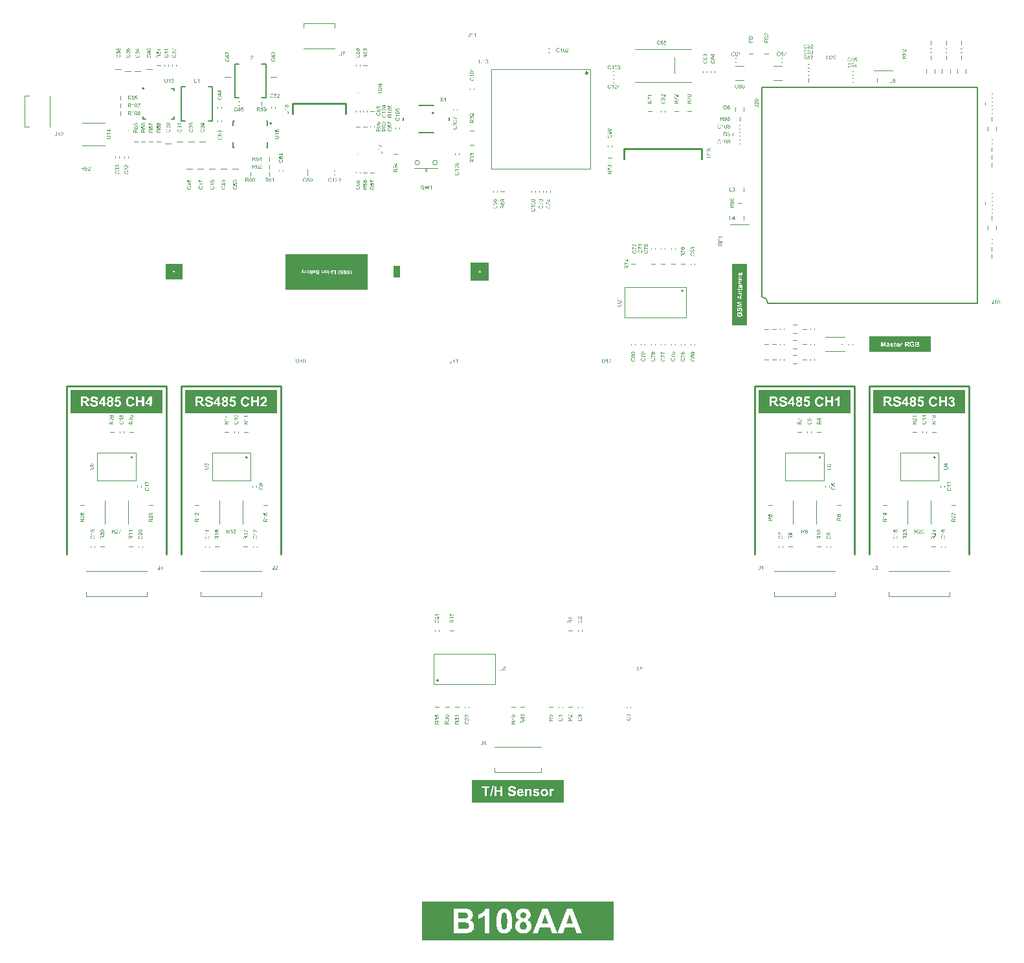
<source format=gbr>
%TF.GenerationSoftware,Altium Limited,Altium Designer,23.3.1 (30)*%
G04 Layer_Color=65535*
%FSLAX45Y45*%
%MOMM*%
%TF.SameCoordinates,E4F86091-2262-4A10-A0E3-B6E4D0D901A0*%
%TF.FilePolarity,Positive*%
%TF.FileFunction,Legend,Top*%
%TF.Part,Single*%
G01*
G75*
%TA.AperFunction,NonConductor*%
%ADD80C,0.20000*%
%ADD81C,0.10000*%
%ADD82C,0.12700*%
%ADD83C,0.25000*%
%ADD84C,0.05000*%
%ADD85C,0.25400*%
%ADD86R,0.81280X1.57480*%
G36*
X5400000Y7650000D02*
X4600000D01*
Y7850000D01*
X5400000D01*
Y7650000D01*
D02*
G37*
G36*
X3000000Y8000000D02*
X2800000D01*
Y8800000D01*
X3000000D01*
Y8000000D01*
D02*
G37*
G36*
X5850000Y6850000D02*
X4650000D01*
Y7150000D01*
X5850000D01*
Y6850000D01*
D02*
G37*
G36*
X600000Y1750000D02*
X-600000D01*
Y2050000D01*
X600000D01*
Y1750000D01*
D02*
G37*
G36*
X-3150000Y6850000D02*
X-4350000D01*
Y7150000D01*
X-3150000D01*
Y6850000D01*
D02*
G37*
G36*
X1250000Y-50000D02*
X-1250000D01*
Y450000D01*
X1250000D01*
Y-50000D01*
D02*
G37*
G36*
X4350000Y6850000D02*
X3150000D01*
Y7150000D01*
X4350000D01*
Y6850000D01*
D02*
G37*
G36*
X-4650000D02*
X-5850000D01*
Y7150000D01*
X-4650000D01*
Y6850000D01*
D02*
G37*
G36*
X-1963654Y8466739D02*
X-3036346D01*
Y8933262D01*
X-1963654D01*
Y8466739D01*
D02*
G37*
G36*
X-382113Y8582187D02*
X-617887D01*
Y8817813D01*
X-382113D01*
Y8582187D01*
D02*
G37*
G36*
X-4390354Y8804915D02*
Y8595085D01*
X-4609646D01*
Y8804915D01*
X-4390354D01*
D02*
G37*
G36*
X-6026572Y10491020D02*
Y10490946D01*
Y10490724D01*
Y10490428D01*
Y10489985D01*
X-6026646Y10489394D01*
Y10488802D01*
X-6026794Y10487398D01*
X-6026941Y10485772D01*
X-6027237Y10484072D01*
X-6027681Y10482520D01*
X-6028198Y10481041D01*
Y10480967D01*
X-6028272Y10480893D01*
X-6028494Y10480450D01*
X-6028863Y10479859D01*
X-6029381Y10479046D01*
X-6030120Y10478233D01*
X-6030933Y10477346D01*
X-6031968Y10476459D01*
X-6033150Y10475719D01*
X-6033298Y10475646D01*
X-6033742Y10475424D01*
X-6034407Y10475128D01*
X-6035368Y10474832D01*
X-6036550Y10474463D01*
X-6037881Y10474167D01*
X-6039359Y10473946D01*
X-6040985Y10473872D01*
X-6041650D01*
X-6042094Y10473946D01*
X-6042685Y10474019D01*
X-6043276Y10474093D01*
X-6044829Y10474389D01*
X-6046455Y10474832D01*
X-6048155Y10475498D01*
X-6049042Y10475941D01*
X-6049855Y10476459D01*
X-6050594Y10477050D01*
X-6051333Y10477715D01*
X-6051407Y10477789D01*
X-6051481Y10477863D01*
X-6051629Y10478159D01*
X-6051850Y10478454D01*
X-6052146Y10478824D01*
X-6052442Y10479341D01*
X-6052737Y10479933D01*
X-6053107Y10480598D01*
X-6053403Y10481337D01*
X-6053698Y10482224D01*
X-6053994Y10483111D01*
X-6054290Y10484146D01*
X-6054437Y10485254D01*
X-6054659Y10486511D01*
X-6054733Y10487767D01*
Y10489172D01*
X-6048598Y10490059D01*
Y10489985D01*
Y10489837D01*
Y10489541D01*
X-6048524Y10489098D01*
X-6048450Y10488654D01*
Y10488137D01*
X-6048229Y10486880D01*
X-6048007Y10485550D01*
X-6047563Y10484220D01*
X-6047120Y10483037D01*
X-6046824Y10482520D01*
X-6046455Y10482076D01*
X-6046381Y10482002D01*
X-6046085Y10481780D01*
X-6045642Y10481411D01*
X-6045050Y10481041D01*
X-6044237Y10480598D01*
X-6043350Y10480302D01*
X-6042242Y10480006D01*
X-6041059Y10479933D01*
X-6040616D01*
X-6040172Y10480006D01*
X-6039507Y10480080D01*
X-6038842Y10480228D01*
X-6038102Y10480376D01*
X-6037363Y10480672D01*
X-6036624Y10481041D01*
X-6036550Y10481115D01*
X-6036329Y10481263D01*
X-6036033Y10481559D01*
X-6035589Y10481854D01*
X-6035220Y10482372D01*
X-6034776Y10482889D01*
X-6034407Y10483480D01*
X-6034111Y10484220D01*
Y10484293D01*
X-6033963Y10484589D01*
X-6033889Y10485107D01*
X-6033742Y10485772D01*
X-6033594Y10486659D01*
X-6033520Y10487767D01*
X-6033372Y10489098D01*
Y10490650D01*
Y10525907D01*
X-6026572D01*
Y10491020D01*
D02*
G37*
G36*
X-5960123Y10526055D02*
X-5959532Y10525981D01*
X-5958793Y10525907D01*
X-5957980Y10525759D01*
X-5957167Y10525611D01*
X-5955245Y10525094D01*
X-5953323Y10524355D01*
X-5952362Y10523911D01*
X-5951401Y10523394D01*
X-5950514Y10522729D01*
X-5949701Y10521990D01*
X-5949627Y10521916D01*
X-5949480Y10521842D01*
X-5949332Y10521546D01*
X-5949036Y10521250D01*
X-5948667Y10520881D01*
X-5948297Y10520364D01*
X-5947927Y10519846D01*
X-5947484Y10519181D01*
X-5946745Y10517777D01*
X-5946006Y10516003D01*
X-5945710Y10515116D01*
X-5945562Y10514081D01*
X-5945414Y10513046D01*
X-5945340Y10511937D01*
Y10511789D01*
Y10511420D01*
X-5945414Y10510829D01*
X-5945488Y10510016D01*
X-5945636Y10509129D01*
X-5945932Y10508094D01*
X-5946227Y10506985D01*
X-5946671Y10505876D01*
X-5946745Y10505729D01*
X-5946893Y10505359D01*
X-5947188Y10504768D01*
X-5947632Y10503955D01*
X-5948223Y10503068D01*
X-5948962Y10501959D01*
X-5949849Y10500850D01*
X-5950884Y10499594D01*
X-5951032Y10499446D01*
X-5951401Y10499002D01*
X-5951771Y10498633D01*
X-5952140Y10498263D01*
X-5952584Y10497820D01*
X-5953175Y10497228D01*
X-5953767Y10496637D01*
X-5954506Y10495972D01*
X-5955245Y10495233D01*
X-5956132Y10494420D01*
X-5957093Y10493607D01*
X-5958128Y10492646D01*
X-5959310Y10491685D01*
X-5960493Y10490650D01*
X-5960567Y10490576D01*
X-5960715Y10490428D01*
X-5961010Y10490207D01*
X-5961380Y10489911D01*
X-5961823Y10489467D01*
X-5962341Y10489024D01*
X-5963523Y10488063D01*
X-5964780Y10486954D01*
X-5965962Y10485846D01*
X-5966997Y10484885D01*
X-5967441Y10484515D01*
X-5967810Y10484146D01*
X-5967884Y10484072D01*
X-5968106Y10483850D01*
X-5968402Y10483554D01*
X-5968771Y10483111D01*
X-5969141Y10482593D01*
X-5969584Y10482076D01*
X-5970471Y10480820D01*
X-5945266D01*
Y10474759D01*
X-5979193D01*
Y10474832D01*
Y10475128D01*
Y10475572D01*
X-5979119Y10476163D01*
X-5979045Y10476828D01*
X-5978897Y10477567D01*
X-5978750Y10478306D01*
X-5978454Y10479120D01*
Y10479193D01*
X-5978380Y10479267D01*
X-5978232Y10479711D01*
X-5977936Y10480376D01*
X-5977493Y10481263D01*
X-5976902Y10482298D01*
X-5976163Y10483480D01*
X-5975349Y10484663D01*
X-5974315Y10485920D01*
Y10485994D01*
X-5974167Y10486067D01*
X-5973797Y10486511D01*
X-5973132Y10487176D01*
X-5972171Y10488137D01*
X-5971062Y10489246D01*
X-5969658Y10490576D01*
X-5967958Y10492054D01*
X-5966110Y10493607D01*
X-5966036Y10493681D01*
X-5965741Y10493902D01*
X-5965297Y10494272D01*
X-5964780Y10494715D01*
X-5964115Y10495307D01*
X-5963302Y10495972D01*
X-5962488Y10496711D01*
X-5961528Y10497524D01*
X-5959680Y10499298D01*
X-5957832Y10501072D01*
X-5956945Y10501959D01*
X-5956132Y10502846D01*
X-5955393Y10503659D01*
X-5954801Y10504472D01*
Y10504546D01*
X-5954654Y10504620D01*
X-5954506Y10504842D01*
X-5954358Y10505137D01*
X-5953841Y10505950D01*
X-5953249Y10506911D01*
X-5952732Y10508094D01*
X-5952214Y10509350D01*
X-5951919Y10510755D01*
X-5951771Y10512085D01*
Y10512159D01*
Y10512233D01*
X-5951845Y10512676D01*
X-5951919Y10513416D01*
X-5952140Y10514229D01*
X-5952436Y10515263D01*
X-5952954Y10516298D01*
X-5953619Y10517333D01*
X-5954506Y10518368D01*
X-5954654Y10518516D01*
X-5955023Y10518811D01*
X-5955541Y10519181D01*
X-5956354Y10519698D01*
X-5957388Y10520142D01*
X-5958571Y10520585D01*
X-5959975Y10520881D01*
X-5961528Y10520955D01*
X-5961971D01*
X-5962267Y10520881D01*
X-5963154Y10520807D01*
X-5964188Y10520585D01*
X-5965297Y10520290D01*
X-5966554Y10519772D01*
X-5967736Y10519107D01*
X-5968845Y10518220D01*
X-5968993Y10518072D01*
X-5969289Y10517703D01*
X-5969732Y10517111D01*
X-5970176Y10516224D01*
X-5970693Y10515190D01*
X-5971136Y10513859D01*
X-5971432Y10512381D01*
X-5971580Y10510681D01*
X-5978010Y10511346D01*
Y10511420D01*
X-5977936Y10511642D01*
Y10512011D01*
X-5977863Y10512529D01*
X-5977715Y10513120D01*
X-5977567Y10513785D01*
X-5977345Y10514598D01*
X-5977123Y10515411D01*
X-5976532Y10517185D01*
X-5975645Y10518959D01*
X-5975128Y10519846D01*
X-5974463Y10520733D01*
X-5973797Y10521546D01*
X-5973058Y10522285D01*
X-5972984Y10522359D01*
X-5972836Y10522433D01*
X-5972615Y10522655D01*
X-5972245Y10522877D01*
X-5971802Y10523172D01*
X-5971284Y10523468D01*
X-5970693Y10523837D01*
X-5969954Y10524207D01*
X-5969141Y10524577D01*
X-5968254Y10524946D01*
X-5967293Y10525242D01*
X-5966258Y10525537D01*
X-5965149Y10525759D01*
X-5963967Y10525981D01*
X-5962710Y10526055D01*
X-5961380Y10526129D01*
X-5960641D01*
X-5960123Y10526055D01*
D02*
G37*
G36*
X-5994419Y10474759D02*
X-6000702D01*
Y10514746D01*
X-6000776Y10514672D01*
X-6001145Y10514376D01*
X-6001589Y10513933D01*
X-6002328Y10513416D01*
X-6003141Y10512750D01*
X-6004176Y10512011D01*
X-6005359Y10511198D01*
X-6006689Y10510385D01*
X-6006763D01*
X-6006837Y10510311D01*
X-6007280Y10510016D01*
X-6008019Y10509646D01*
X-6008906Y10509203D01*
X-6009941Y10508685D01*
X-6011050Y10508168D01*
X-6012159Y10507650D01*
X-6013267Y10507207D01*
Y10513268D01*
X-6013193D01*
X-6013046Y10513416D01*
X-6012750Y10513490D01*
X-6012380Y10513711D01*
X-6011937Y10513933D01*
X-6011420Y10514229D01*
X-6010163Y10514968D01*
X-6008685Y10515781D01*
X-6007206Y10516816D01*
X-6005654Y10517998D01*
X-6004102Y10519255D01*
X-6004028Y10519329D01*
X-6003954Y10519403D01*
X-6003732Y10519624D01*
X-6003437Y10519846D01*
X-6002772Y10520585D01*
X-6001885Y10521472D01*
X-6000998Y10522507D01*
X-6000037Y10523690D01*
X-5999224Y10524872D01*
X-5998485Y10526129D01*
X-5994419D01*
Y10474759D01*
D02*
G37*
G36*
X-4289726Y9899926D02*
X-4289283D01*
X-4288100Y9899704D01*
X-4286696Y9899483D01*
X-4285217Y9899113D01*
X-4283591Y9898596D01*
X-4282039Y9897857D01*
X-4281965D01*
X-4281891Y9897783D01*
X-4281669Y9897635D01*
X-4281374Y9897487D01*
X-4280635Y9897043D01*
X-4279674Y9896378D01*
X-4278639Y9895565D01*
X-4277604Y9894604D01*
X-4276569Y9893422D01*
X-4275682Y9892165D01*
Y9892091D01*
X-4275608Y9892017D01*
X-4275461Y9891796D01*
X-4275387Y9891500D01*
X-4275017Y9890761D01*
X-4274648Y9889800D01*
X-4274204Y9888543D01*
X-4273908Y9887139D01*
X-4273613Y9885587D01*
X-4273539Y9883887D01*
Y9883517D01*
X-4273613Y9883148D01*
Y9882556D01*
X-4273687Y9881891D01*
X-4273834Y9881152D01*
X-4274056Y9880265D01*
X-4274278Y9879378D01*
X-4274574Y9878343D01*
X-4274943Y9877308D01*
X-4275387Y9876274D01*
X-4275978Y9875165D01*
X-4276643Y9874130D01*
X-4277382Y9873095D01*
X-4278269Y9872061D01*
X-4279304Y9871100D01*
X-4279378Y9871026D01*
X-4279600Y9870878D01*
X-4279895Y9870656D01*
X-4280413Y9870360D01*
X-4281078Y9869917D01*
X-4281817Y9869547D01*
X-4282778Y9869104D01*
X-4283813Y9868660D01*
X-4285069Y9868143D01*
X-4286474Y9867700D01*
X-4288026Y9867330D01*
X-4289726Y9866960D01*
X-4291648Y9866591D01*
X-4293717Y9866369D01*
X-4295935Y9866221D01*
X-4298300Y9866147D01*
X-4298374D01*
X-4298448D01*
X-4298670D01*
X-4298965D01*
X-4299704Y9866221D01*
X-4300739D01*
X-4301922Y9866295D01*
X-4303326Y9866443D01*
X-4304878Y9866591D01*
X-4306578Y9866813D01*
X-4308278Y9867108D01*
X-4310126Y9867478D01*
X-4311900Y9867921D01*
X-4313674Y9868439D01*
X-4315374Y9869104D01*
X-4317000Y9869843D01*
X-4318552Y9870656D01*
X-4319883Y9871617D01*
X-4319957Y9871691D01*
X-4320105Y9871839D01*
X-4320400Y9872134D01*
X-4320844Y9872504D01*
X-4321287Y9872947D01*
X-4321731Y9873539D01*
X-4322322Y9874278D01*
X-4322839Y9875017D01*
X-4323357Y9875904D01*
X-4323948Y9876865D01*
X-4324392Y9877974D01*
X-4324909Y9879082D01*
X-4325279Y9880339D01*
X-4325574Y9881669D01*
X-4325722Y9883074D01*
X-4325796Y9884552D01*
Y9885143D01*
X-4325722Y9885587D01*
Y9886104D01*
X-4325648Y9886695D01*
X-4325353Y9888100D01*
X-4324983Y9889652D01*
X-4324392Y9891278D01*
X-4323505Y9892904D01*
X-4322987Y9893717D01*
X-4322396Y9894456D01*
X-4322322Y9894530D01*
X-4322248Y9894604D01*
X-4322026Y9894826D01*
X-4321805Y9895048D01*
X-4321435Y9895417D01*
X-4320992Y9895713D01*
X-4319957Y9896526D01*
X-4318626Y9897339D01*
X-4317000Y9898078D01*
X-4315152Y9898743D01*
X-4313083Y9899187D01*
X-4312565Y9892904D01*
X-4312639D01*
X-4312713Y9892830D01*
X-4313157Y9892756D01*
X-4313822Y9892535D01*
X-4314635Y9892239D01*
X-4315522Y9891943D01*
X-4316409Y9891500D01*
X-4317222Y9890983D01*
X-4317887Y9890465D01*
X-4318035Y9890317D01*
X-4318331Y9890022D01*
X-4318774Y9889504D01*
X-4319292Y9888765D01*
X-4319735Y9887804D01*
X-4320179Y9886769D01*
X-4320474Y9885513D01*
X-4320622Y9884182D01*
Y9883665D01*
X-4320548Y9883074D01*
X-4320400Y9882408D01*
X-4320179Y9881522D01*
X-4319883Y9880635D01*
X-4319513Y9879748D01*
X-4318922Y9878861D01*
X-4318848Y9878713D01*
X-4318552Y9878343D01*
X-4318035Y9877826D01*
X-4317296Y9877161D01*
X-4316409Y9876421D01*
X-4315374Y9875608D01*
X-4314044Y9874869D01*
X-4312565Y9874130D01*
X-4312492D01*
X-4312344Y9874056D01*
X-4312122Y9873982D01*
X-4311826Y9873834D01*
X-4311383Y9873761D01*
X-4310865Y9873613D01*
X-4310274Y9873465D01*
X-4309535Y9873317D01*
X-4308722Y9873095D01*
X-4307835Y9872947D01*
X-4306874Y9872800D01*
X-4305839Y9872726D01*
X-4304657Y9872578D01*
X-4303474Y9872504D01*
X-4302144Y9872430D01*
X-4300813D01*
X-4300887Y9872504D01*
X-4301330Y9872800D01*
X-4301922Y9873317D01*
X-4302661Y9873982D01*
X-4303548Y9874721D01*
X-4304361Y9875682D01*
X-4305174Y9876717D01*
X-4305913Y9877900D01*
Y9877974D01*
X-4305987Y9878048D01*
X-4306209Y9878491D01*
X-4306431Y9879156D01*
X-4306800Y9880043D01*
X-4307096Y9881078D01*
X-4307318Y9882261D01*
X-4307539Y9883517D01*
X-4307613Y9884848D01*
Y9885439D01*
X-4307539Y9885882D01*
X-4307465Y9886474D01*
X-4307391Y9887065D01*
X-4307244Y9887804D01*
X-4307022Y9888543D01*
X-4306504Y9890243D01*
X-4306135Y9891130D01*
X-4305618Y9892017D01*
X-4305100Y9892904D01*
X-4304509Y9893865D01*
X-4303770Y9894752D01*
X-4302957Y9895565D01*
X-4302883Y9895639D01*
X-4302735Y9895787D01*
X-4302513Y9896009D01*
X-4302144Y9896230D01*
X-4301626Y9896600D01*
X-4301109Y9896970D01*
X-4300444Y9897339D01*
X-4299704Y9897783D01*
X-4298891Y9898226D01*
X-4298004Y9898596D01*
X-4296970Y9898965D01*
X-4295935Y9899335D01*
X-4294826Y9899557D01*
X-4293570Y9899778D01*
X-4292313Y9899926D01*
X-4290983Y9900000D01*
X-4290909D01*
X-4290761D01*
X-4290539D01*
X-4290169D01*
X-4289726Y9899926D01*
D02*
G37*
G36*
X-4286696Y9853065D02*
X-4274426D01*
Y9846782D01*
X-4286696D01*
Y9824534D01*
X-4292461D01*
X-4325574Y9847965D01*
Y9853065D01*
X-4292461D01*
Y9860013D01*
X-4286696D01*
Y9853065D01*
D02*
G37*
G36*
X-4290243Y9820838D02*
X-4289800Y9820690D01*
X-4289209Y9820469D01*
X-4288543Y9820247D01*
X-4287730Y9819951D01*
X-4286843Y9819582D01*
X-4285882Y9819138D01*
X-4283813Y9818103D01*
X-4281743Y9816773D01*
X-4280708Y9815960D01*
X-4279674Y9815147D01*
X-4278787Y9814260D01*
X-4277900Y9813225D01*
X-4277826Y9813151D01*
X-4277678Y9813003D01*
X-4277530Y9812634D01*
X-4277235Y9812264D01*
X-4276865Y9811673D01*
X-4276495Y9811081D01*
X-4276126Y9810268D01*
X-4275756Y9809455D01*
X-4275313Y9808494D01*
X-4274943Y9807460D01*
X-4274574Y9806351D01*
X-4274204Y9805168D01*
X-4273908Y9803912D01*
X-4273761Y9802581D01*
X-4273613Y9801177D01*
X-4273539Y9799699D01*
Y9798886D01*
X-4273613Y9798294D01*
Y9797629D01*
X-4273687Y9796816D01*
X-4273834Y9795929D01*
X-4273982Y9794894D01*
X-4274352Y9792751D01*
X-4274943Y9790533D01*
X-4275756Y9788316D01*
X-4276274Y9787281D01*
X-4276865Y9786246D01*
X-4276939Y9786172D01*
X-4277013Y9786025D01*
X-4277235Y9785729D01*
X-4277530Y9785433D01*
X-4277826Y9784990D01*
X-4278269Y9784472D01*
X-4278787Y9783881D01*
X-4279378Y9783290D01*
X-4280043Y9782698D01*
X-4280708Y9782033D01*
X-4282409Y9780703D01*
X-4284404Y9779446D01*
X-4286622Y9778338D01*
X-4286696D01*
X-4286917Y9778190D01*
X-4287287Y9778116D01*
X-4287730Y9777894D01*
X-4288322Y9777746D01*
X-4289061Y9777525D01*
X-4289874Y9777229D01*
X-4290761Y9777007D01*
X-4291722Y9776785D01*
X-4292830Y9776490D01*
X-4295122Y9776120D01*
X-4297709Y9775824D01*
X-4300370Y9775677D01*
X-4300444D01*
X-4300739D01*
X-4301183D01*
X-4301700Y9775751D01*
X-4302439D01*
X-4303178Y9775824D01*
X-4304139Y9775898D01*
X-4305100Y9776046D01*
X-4307244Y9776416D01*
X-4309609Y9776933D01*
X-4311974Y9777672D01*
X-4314265Y9778707D01*
X-4314339Y9778781D01*
X-4314561Y9778855D01*
X-4314857Y9779003D01*
X-4315226Y9779298D01*
X-4315744Y9779594D01*
X-4316335Y9779964D01*
X-4317665Y9780925D01*
X-4319144Y9782181D01*
X-4320622Y9783659D01*
X-4322100Y9785359D01*
X-4323357Y9787355D01*
X-4323431Y9787429D01*
X-4323505Y9787651D01*
X-4323653Y9787946D01*
X-4323874Y9788316D01*
X-4324096Y9788907D01*
X-4324318Y9789499D01*
X-4324613Y9790238D01*
X-4324909Y9791051D01*
X-4325205Y9791938D01*
X-4325500Y9792899D01*
X-4325944Y9794968D01*
X-4326313Y9797333D01*
X-4326461Y9799773D01*
Y9800512D01*
X-4326387Y9801029D01*
X-4326313Y9801694D01*
X-4326240Y9802507D01*
X-4326166Y9803320D01*
X-4325944Y9804281D01*
X-4325500Y9806277D01*
X-4324835Y9808494D01*
X-4324392Y9809603D01*
X-4323874Y9810638D01*
X-4323209Y9811673D01*
X-4322544Y9812708D01*
X-4322470Y9812781D01*
X-4322396Y9812929D01*
X-4322174Y9813225D01*
X-4321805Y9813595D01*
X-4321435Y9813964D01*
X-4320918Y9814482D01*
X-4320326Y9814999D01*
X-4319735Y9815590D01*
X-4318996Y9816182D01*
X-4318109Y9816773D01*
X-4317222Y9817438D01*
X-4316261Y9818029D01*
X-4315152Y9818547D01*
X-4314044Y9819138D01*
X-4312861Y9819582D01*
X-4311531Y9820025D01*
X-4309978Y9813373D01*
X-4310052D01*
X-4310200Y9813299D01*
X-4310496Y9813151D01*
X-4310865Y9813003D01*
X-4311309Y9812855D01*
X-4311900Y9812634D01*
X-4313083Y9812042D01*
X-4314413Y9811303D01*
X-4315744Y9810416D01*
X-4317000Y9809308D01*
X-4318109Y9808125D01*
X-4318257Y9807977D01*
X-4318552Y9807534D01*
X-4318922Y9806794D01*
X-4319439Y9805834D01*
X-4319883Y9804577D01*
X-4320326Y9803173D01*
X-4320622Y9801473D01*
X-4320696Y9799625D01*
Y9799033D01*
X-4320622Y9798664D01*
Y9798147D01*
X-4320548Y9797555D01*
X-4320326Y9796151D01*
X-4320031Y9794599D01*
X-4319513Y9792973D01*
X-4318774Y9791273D01*
X-4317813Y9789720D01*
Y9789646D01*
X-4317665Y9789572D01*
X-4317296Y9789055D01*
X-4316705Y9788390D01*
X-4315818Y9787577D01*
X-4314709Y9786616D01*
X-4313452Y9785729D01*
X-4311900Y9784916D01*
X-4310200Y9784177D01*
X-4310126D01*
X-4309978Y9784103D01*
X-4309757Y9784029D01*
X-4309387Y9783955D01*
X-4308944Y9783807D01*
X-4308426Y9783659D01*
X-4307170Y9783438D01*
X-4305691Y9783142D01*
X-4304065Y9782846D01*
X-4302291Y9782698D01*
X-4300370Y9782625D01*
X-4300296D01*
X-4300074D01*
X-4299704D01*
X-4299261D01*
X-4298743Y9782698D01*
X-4298078D01*
X-4297339Y9782772D01*
X-4296526Y9782846D01*
X-4294752Y9783068D01*
X-4292830Y9783438D01*
X-4290909Y9783881D01*
X-4288987Y9784472D01*
X-4288913D01*
X-4288765Y9784546D01*
X-4288543Y9784694D01*
X-4288174Y9784842D01*
X-4287287Y9785285D01*
X-4286252Y9785951D01*
X-4285069Y9786764D01*
X-4283813Y9787799D01*
X-4282704Y9788981D01*
X-4281669Y9790386D01*
Y9790459D01*
X-4281595Y9790607D01*
X-4281448Y9790829D01*
X-4281300Y9791125D01*
X-4281152Y9791494D01*
X-4280930Y9791938D01*
X-4280487Y9792973D01*
X-4280043Y9794303D01*
X-4279674Y9795781D01*
X-4279378Y9797407D01*
X-4279304Y9799107D01*
Y9799625D01*
X-4279378Y9800068D01*
Y9800586D01*
X-4279452Y9801103D01*
X-4279748Y9802434D01*
X-4280117Y9803986D01*
X-4280708Y9805538D01*
X-4281522Y9807164D01*
X-4281965Y9807977D01*
X-4282556Y9808716D01*
X-4282630Y9808790D01*
X-4282704Y9808864D01*
X-4282926Y9809086D01*
X-4283148Y9809381D01*
X-4283517Y9809677D01*
X-4283961Y9810047D01*
X-4284404Y9810490D01*
X-4284995Y9810860D01*
X-4285661Y9811303D01*
X-4286400Y9811821D01*
X-4287139Y9812264D01*
X-4288026Y9812708D01*
X-4288987Y9813077D01*
X-4290022Y9813447D01*
X-4291130Y9813816D01*
X-4292313Y9814112D01*
X-4290613Y9820912D01*
X-4290539D01*
X-4290243Y9820838D01*
D02*
G37*
G36*
X-5027416Y10749759D02*
X-5033699D01*
Y10789746D01*
X-5033773Y10789672D01*
X-5034143Y10789376D01*
X-5034586Y10788933D01*
X-5035325Y10788416D01*
X-5036138Y10787750D01*
X-5037173Y10787011D01*
X-5038356Y10786198D01*
X-5039686Y10785385D01*
X-5039760D01*
X-5039834Y10785311D01*
X-5040277Y10785016D01*
X-5041017Y10784646D01*
X-5041904Y10784202D01*
X-5042938Y10783685D01*
X-5044047Y10783168D01*
X-5045156Y10782650D01*
X-5046264Y10782207D01*
Y10788268D01*
X-5046191D01*
X-5046043Y10788416D01*
X-5045747Y10788489D01*
X-5045378Y10788711D01*
X-5044934Y10788933D01*
X-5044417Y10789229D01*
X-5043160Y10789968D01*
X-5041682Y10790781D01*
X-5040204Y10791816D01*
X-5038651Y10792998D01*
X-5037099Y10794255D01*
X-5037025Y10794329D01*
X-5036951Y10794403D01*
X-5036730Y10794624D01*
X-5036434Y10794846D01*
X-5035769Y10795585D01*
X-5034882Y10796472D01*
X-5033995Y10797507D01*
X-5033034Y10798690D01*
X-5032221Y10799872D01*
X-5031482Y10801129D01*
X-5027416D01*
Y10749759D01*
D02*
G37*
G36*
X-5075682Y10800833D02*
X-5075017D01*
X-5073465Y10800759D01*
X-5071839Y10800537D01*
X-5070065Y10800316D01*
X-5068439Y10799946D01*
X-5067626Y10799724D01*
X-5066960Y10799503D01*
X-5066886D01*
X-5066813Y10799429D01*
X-5066369Y10799207D01*
X-5065704Y10798911D01*
X-5064891Y10798394D01*
X-5064004Y10797729D01*
X-5063043Y10796842D01*
X-5062156Y10795807D01*
X-5061269Y10794624D01*
Y10794550D01*
X-5061195Y10794477D01*
X-5060899Y10794033D01*
X-5060604Y10793294D01*
X-5060160Y10792333D01*
X-5059791Y10791224D01*
X-5059421Y10789894D01*
X-5059199Y10788489D01*
X-5059126Y10786937D01*
Y10786863D01*
Y10786716D01*
Y10786420D01*
X-5059199Y10786050D01*
Y10785533D01*
X-5059273Y10785016D01*
X-5059569Y10783759D01*
X-5060012Y10782281D01*
X-5060604Y10780729D01*
X-5061491Y10779176D01*
X-5062082Y10778437D01*
X-5062673Y10777698D01*
X-5062747Y10777624D01*
X-5062821Y10777550D01*
X-5063043Y10777328D01*
X-5063339Y10777107D01*
X-5063708Y10776811D01*
X-5064152Y10776515D01*
X-5064743Y10776146D01*
X-5065334Y10775702D01*
X-5066073Y10775333D01*
X-5066886Y10774963D01*
X-5067773Y10774520D01*
X-5068734Y10774150D01*
X-5069843Y10773855D01*
X-5070952Y10773485D01*
X-5072208Y10773263D01*
X-5073539Y10773041D01*
X-5073391Y10772968D01*
X-5073095Y10772820D01*
X-5072652Y10772524D01*
X-5072060Y10772228D01*
X-5070730Y10771415D01*
X-5070065Y10770898D01*
X-5069473Y10770454D01*
X-5069326Y10770307D01*
X-5068956Y10769937D01*
X-5068365Y10769346D01*
X-5067626Y10768607D01*
X-5066813Y10767572D01*
X-5065852Y10766463D01*
X-5064891Y10765133D01*
X-5063856Y10763654D01*
X-5055060Y10749759D01*
X-5063486D01*
X-5070213Y10760402D01*
Y10760476D01*
X-5070360Y10760624D01*
X-5070508Y10760846D01*
X-5070730Y10761141D01*
X-5071247Y10761954D01*
X-5071913Y10762989D01*
X-5072726Y10764098D01*
X-5073539Y10765280D01*
X-5074352Y10766389D01*
X-5075091Y10767424D01*
X-5075165Y10767498D01*
X-5075387Y10767794D01*
X-5075756Y10768237D01*
X-5076274Y10768754D01*
X-5077382Y10769863D01*
X-5077974Y10770381D01*
X-5078565Y10770824D01*
X-5078639Y10770898D01*
X-5078787Y10770972D01*
X-5079082Y10771120D01*
X-5079526Y10771341D01*
X-5079969Y10771563D01*
X-5080487Y10771785D01*
X-5081669Y10772154D01*
X-5081743D01*
X-5081891Y10772228D01*
X-5082187D01*
X-5082556Y10772302D01*
X-5083074Y10772376D01*
X-5083665D01*
X-5084478Y10772450D01*
X-5093200D01*
Y10749759D01*
X-5100000D01*
Y10800907D01*
X-5076274D01*
X-5075682Y10800833D01*
D02*
G37*
G36*
X-4953798Y10801055D02*
X-4953207Y10800981D01*
X-4952542Y10800907D01*
X-4951802Y10800833D01*
X-4951063Y10800611D01*
X-4949289Y10800168D01*
X-4947515Y10799503D01*
X-4946628Y10799059D01*
X-4945741Y10798542D01*
X-4944928Y10797877D01*
X-4944115Y10797211D01*
X-4944041Y10797137D01*
X-4943968Y10797063D01*
X-4943746Y10796842D01*
X-4943450Y10796546D01*
X-4943154Y10796103D01*
X-4942785Y10795659D01*
X-4942046Y10794550D01*
X-4941307Y10793146D01*
X-4940641Y10791520D01*
X-4940124Y10789672D01*
X-4940050Y10788711D01*
X-4939976Y10787676D01*
Y10787603D01*
Y10787529D01*
Y10787085D01*
X-4940050Y10786420D01*
X-4940198Y10785607D01*
X-4940420Y10784572D01*
X-4940789Y10783537D01*
X-4941233Y10782502D01*
X-4941898Y10781468D01*
X-4941972Y10781320D01*
X-4942267Y10781024D01*
X-4942711Y10780581D01*
X-4943302Y10779989D01*
X-4944115Y10779324D01*
X-4945076Y10778659D01*
X-4946185Y10777994D01*
X-4947515Y10777402D01*
X-4947441D01*
X-4947294Y10777328D01*
X-4947072Y10777255D01*
X-4946776Y10777107D01*
X-4945889Y10776737D01*
X-4944854Y10776220D01*
X-4943746Y10775481D01*
X-4942563Y10774668D01*
X-4941454Y10773633D01*
X-4940420Y10772450D01*
Y10772376D01*
X-4940346Y10772302D01*
X-4940050Y10771859D01*
X-4939607Y10771120D01*
X-4939163Y10770159D01*
X-4938720Y10768976D01*
X-4938276Y10767572D01*
X-4937980Y10766020D01*
X-4937907Y10764320D01*
Y10764246D01*
Y10764024D01*
Y10763654D01*
X-4937980Y10763211D01*
X-4938054Y10762693D01*
X-4938128Y10762028D01*
X-4938276Y10761289D01*
X-4938498Y10760476D01*
X-4939015Y10758776D01*
X-4939385Y10757815D01*
X-4939902Y10756928D01*
X-4940420Y10755967D01*
X-4941011Y10755080D01*
X-4941750Y10754193D01*
X-4942563Y10753306D01*
X-4942637Y10753232D01*
X-4942785Y10753085D01*
X-4943007Y10752863D01*
X-4943376Y10752641D01*
X-4943894Y10752272D01*
X-4944411Y10751902D01*
X-4945076Y10751532D01*
X-4945815Y10751089D01*
X-4946628Y10750646D01*
X-4947589Y10750276D01*
X-4948624Y10749906D01*
X-4949659Y10749537D01*
X-4950842Y10749315D01*
X-4952098Y10749093D01*
X-4953355Y10748945D01*
X-4954759Y10748872D01*
X-4955498D01*
X-4956015Y10748945D01*
X-4956681Y10749019D01*
X-4957420Y10749093D01*
X-4958233Y10749241D01*
X-4959120Y10749463D01*
X-4961116Y10749980D01*
X-4962150Y10750350D01*
X-4963111Y10750719D01*
X-4964146Y10751237D01*
X-4965181Y10751828D01*
X-4966142Y10752493D01*
X-4967029Y10753306D01*
X-4967103Y10753380D01*
X-4967250Y10753528D01*
X-4967472Y10753750D01*
X-4967768Y10754119D01*
X-4968063Y10754563D01*
X-4968507Y10755080D01*
X-4968877Y10755672D01*
X-4969320Y10756411D01*
X-4969763Y10757150D01*
X-4970133Y10758037D01*
X-4970872Y10759885D01*
X-4971168Y10760993D01*
X-4971390Y10762102D01*
X-4971537Y10763285D01*
X-4971611Y10764467D01*
Y10764541D01*
Y10764689D01*
Y10764985D01*
X-4971537Y10765280D01*
Y10765724D01*
X-4971464Y10766241D01*
X-4971316Y10767424D01*
X-4971020Y10768754D01*
X-4970577Y10770085D01*
X-4969911Y10771489D01*
X-4969098Y10772820D01*
Y10772894D01*
X-4968950Y10772968D01*
X-4968655Y10773337D01*
X-4968063Y10773928D01*
X-4967250Y10774668D01*
X-4966216Y10775407D01*
X-4964959Y10776220D01*
X-4963555Y10776885D01*
X-4961855Y10777402D01*
X-4961929D01*
X-4962003Y10777476D01*
X-4962224Y10777550D01*
X-4962520Y10777698D01*
X-4963185Y10777994D01*
X-4964072Y10778437D01*
X-4965033Y10779028D01*
X-4965994Y10779768D01*
X-4966881Y10780581D01*
X-4967694Y10781468D01*
X-4967768Y10781615D01*
X-4967990Y10781911D01*
X-4968285Y10782502D01*
X-4968581Y10783242D01*
X-4968950Y10784202D01*
X-4969246Y10785311D01*
X-4969468Y10786568D01*
X-4969542Y10787898D01*
Y10787972D01*
Y10788120D01*
Y10788416D01*
X-4969468Y10788859D01*
X-4969394Y10789303D01*
X-4969320Y10789894D01*
X-4969024Y10791150D01*
X-4968581Y10792629D01*
X-4967842Y10794181D01*
X-4967398Y10794994D01*
X-4966881Y10795807D01*
X-4966216Y10796546D01*
X-4965550Y10797285D01*
X-4965476Y10797359D01*
X-4965329Y10797433D01*
X-4965107Y10797655D01*
X-4964811Y10797877D01*
X-4964442Y10798172D01*
X-4963924Y10798468D01*
X-4963333Y10798837D01*
X-4962742Y10799207D01*
X-4962003Y10799577D01*
X-4961189Y10799946D01*
X-4960303Y10800242D01*
X-4959342Y10800537D01*
X-4957272Y10800981D01*
X-4956089Y10801055D01*
X-4954907Y10801129D01*
X-4954242D01*
X-4953798Y10801055D01*
D02*
G37*
G36*
X-4993120D02*
X-4992159Y10800907D01*
X-4991051Y10800685D01*
X-4989868Y10800390D01*
X-4988612Y10800020D01*
X-4987429Y10799429D01*
X-4987355D01*
X-4987281Y10799355D01*
X-4986912Y10799133D01*
X-4986320Y10798764D01*
X-4985581Y10798246D01*
X-4984768Y10797507D01*
X-4983881Y10796694D01*
X-4983068Y10795733D01*
X-4982255Y10794624D01*
X-4982181Y10794477D01*
X-4981885Y10794107D01*
X-4981590Y10793442D01*
X-4981072Y10792481D01*
X-4980629Y10791372D01*
X-4980038Y10790116D01*
X-4979520Y10788637D01*
X-4979077Y10787011D01*
Y10786937D01*
X-4979003Y10786789D01*
X-4978929Y10786568D01*
X-4978855Y10786198D01*
X-4978781Y10785755D01*
X-4978707Y10785237D01*
X-4978559Y10784572D01*
X-4978485Y10783833D01*
X-4978338Y10783020D01*
X-4978264Y10782133D01*
X-4978190Y10781098D01*
X-4978042Y10780063D01*
X-4977968Y10778881D01*
Y10777698D01*
X-4977894Y10776368D01*
Y10774963D01*
Y10774889D01*
Y10774594D01*
Y10774076D01*
Y10773485D01*
X-4977968Y10772672D01*
Y10771785D01*
X-4978042Y10770824D01*
X-4978116Y10769789D01*
X-4978338Y10767424D01*
X-4978707Y10764985D01*
X-4979151Y10762620D01*
X-4979446Y10761511D01*
X-4979816Y10760402D01*
Y10760328D01*
X-4979890Y10760180D01*
X-4980038Y10759885D01*
X-4980185Y10759515D01*
X-4980333Y10758998D01*
X-4980629Y10758480D01*
X-4981220Y10757224D01*
X-4981959Y10755893D01*
X-4982920Y10754415D01*
X-4984029Y10753085D01*
X-4985359Y10751828D01*
X-4985433D01*
X-4985507Y10751680D01*
X-4985729Y10751532D01*
X-4986025Y10751385D01*
X-4986394Y10751163D01*
X-4986764Y10750867D01*
X-4987872Y10750350D01*
X-4989203Y10749832D01*
X-4990755Y10749315D01*
X-4992603Y10749019D01*
X-4994599Y10748872D01*
X-4995338D01*
X-4995855Y10748945D01*
X-4996446Y10749019D01*
X-4997186Y10749167D01*
X-4997999Y10749315D01*
X-4998886Y10749537D01*
X-4999773Y10749832D01*
X-5000733Y10750128D01*
X-5001694Y10750572D01*
X-5002655Y10751089D01*
X-5003616Y10751680D01*
X-5004577Y10752419D01*
X-5005464Y10753232D01*
X-5006277Y10754119D01*
X-5006351Y10754193D01*
X-5006499Y10754415D01*
X-5006720Y10754785D01*
X-5007090Y10755376D01*
X-5007460Y10756041D01*
X-5007829Y10756928D01*
X-5008347Y10757963D01*
X-5008790Y10759146D01*
X-5009234Y10760476D01*
X-5009677Y10762028D01*
X-5010121Y10763728D01*
X-5010490Y10765650D01*
X-5010860Y10767720D01*
X-5011081Y10769937D01*
X-5011229Y10772376D01*
X-5011303Y10774963D01*
Y10775037D01*
Y10775333D01*
Y10775850D01*
Y10776441D01*
X-5011229Y10777255D01*
Y10778142D01*
X-5011155Y10779102D01*
X-5011081Y10780211D01*
X-5010860Y10782502D01*
X-5010490Y10784942D01*
X-5010047Y10787381D01*
X-5009751Y10788489D01*
X-5009455Y10789598D01*
Y10789672D01*
X-5009381Y10789820D01*
X-5009234Y10790116D01*
X-5009086Y10790485D01*
X-5008938Y10791003D01*
X-5008642Y10791520D01*
X-5008051Y10792776D01*
X-5007312Y10794107D01*
X-5006351Y10795511D01*
X-5005242Y10796916D01*
X-5003912Y10798098D01*
X-5003838D01*
X-5003764Y10798246D01*
X-5003542Y10798394D01*
X-5003247Y10798542D01*
X-5002877Y10798837D01*
X-5002433Y10799059D01*
X-5001325Y10799650D01*
X-4999994Y10800168D01*
X-4998442Y10800685D01*
X-4996594Y10800981D01*
X-4994599Y10801129D01*
X-4993933D01*
X-4993120Y10801055D01*
D02*
G37*
G36*
X-4937980Y10895290D02*
X-4938054Y10895216D01*
X-4938202Y10895068D01*
X-4938498Y10894772D01*
X-4938794Y10894329D01*
X-4939237Y10893811D01*
X-4939828Y10893220D01*
X-4940420Y10892481D01*
X-4941085Y10891594D01*
X-4941750Y10890707D01*
X-4942563Y10889672D01*
X-4943376Y10888490D01*
X-4944189Y10887307D01*
X-4945076Y10885976D01*
X-4945963Y10884572D01*
X-4946850Y10883020D01*
X-4947737Y10881468D01*
X-4947811Y10881394D01*
X-4947959Y10881098D01*
X-4948181Y10880655D01*
X-4948550Y10879989D01*
X-4948920Y10879176D01*
X-4949363Y10878289D01*
X-4949881Y10877255D01*
X-4950398Y10876072D01*
X-4950989Y10874742D01*
X-4951655Y10873411D01*
X-4952246Y10871933D01*
X-4952837Y10870381D01*
X-4954020Y10867202D01*
X-4955129Y10863802D01*
Y10863728D01*
X-4955202Y10863507D01*
X-4955276Y10863137D01*
X-4955424Y10862694D01*
X-4955572Y10862102D01*
X-4955720Y10861363D01*
X-4955942Y10860550D01*
X-4956089Y10859663D01*
X-4956311Y10858628D01*
X-4956533Y10857520D01*
X-4956902Y10855154D01*
X-4957272Y10852567D01*
X-4957494Y10849759D01*
X-4963924D01*
Y10849833D01*
Y10850054D01*
Y10850350D01*
X-4963850Y10850793D01*
Y10851385D01*
X-4963776Y10852124D01*
X-4963703Y10852937D01*
X-4963629Y10853824D01*
X-4963481Y10854859D01*
X-4963333Y10855893D01*
X-4963111Y10857150D01*
X-4962889Y10858407D01*
X-4962668Y10859737D01*
X-4962372Y10861215D01*
X-4961633Y10864246D01*
Y10864320D01*
X-4961559Y10864615D01*
X-4961411Y10865059D01*
X-4961189Y10865724D01*
X-4960968Y10866463D01*
X-4960672Y10867350D01*
X-4960376Y10868385D01*
X-4959933Y10869494D01*
X-4959489Y10870750D01*
X-4959046Y10872007D01*
X-4957937Y10874815D01*
X-4956607Y10877772D01*
X-4955129Y10880729D01*
X-4955055Y10880802D01*
X-4954907Y10881098D01*
X-4954685Y10881468D01*
X-4954389Y10882059D01*
X-4954020Y10882724D01*
X-4953502Y10883537D01*
X-4952985Y10884424D01*
X-4952394Y10885385D01*
X-4950989Y10887529D01*
X-4949511Y10889746D01*
X-4947811Y10892037D01*
X-4946037Y10894181D01*
X-4971094D01*
Y10900242D01*
X-4937980D01*
Y10895290D01*
D02*
G37*
G36*
X-5027416Y10849759D02*
X-5033699D01*
Y10889746D01*
X-5033773Y10889672D01*
X-5034143Y10889376D01*
X-5034586Y10888933D01*
X-5035325Y10888416D01*
X-5036138Y10887750D01*
X-5037173Y10887011D01*
X-5038356Y10886198D01*
X-5039686Y10885385D01*
X-5039760D01*
X-5039834Y10885311D01*
X-5040277Y10885016D01*
X-5041017Y10884646D01*
X-5041904Y10884203D01*
X-5042938Y10883685D01*
X-5044047Y10883168D01*
X-5045156Y10882650D01*
X-5046264Y10882207D01*
Y10888268D01*
X-5046191D01*
X-5046043Y10888416D01*
X-5045747Y10888490D01*
X-5045378Y10888711D01*
X-5044934Y10888933D01*
X-5044417Y10889229D01*
X-5043160Y10889968D01*
X-5041682Y10890781D01*
X-5040204Y10891816D01*
X-5038651Y10892998D01*
X-5037099Y10894255D01*
X-5037025Y10894329D01*
X-5036951Y10894403D01*
X-5036730Y10894624D01*
X-5036434Y10894846D01*
X-5035769Y10895585D01*
X-5034882Y10896472D01*
X-5033995Y10897507D01*
X-5033034Y10898690D01*
X-5032221Y10899872D01*
X-5031482Y10901129D01*
X-5027416D01*
Y10849759D01*
D02*
G37*
G36*
X-5075682Y10900833D02*
X-5075017D01*
X-5073465Y10900759D01*
X-5071839Y10900538D01*
X-5070065Y10900316D01*
X-5068439Y10899946D01*
X-5067626Y10899724D01*
X-5066960Y10899503D01*
X-5066886D01*
X-5066813Y10899429D01*
X-5066369Y10899207D01*
X-5065704Y10898911D01*
X-5064891Y10898394D01*
X-5064004Y10897729D01*
X-5063043Y10896842D01*
X-5062156Y10895807D01*
X-5061269Y10894624D01*
Y10894550D01*
X-5061195Y10894477D01*
X-5060899Y10894033D01*
X-5060604Y10893294D01*
X-5060160Y10892333D01*
X-5059791Y10891224D01*
X-5059421Y10889894D01*
X-5059199Y10888490D01*
X-5059126Y10886937D01*
Y10886863D01*
Y10886716D01*
Y10886420D01*
X-5059199Y10886050D01*
Y10885533D01*
X-5059273Y10885016D01*
X-5059569Y10883759D01*
X-5060012Y10882281D01*
X-5060604Y10880729D01*
X-5061491Y10879176D01*
X-5062082Y10878437D01*
X-5062673Y10877698D01*
X-5062747Y10877624D01*
X-5062821Y10877550D01*
X-5063043Y10877329D01*
X-5063339Y10877107D01*
X-5063708Y10876811D01*
X-5064152Y10876515D01*
X-5064743Y10876146D01*
X-5065334Y10875702D01*
X-5066073Y10875333D01*
X-5066886Y10874963D01*
X-5067773Y10874520D01*
X-5068734Y10874150D01*
X-5069843Y10873855D01*
X-5070952Y10873485D01*
X-5072208Y10873263D01*
X-5073539Y10873041D01*
X-5073391Y10872968D01*
X-5073095Y10872820D01*
X-5072652Y10872524D01*
X-5072060Y10872228D01*
X-5070730Y10871415D01*
X-5070065Y10870898D01*
X-5069473Y10870455D01*
X-5069326Y10870307D01*
X-5068956Y10869937D01*
X-5068365Y10869346D01*
X-5067626Y10868607D01*
X-5066813Y10867572D01*
X-5065852Y10866463D01*
X-5064891Y10865133D01*
X-5063856Y10863654D01*
X-5055060Y10849759D01*
X-5063486D01*
X-5070213Y10860402D01*
Y10860476D01*
X-5070360Y10860624D01*
X-5070508Y10860846D01*
X-5070730Y10861141D01*
X-5071247Y10861954D01*
X-5071913Y10862989D01*
X-5072726Y10864098D01*
X-5073539Y10865281D01*
X-5074352Y10866389D01*
X-5075091Y10867424D01*
X-5075165Y10867498D01*
X-5075387Y10867794D01*
X-5075756Y10868237D01*
X-5076274Y10868754D01*
X-5077382Y10869863D01*
X-5077974Y10870381D01*
X-5078565Y10870824D01*
X-5078639Y10870898D01*
X-5078787Y10870972D01*
X-5079082Y10871120D01*
X-5079526Y10871341D01*
X-5079969Y10871563D01*
X-5080487Y10871785D01*
X-5081669Y10872155D01*
X-5081743D01*
X-5081891Y10872228D01*
X-5082187D01*
X-5082556Y10872302D01*
X-5083074Y10872376D01*
X-5083665D01*
X-5084478Y10872450D01*
X-5093200D01*
Y10849759D01*
X-5100000D01*
Y10900907D01*
X-5076274D01*
X-5075682Y10900833D01*
D02*
G37*
G36*
X-4993120Y10901055D02*
X-4992159Y10900907D01*
X-4991051Y10900685D01*
X-4989868Y10900390D01*
X-4988612Y10900020D01*
X-4987429Y10899429D01*
X-4987355D01*
X-4987281Y10899355D01*
X-4986912Y10899133D01*
X-4986320Y10898764D01*
X-4985581Y10898246D01*
X-4984768Y10897507D01*
X-4983881Y10896694D01*
X-4983068Y10895733D01*
X-4982255Y10894624D01*
X-4982181Y10894477D01*
X-4981885Y10894107D01*
X-4981590Y10893442D01*
X-4981072Y10892481D01*
X-4980629Y10891372D01*
X-4980038Y10890116D01*
X-4979520Y10888637D01*
X-4979077Y10887011D01*
Y10886937D01*
X-4979003Y10886790D01*
X-4978929Y10886568D01*
X-4978855Y10886198D01*
X-4978781Y10885755D01*
X-4978707Y10885237D01*
X-4978559Y10884572D01*
X-4978485Y10883833D01*
X-4978338Y10883020D01*
X-4978264Y10882133D01*
X-4978190Y10881098D01*
X-4978042Y10880063D01*
X-4977968Y10878881D01*
Y10877698D01*
X-4977894Y10876368D01*
Y10874963D01*
Y10874889D01*
Y10874594D01*
Y10874076D01*
Y10873485D01*
X-4977968Y10872672D01*
Y10871785D01*
X-4978042Y10870824D01*
X-4978116Y10869789D01*
X-4978338Y10867424D01*
X-4978707Y10864985D01*
X-4979151Y10862620D01*
X-4979446Y10861511D01*
X-4979816Y10860402D01*
Y10860328D01*
X-4979890Y10860180D01*
X-4980038Y10859885D01*
X-4980185Y10859515D01*
X-4980333Y10858998D01*
X-4980629Y10858480D01*
X-4981220Y10857224D01*
X-4981959Y10855893D01*
X-4982920Y10854415D01*
X-4984029Y10853085D01*
X-4985359Y10851828D01*
X-4985433D01*
X-4985507Y10851680D01*
X-4985729Y10851533D01*
X-4986025Y10851385D01*
X-4986394Y10851163D01*
X-4986764Y10850867D01*
X-4987872Y10850350D01*
X-4989203Y10849833D01*
X-4990755Y10849315D01*
X-4992603Y10849019D01*
X-4994599Y10848872D01*
X-4995338D01*
X-4995855Y10848946D01*
X-4996446Y10849019D01*
X-4997186Y10849167D01*
X-4997999Y10849315D01*
X-4998886Y10849537D01*
X-4999773Y10849833D01*
X-5000733Y10850128D01*
X-5001694Y10850572D01*
X-5002655Y10851089D01*
X-5003616Y10851680D01*
X-5004577Y10852419D01*
X-5005464Y10853233D01*
X-5006277Y10854120D01*
X-5006351Y10854193D01*
X-5006499Y10854415D01*
X-5006720Y10854785D01*
X-5007090Y10855376D01*
X-5007460Y10856041D01*
X-5007829Y10856928D01*
X-5008347Y10857963D01*
X-5008790Y10859146D01*
X-5009234Y10860476D01*
X-5009677Y10862028D01*
X-5010121Y10863728D01*
X-5010490Y10865650D01*
X-5010860Y10867720D01*
X-5011081Y10869937D01*
X-5011229Y10872376D01*
X-5011303Y10874963D01*
Y10875037D01*
Y10875333D01*
Y10875850D01*
Y10876442D01*
X-5011229Y10877255D01*
Y10878142D01*
X-5011155Y10879102D01*
X-5011081Y10880211D01*
X-5010860Y10882502D01*
X-5010490Y10884942D01*
X-5010047Y10887381D01*
X-5009751Y10888490D01*
X-5009455Y10889598D01*
Y10889672D01*
X-5009381Y10889820D01*
X-5009234Y10890116D01*
X-5009086Y10890485D01*
X-5008938Y10891003D01*
X-5008642Y10891520D01*
X-5008051Y10892777D01*
X-5007312Y10894107D01*
X-5006351Y10895511D01*
X-5005242Y10896916D01*
X-5003912Y10898098D01*
X-5003838D01*
X-5003764Y10898246D01*
X-5003542Y10898394D01*
X-5003247Y10898542D01*
X-5002877Y10898837D01*
X-5002433Y10899059D01*
X-5001325Y10899651D01*
X-4999994Y10900168D01*
X-4998442Y10900685D01*
X-4996594Y10900981D01*
X-4994599Y10901129D01*
X-4993933D01*
X-4993120Y10901055D01*
D02*
G37*
G36*
X-989276Y10951146D02*
X-970132Y10924315D01*
X-978485D01*
X-991420Y10942498D01*
X-991494Y10942572D01*
X-991641Y10942793D01*
X-991789Y10943089D01*
X-992085Y10943459D01*
X-992750Y10944493D01*
X-993489Y10945602D01*
X-993563Y10945528D01*
X-993785Y10945233D01*
X-994081Y10944789D01*
X-994450Y10944198D01*
X-995263Y10943015D01*
X-995633Y10942498D01*
X-995928Y10942054D01*
X-1008863Y10924315D01*
X-1016994D01*
X-997259Y10950776D01*
X-1014703Y10975463D01*
X-1006646D01*
X-997333Y10962307D01*
Y10962233D01*
X-997185Y10962159D01*
X-997037Y10961937D01*
X-996815Y10961642D01*
X-996372Y10960902D01*
X-995707Y10960015D01*
X-995041Y10958981D01*
X-994376Y10957946D01*
X-993785Y10956985D01*
X-993268Y10956098D01*
X-993194Y10956246D01*
X-992972Y10956541D01*
X-992602Y10957133D01*
X-992085Y10957872D01*
X-991494Y10958685D01*
X-990754Y10959720D01*
X-990015Y10960755D01*
X-989128Y10961863D01*
X-978928Y10975463D01*
X-971537D01*
X-989276Y10951146D01*
D02*
G37*
G36*
X-943006Y10924315D02*
X-949289D01*
Y10964302D01*
X-949363Y10964229D01*
X-949732Y10963933D01*
X-950176Y10963489D01*
X-950915Y10962972D01*
X-951728Y10962307D01*
X-952763Y10961568D01*
X-953945Y10960755D01*
X-955276Y10959942D01*
X-955350D01*
X-955424Y10959868D01*
X-955867Y10959572D01*
X-956606Y10959202D01*
X-957493Y10958759D01*
X-958528Y10958241D01*
X-959637Y10957724D01*
X-960745Y10957207D01*
X-961854Y10956763D01*
Y10962824D01*
X-961780D01*
X-961632Y10962972D01*
X-961337Y10963046D01*
X-960967Y10963268D01*
X-960524Y10963489D01*
X-960006Y10963785D01*
X-958750Y10964524D01*
X-957271Y10965337D01*
X-955793Y10966372D01*
X-954241Y10967555D01*
X-952689Y10968811D01*
X-952615Y10968885D01*
X-952541Y10968959D01*
X-952319Y10969181D01*
X-952023Y10969402D01*
X-951358Y10970142D01*
X-950471Y10971029D01*
X-949584Y10972063D01*
X-948623Y10973246D01*
X-947810Y10974429D01*
X-947071Y10975685D01*
X-943006D01*
Y10924315D01*
D02*
G37*
G36*
X-1787028Y11154068D02*
X-1774758D01*
Y11147785D01*
X-1787028D01*
Y11125537D01*
X-1792793D01*
X-1825907Y11148968D01*
Y11154068D01*
X-1792793D01*
Y11161016D01*
X-1787028D01*
Y11154068D01*
D02*
G37*
G36*
X-1774758Y11087028D02*
X-1774832D01*
X-1775128D01*
X-1775572D01*
X-1776163Y11087102D01*
X-1776828Y11087176D01*
X-1777567Y11087324D01*
X-1778306Y11087472D01*
X-1779119Y11087767D01*
X-1779193D01*
X-1779267Y11087841D01*
X-1779711Y11087989D01*
X-1780376Y11088285D01*
X-1781263Y11088728D01*
X-1782298Y11089319D01*
X-1783480Y11090059D01*
X-1784663Y11090872D01*
X-1785919Y11091906D01*
X-1785993D01*
X-1786067Y11092054D01*
X-1786511Y11092424D01*
X-1787176Y11093089D01*
X-1788137Y11094050D01*
X-1789246Y11095159D01*
X-1790576Y11096563D01*
X-1792054Y11098263D01*
X-1793607Y11100111D01*
X-1793680Y11100185D01*
X-1793902Y11100480D01*
X-1794272Y11100924D01*
X-1794715Y11101441D01*
X-1795307Y11102107D01*
X-1795972Y11102920D01*
X-1796711Y11103733D01*
X-1797524Y11104694D01*
X-1799298Y11106541D01*
X-1801072Y11108389D01*
X-1801959Y11109276D01*
X-1802846Y11110089D01*
X-1803659Y11110828D01*
X-1804472Y11111420D01*
X-1804546D01*
X-1804620Y11111568D01*
X-1804841Y11111715D01*
X-1805137Y11111863D01*
X-1805950Y11112381D01*
X-1806911Y11112972D01*
X-1808094Y11113489D01*
X-1809350Y11114007D01*
X-1810755Y11114302D01*
X-1812085Y11114450D01*
X-1812159D01*
X-1812233D01*
X-1812676Y11114376D01*
X-1813415Y11114302D01*
X-1814229Y11114081D01*
X-1815263Y11113785D01*
X-1816298Y11113268D01*
X-1817333Y11112602D01*
X-1818368Y11111715D01*
X-1818516Y11111568D01*
X-1818811Y11111198D01*
X-1819181Y11110681D01*
X-1819698Y11109868D01*
X-1820142Y11108833D01*
X-1820585Y11107650D01*
X-1820881Y11106246D01*
X-1820955Y11104694D01*
Y11104250D01*
X-1820881Y11103954D01*
X-1820807Y11103067D01*
X-1820585Y11102033D01*
X-1820289Y11100924D01*
X-1819772Y11099667D01*
X-1819107Y11098485D01*
X-1818220Y11097376D01*
X-1818072Y11097228D01*
X-1817702Y11096933D01*
X-1817111Y11096489D01*
X-1816224Y11096046D01*
X-1815189Y11095528D01*
X-1813859Y11095085D01*
X-1812381Y11094789D01*
X-1810681Y11094641D01*
X-1811346Y11088211D01*
X-1811420D01*
X-1811642Y11088285D01*
X-1812011D01*
X-1812529Y11088359D01*
X-1813120Y11088506D01*
X-1813785Y11088654D01*
X-1814598Y11088876D01*
X-1815411Y11089098D01*
X-1817185Y11089689D01*
X-1818959Y11090576D01*
X-1819846Y11091093D01*
X-1820733Y11091759D01*
X-1821546Y11092424D01*
X-1822285Y11093163D01*
X-1822359Y11093237D01*
X-1822433Y11093385D01*
X-1822655Y11093606D01*
X-1822876Y11093976D01*
X-1823172Y11094420D01*
X-1823468Y11094937D01*
X-1823837Y11095528D01*
X-1824207Y11096267D01*
X-1824576Y11097080D01*
X-1824946Y11097967D01*
X-1825242Y11098928D01*
X-1825537Y11099963D01*
X-1825759Y11101072D01*
X-1825981Y11102254D01*
X-1826055Y11103511D01*
X-1826129Y11104841D01*
Y11105581D01*
X-1826055Y11106098D01*
X-1825981Y11106689D01*
X-1825907Y11107428D01*
X-1825759Y11108241D01*
X-1825611Y11109054D01*
X-1825094Y11110976D01*
X-1824355Y11112898D01*
X-1823911Y11113859D01*
X-1823394Y11114820D01*
X-1822729Y11115707D01*
X-1821989Y11116520D01*
X-1821916Y11116594D01*
X-1821842Y11116742D01*
X-1821546Y11116889D01*
X-1821250Y11117185D01*
X-1820881Y11117555D01*
X-1820363Y11117924D01*
X-1819846Y11118294D01*
X-1819181Y11118737D01*
X-1817776Y11119476D01*
X-1816002Y11120216D01*
X-1815115Y11120511D01*
X-1814081Y11120659D01*
X-1813046Y11120807D01*
X-1811937Y11120881D01*
X-1811789D01*
X-1811420D01*
X-1810828Y11120807D01*
X-1810015Y11120733D01*
X-1809128Y11120585D01*
X-1808094Y11120289D01*
X-1806985Y11119994D01*
X-1805876Y11119550D01*
X-1805728Y11119476D01*
X-1805359Y11119329D01*
X-1804768Y11119033D01*
X-1803954Y11118589D01*
X-1803068Y11117998D01*
X-1801959Y11117259D01*
X-1800850Y11116372D01*
X-1799594Y11115337D01*
X-1799446Y11115189D01*
X-1799002Y11114820D01*
X-1798633Y11114450D01*
X-1798263Y11114081D01*
X-1797820Y11113637D01*
X-1797228Y11113046D01*
X-1796637Y11112455D01*
X-1795972Y11111715D01*
X-1795233Y11110976D01*
X-1794420Y11110089D01*
X-1793607Y11109128D01*
X-1792646Y11108094D01*
X-1791685Y11106911D01*
X-1790650Y11105728D01*
X-1790576Y11105654D01*
X-1790428Y11105507D01*
X-1790206Y11105211D01*
X-1789911Y11104841D01*
X-1789467Y11104398D01*
X-1789024Y11103881D01*
X-1788063Y11102698D01*
X-1786954Y11101441D01*
X-1785846Y11100259D01*
X-1784885Y11099224D01*
X-1784515Y11098780D01*
X-1784146Y11098411D01*
X-1784072Y11098337D01*
X-1783850Y11098115D01*
X-1783554Y11097820D01*
X-1783111Y11097450D01*
X-1782593Y11097080D01*
X-1782076Y11096637D01*
X-1780819Y11095750D01*
Y11120955D01*
X-1774758D01*
Y11087028D01*
D02*
G37*
G36*
X-1794420Y11079119D02*
X-1793680D01*
X-1792793Y11079045D01*
X-1791906Y11078971D01*
X-1789911Y11078750D01*
X-1787841Y11078454D01*
X-1785846Y11078011D01*
X-1784885Y11077715D01*
X-1783998Y11077419D01*
X-1783924D01*
X-1783776Y11077345D01*
X-1783554Y11077198D01*
X-1783259Y11077050D01*
X-1782446Y11076606D01*
X-1781411Y11075941D01*
X-1780228Y11075054D01*
X-1779045Y11074019D01*
X-1777789Y11072689D01*
X-1776680Y11071063D01*
Y11070989D01*
X-1776532Y11070841D01*
X-1776458Y11070619D01*
X-1776237Y11070250D01*
X-1776015Y11069806D01*
X-1775793Y11069215D01*
X-1775572Y11068624D01*
X-1775276Y11067884D01*
X-1774980Y11067071D01*
X-1774758Y11066184D01*
X-1774537Y11065223D01*
X-1774315Y11064115D01*
X-1774167Y11063006D01*
X-1774019Y11061823D01*
X-1773871Y11059163D01*
Y11058497D01*
X-1773945Y11057980D01*
Y11057389D01*
X-1774019Y11056649D01*
X-1774093Y11055836D01*
X-1774167Y11055023D01*
X-1774463Y11053176D01*
X-1774906Y11051180D01*
X-1775498Y11049258D01*
X-1776311Y11047410D01*
Y11047336D01*
X-1776458Y11047188D01*
X-1776606Y11046967D01*
X-1776754Y11046671D01*
X-1777345Y11045858D01*
X-1778158Y11044897D01*
X-1779193Y11043788D01*
X-1780376Y11042754D01*
X-1781854Y11041719D01*
X-1783480Y11040906D01*
X-1783554D01*
X-1783702Y11040832D01*
X-1783998Y11040758D01*
X-1784367Y11040610D01*
X-1784811Y11040462D01*
X-1785402Y11040314D01*
X-1786067Y11040093D01*
X-1786880Y11039945D01*
X-1787767Y11039797D01*
X-1788728Y11039575D01*
X-1789763Y11039428D01*
X-1790872Y11039280D01*
X-1792128Y11039132D01*
X-1793459Y11039058D01*
X-1794863Y11038984D01*
X-1796341D01*
X-1825907D01*
Y11045784D01*
X-1796341D01*
X-1796267D01*
X-1796046D01*
X-1795676D01*
X-1795233D01*
X-1794715Y11045858D01*
X-1794050D01*
X-1792646Y11045932D01*
X-1791020Y11046080D01*
X-1789393Y11046302D01*
X-1787841Y11046597D01*
X-1787176Y11046745D01*
X-1786511Y11046967D01*
X-1786363Y11047041D01*
X-1785993Y11047188D01*
X-1785476Y11047558D01*
X-1784737Y11048002D01*
X-1783998Y11048519D01*
X-1783185Y11049258D01*
X-1782372Y11050145D01*
X-1781706Y11051180D01*
X-1781632Y11051328D01*
X-1781411Y11051697D01*
X-1781189Y11052362D01*
X-1780893Y11053249D01*
X-1780524Y11054284D01*
X-1780302Y11055615D01*
X-1780080Y11057019D01*
X-1780006Y11058571D01*
Y11059310D01*
X-1780080Y11059754D01*
Y11060419D01*
X-1780154Y11061084D01*
X-1780450Y11062710D01*
X-1780819Y11064484D01*
X-1781411Y11066184D01*
X-1782224Y11067810D01*
X-1782741Y11068550D01*
X-1783332Y11069215D01*
X-1783406Y11069289D01*
X-1783480Y11069363D01*
X-1783702Y11069510D01*
X-1783998Y11069732D01*
X-1784441Y11069954D01*
X-1784885Y11070250D01*
X-1785550Y11070545D01*
X-1786215Y11070841D01*
X-1787028Y11071137D01*
X-1787989Y11071358D01*
X-1789098Y11071654D01*
X-1790280Y11071876D01*
X-1791611Y11072097D01*
X-1793015Y11072245D01*
X-1794641Y11072393D01*
X-1796341D01*
X-1825907D01*
Y11079193D01*
X-1796341D01*
X-1796267D01*
X-1795972D01*
X-1795602D01*
X-1795085D01*
X-1794420Y11079119D01*
D02*
G37*
G36*
X4079341Y11496341D02*
Y11496268D01*
Y11495972D01*
Y11495602D01*
Y11495085D01*
X4079267Y11494420D01*
Y11493681D01*
X4079193Y11492794D01*
X4079119Y11491907D01*
X4078898Y11489911D01*
X4078602Y11487841D01*
X4078158Y11485846D01*
X4077863Y11484885D01*
X4077567Y11483998D01*
Y11483924D01*
X4077493Y11483776D01*
X4077345Y11483554D01*
X4077198Y11483259D01*
X4076754Y11482446D01*
X4076089Y11481411D01*
X4075202Y11480228D01*
X4074167Y11479046D01*
X4072837Y11477789D01*
X4071211Y11476680D01*
X4071137D01*
X4070989Y11476533D01*
X4070767Y11476459D01*
X4070397Y11476237D01*
X4069954Y11476015D01*
X4069363Y11475793D01*
X4068771Y11475572D01*
X4068032Y11475276D01*
X4067219Y11474980D01*
X4066332Y11474759D01*
X4065371Y11474537D01*
X4064263Y11474315D01*
X4063154Y11474167D01*
X4061971Y11474019D01*
X4059310Y11473872D01*
X4058645D01*
X4058128Y11473946D01*
X4057536D01*
X4056797Y11474019D01*
X4055984Y11474093D01*
X4055171Y11474167D01*
X4053323Y11474463D01*
X4051328Y11474906D01*
X4049406Y11475498D01*
X4047558Y11476311D01*
X4047484D01*
X4047336Y11476459D01*
X4047115Y11476606D01*
X4046819Y11476754D01*
X4046006Y11477346D01*
X4045045Y11478159D01*
X4043936Y11479193D01*
X4042901Y11480376D01*
X4041867Y11481854D01*
X4041054Y11483480D01*
Y11483554D01*
X4040980Y11483702D01*
X4040906Y11483998D01*
X4040758Y11484367D01*
X4040610Y11484811D01*
X4040462Y11485402D01*
X4040241Y11486067D01*
X4040093Y11486881D01*
X4039945Y11487767D01*
X4039723Y11488728D01*
X4039575Y11489763D01*
X4039428Y11490872D01*
X4039280Y11492128D01*
X4039206Y11493459D01*
X4039132Y11494863D01*
Y11496341D01*
Y11525907D01*
X4045932D01*
Y11496341D01*
Y11496268D01*
Y11496046D01*
Y11495676D01*
Y11495233D01*
X4046006Y11494715D01*
Y11494050D01*
X4046080Y11492646D01*
X4046228Y11491020D01*
X4046449Y11489394D01*
X4046745Y11487841D01*
X4046893Y11487176D01*
X4047115Y11486511D01*
X4047189Y11486363D01*
X4047336Y11485994D01*
X4047706Y11485476D01*
X4048149Y11484737D01*
X4048667Y11483998D01*
X4049406Y11483185D01*
X4050293Y11482372D01*
X4051328Y11481707D01*
X4051476Y11481633D01*
X4051845Y11481411D01*
X4052510Y11481189D01*
X4053397Y11480893D01*
X4054432Y11480524D01*
X4055763Y11480302D01*
X4057167Y11480080D01*
X4058719Y11480007D01*
X4059458D01*
X4059902Y11480080D01*
X4060567D01*
X4061232Y11480154D01*
X4062858Y11480450D01*
X4064632Y11480820D01*
X4066332Y11481411D01*
X4067958Y11482224D01*
X4068697Y11482741D01*
X4069363Y11483333D01*
X4069437Y11483407D01*
X4069511Y11483480D01*
X4069658Y11483702D01*
X4069880Y11483998D01*
X4070102Y11484441D01*
X4070397Y11484885D01*
X4070693Y11485550D01*
X4070989Y11486215D01*
X4071284Y11487028D01*
X4071506Y11487989D01*
X4071802Y11489098D01*
X4072024Y11490281D01*
X4072245Y11491611D01*
X4072393Y11493015D01*
X4072541Y11494641D01*
Y11496341D01*
Y11525907D01*
X4079341D01*
Y11496341D01*
D02*
G37*
G36*
X4146012Y11526055D02*
X4146603Y11525981D01*
X4147342Y11525907D01*
X4148155Y11525759D01*
X4148968Y11525611D01*
X4150890Y11525094D01*
X4152812Y11524355D01*
X4153772Y11523911D01*
X4154733Y11523394D01*
X4155620Y11522729D01*
X4156433Y11521990D01*
X4156507Y11521916D01*
X4156655Y11521842D01*
X4156803Y11521546D01*
X4157099Y11521251D01*
X4157468Y11520881D01*
X4157838Y11520364D01*
X4158207Y11519846D01*
X4158651Y11519181D01*
X4159390Y11517777D01*
X4160129Y11516003D01*
X4160425Y11515116D01*
X4160573Y11514081D01*
X4160720Y11513046D01*
X4160794Y11511937D01*
Y11511790D01*
Y11511420D01*
X4160720Y11510829D01*
X4160646Y11510016D01*
X4160499Y11509129D01*
X4160203Y11508094D01*
X4159907Y11506985D01*
X4159464Y11505876D01*
X4159390Y11505729D01*
X4159242Y11505359D01*
X4158946Y11504768D01*
X4158503Y11503955D01*
X4157912Y11503068D01*
X4157173Y11501959D01*
X4156286Y11500850D01*
X4155251Y11499594D01*
X4155103Y11499446D01*
X4154733Y11499002D01*
X4154364Y11498633D01*
X4153994Y11498263D01*
X4153551Y11497820D01*
X4152959Y11497228D01*
X4152368Y11496637D01*
X4151629Y11495972D01*
X4150890Y11495233D01*
X4150003Y11494420D01*
X4149042Y11493607D01*
X4148007Y11492646D01*
X4146825Y11491685D01*
X4145642Y11490650D01*
X4145568Y11490576D01*
X4145420Y11490428D01*
X4145125Y11490207D01*
X4144755Y11489911D01*
X4144311Y11489467D01*
X4143794Y11489024D01*
X4142611Y11488063D01*
X4141355Y11486954D01*
X4140172Y11485846D01*
X4139138Y11484885D01*
X4138694Y11484515D01*
X4138324Y11484146D01*
X4138251Y11484072D01*
X4138029Y11483850D01*
X4137733Y11483554D01*
X4137364Y11483111D01*
X4136994Y11482593D01*
X4136551Y11482076D01*
X4135664Y11480820D01*
X4160868D01*
Y11474759D01*
X4126942D01*
Y11474833D01*
Y11475128D01*
Y11475572D01*
X4127016Y11476163D01*
X4127090Y11476828D01*
X4127237Y11477567D01*
X4127385Y11478306D01*
X4127681Y11479120D01*
Y11479193D01*
X4127755Y11479267D01*
X4127903Y11479711D01*
X4128198Y11480376D01*
X4128642Y11481263D01*
X4129233Y11482298D01*
X4129972Y11483480D01*
X4130785Y11484663D01*
X4131820Y11485920D01*
Y11485994D01*
X4131968Y11486067D01*
X4132337Y11486511D01*
X4133003Y11487176D01*
X4133964Y11488137D01*
X4135072Y11489246D01*
X4136477Y11490576D01*
X4138177Y11492054D01*
X4140024Y11493607D01*
X4140098Y11493681D01*
X4140394Y11493902D01*
X4140838Y11494272D01*
X4141355Y11494715D01*
X4142020Y11495307D01*
X4142833Y11495972D01*
X4143646Y11496711D01*
X4144607Y11497524D01*
X4146455Y11499298D01*
X4148303Y11501072D01*
X4149190Y11501959D01*
X4150003Y11502846D01*
X4150742Y11503659D01*
X4151333Y11504472D01*
Y11504546D01*
X4151481Y11504620D01*
X4151629Y11504842D01*
X4151777Y11505137D01*
X4152294Y11505950D01*
X4152886Y11506911D01*
X4153403Y11508094D01*
X4153920Y11509350D01*
X4154216Y11510755D01*
X4154364Y11512085D01*
Y11512159D01*
Y11512233D01*
X4154290Y11512676D01*
X4154216Y11513416D01*
X4153994Y11514229D01*
X4153699Y11515263D01*
X4153181Y11516298D01*
X4152516Y11517333D01*
X4151629Y11518368D01*
X4151481Y11518516D01*
X4151112Y11518811D01*
X4150594Y11519181D01*
X4149781Y11519698D01*
X4148746Y11520142D01*
X4147564Y11520585D01*
X4146159Y11520881D01*
X4144607Y11520955D01*
X4144164D01*
X4143868Y11520881D01*
X4142981Y11520807D01*
X4141946Y11520585D01*
X4140838Y11520290D01*
X4139581Y11519772D01*
X4138398Y11519107D01*
X4137290Y11518220D01*
X4137142Y11518072D01*
X4136846Y11517703D01*
X4136403Y11517111D01*
X4135959Y11516224D01*
X4135442Y11515190D01*
X4134998Y11513859D01*
X4134703Y11512381D01*
X4134555Y11510681D01*
X4128124Y11511346D01*
Y11511420D01*
X4128198Y11511642D01*
Y11512011D01*
X4128272Y11512529D01*
X4128420Y11513120D01*
X4128568Y11513785D01*
X4128790Y11514598D01*
X4129011Y11515411D01*
X4129603Y11517185D01*
X4130490Y11518959D01*
X4131007Y11519846D01*
X4131672Y11520733D01*
X4132337Y11521546D01*
X4133077Y11522285D01*
X4133150Y11522359D01*
X4133298Y11522433D01*
X4133520Y11522655D01*
X4133890Y11522877D01*
X4134333Y11523172D01*
X4134851Y11523468D01*
X4135442Y11523838D01*
X4136181Y11524207D01*
X4136994Y11524577D01*
X4137881Y11524946D01*
X4138842Y11525242D01*
X4139877Y11525538D01*
X4140985Y11525759D01*
X4142168Y11525981D01*
X4143425Y11526055D01*
X4144755Y11526129D01*
X4145494D01*
X4146012Y11526055D01*
D02*
G37*
G36*
X4106246D02*
X4106837Y11525981D01*
X4107576Y11525907D01*
X4108389Y11525759D01*
X4109202Y11525611D01*
X4111124Y11525094D01*
X4113046Y11524355D01*
X4114007Y11523911D01*
X4114968Y11523394D01*
X4115855Y11522729D01*
X4116668Y11521990D01*
X4116742Y11521916D01*
X4116889Y11521842D01*
X4117037Y11521546D01*
X4117333Y11521251D01*
X4117702Y11520881D01*
X4118072Y11520364D01*
X4118442Y11519846D01*
X4118885Y11519181D01*
X4119624Y11517777D01*
X4120363Y11516003D01*
X4120659Y11515116D01*
X4120807Y11514081D01*
X4120955Y11513046D01*
X4121029Y11511937D01*
Y11511790D01*
Y11511420D01*
X4120955Y11510829D01*
X4120881Y11510016D01*
X4120733Y11509129D01*
X4120437Y11508094D01*
X4120142Y11506985D01*
X4119698Y11505876D01*
X4119624Y11505729D01*
X4119476Y11505359D01*
X4119181Y11504768D01*
X4118737Y11503955D01*
X4118146Y11503068D01*
X4117407Y11501959D01*
X4116520Y11500850D01*
X4115485Y11499594D01*
X4115337Y11499446D01*
X4114968Y11499002D01*
X4114598Y11498633D01*
X4114229Y11498263D01*
X4113785Y11497820D01*
X4113194Y11497228D01*
X4112602Y11496637D01*
X4111863Y11495972D01*
X4111124Y11495233D01*
X4110237Y11494420D01*
X4109276Y11493607D01*
X4108241Y11492646D01*
X4107059Y11491685D01*
X4105876Y11490650D01*
X4105802Y11490576D01*
X4105654Y11490428D01*
X4105359Y11490207D01*
X4104989Y11489911D01*
X4104546Y11489467D01*
X4104028Y11489024D01*
X4102846Y11488063D01*
X4101589Y11486954D01*
X4100407Y11485846D01*
X4099372Y11484885D01*
X4098928Y11484515D01*
X4098559Y11484146D01*
X4098485Y11484072D01*
X4098263Y11483850D01*
X4097967Y11483554D01*
X4097598Y11483111D01*
X4097228Y11482593D01*
X4096785Y11482076D01*
X4095898Y11480820D01*
X4121103D01*
Y11474759D01*
X4087176D01*
Y11474833D01*
Y11475128D01*
Y11475572D01*
X4087250Y11476163D01*
X4087324Y11476828D01*
X4087472Y11477567D01*
X4087619Y11478306D01*
X4087915Y11479120D01*
Y11479193D01*
X4087989Y11479267D01*
X4088137Y11479711D01*
X4088433Y11480376D01*
X4088876Y11481263D01*
X4089467Y11482298D01*
X4090206Y11483480D01*
X4091020Y11484663D01*
X4092054Y11485920D01*
Y11485994D01*
X4092202Y11486067D01*
X4092572Y11486511D01*
X4093237Y11487176D01*
X4094198Y11488137D01*
X4095307Y11489246D01*
X4096711Y11490576D01*
X4098411Y11492054D01*
X4100259Y11493607D01*
X4100333Y11493681D01*
X4100628Y11493902D01*
X4101072Y11494272D01*
X4101589Y11494715D01*
X4102254Y11495307D01*
X4103067Y11495972D01*
X4103881Y11496711D01*
X4104841Y11497524D01*
X4106689Y11499298D01*
X4108537Y11501072D01*
X4109424Y11501959D01*
X4110237Y11502846D01*
X4110976Y11503659D01*
X4111568Y11504472D01*
Y11504546D01*
X4111715Y11504620D01*
X4111863Y11504842D01*
X4112011Y11505137D01*
X4112528Y11505950D01*
X4113120Y11506911D01*
X4113637Y11508094D01*
X4114155Y11509350D01*
X4114450Y11510755D01*
X4114598Y11512085D01*
Y11512159D01*
Y11512233D01*
X4114524Y11512676D01*
X4114450Y11513416D01*
X4114229Y11514229D01*
X4113933Y11515263D01*
X4113415Y11516298D01*
X4112750Y11517333D01*
X4111863Y11518368D01*
X4111715Y11518516D01*
X4111346Y11518811D01*
X4110828Y11519181D01*
X4110015Y11519698D01*
X4108981Y11520142D01*
X4107798Y11520585D01*
X4106394Y11520881D01*
X4104841Y11520955D01*
X4104398D01*
X4104102Y11520881D01*
X4103215Y11520807D01*
X4102181Y11520585D01*
X4101072Y11520290D01*
X4099815Y11519772D01*
X4098633Y11519107D01*
X4097524Y11518220D01*
X4097376Y11518072D01*
X4097080Y11517703D01*
X4096637Y11517111D01*
X4096193Y11516224D01*
X4095676Y11515190D01*
X4095233Y11513859D01*
X4094937Y11512381D01*
X4094789Y11510681D01*
X4088359Y11511346D01*
Y11511420D01*
X4088433Y11511642D01*
Y11512011D01*
X4088506Y11512529D01*
X4088654Y11513120D01*
X4088802Y11513785D01*
X4089024Y11514598D01*
X4089246Y11515411D01*
X4089837Y11517185D01*
X4090724Y11518959D01*
X4091241Y11519846D01*
X4091906Y11520733D01*
X4092572Y11521546D01*
X4093311Y11522285D01*
X4093385Y11522359D01*
X4093533Y11522433D01*
X4093754Y11522655D01*
X4094124Y11522877D01*
X4094567Y11523172D01*
X4095085Y11523468D01*
X4095676Y11523838D01*
X4096415Y11524207D01*
X4097228Y11524577D01*
X4098115Y11524946D01*
X4099076Y11525242D01*
X4100111Y11525538D01*
X4101220Y11525759D01*
X4102402Y11525981D01*
X4103659Y11526055D01*
X4104989Y11526129D01*
X4105728D01*
X4106246Y11526055D01*
D02*
G37*
G36*
X1350241Y8349892D02*
X1310254D01*
X1310328Y8349818D01*
X1310623Y8349448D01*
X1311067Y8349005D01*
X1311584Y8348266D01*
X1312250Y8347453D01*
X1312989Y8346418D01*
X1313802Y8345235D01*
X1314615Y8343905D01*
Y8343831D01*
X1314689Y8343757D01*
X1314984Y8343314D01*
X1315354Y8342574D01*
X1315797Y8341687D01*
X1316315Y8340653D01*
X1316832Y8339544D01*
X1317350Y8338435D01*
X1317793Y8337326D01*
X1311732D01*
Y8337400D01*
X1311584Y8337548D01*
X1311510Y8337844D01*
X1311289Y8338213D01*
X1311067Y8338657D01*
X1310771Y8339174D01*
X1310032Y8340431D01*
X1309219Y8341909D01*
X1308184Y8343387D01*
X1307002Y8344940D01*
X1305745Y8346492D01*
X1305671Y8346566D01*
X1305597Y8346640D01*
X1305376Y8346861D01*
X1305154Y8347157D01*
X1304415Y8347822D01*
X1303528Y8348709D01*
X1302493Y8349596D01*
X1301310Y8350557D01*
X1300128Y8351370D01*
X1298871Y8352109D01*
Y8356175D01*
X1350241D01*
Y8349892D01*
D02*
G37*
G36*
Y8291869D02*
X1350167D01*
X1349872D01*
X1349428D01*
X1348837Y8291943D01*
X1348172Y8292017D01*
X1347433Y8292165D01*
X1346694Y8292313D01*
X1345880Y8292609D01*
X1345807D01*
X1345733Y8292682D01*
X1345289Y8292830D01*
X1344624Y8293126D01*
X1343737Y8293569D01*
X1342702Y8294161D01*
X1341520Y8294900D01*
X1340337Y8295713D01*
X1339080Y8296748D01*
X1339006D01*
X1338933Y8296896D01*
X1338489Y8297265D01*
X1337824Y8297930D01*
X1336863Y8298891D01*
X1335754Y8300000D01*
X1334424Y8301404D01*
X1332946Y8303104D01*
X1331393Y8304952D01*
X1331319Y8305026D01*
X1331098Y8305322D01*
X1330728Y8305765D01*
X1330285Y8306283D01*
X1329693Y8306948D01*
X1329028Y8307761D01*
X1328289Y8308574D01*
X1327476Y8309535D01*
X1325702Y8311383D01*
X1323928Y8313231D01*
X1323041Y8314117D01*
X1322154Y8314931D01*
X1321341Y8315670D01*
X1320528Y8316261D01*
X1320454D01*
X1320380Y8316409D01*
X1320158Y8316557D01*
X1319863Y8316704D01*
X1319050Y8317222D01*
X1318089Y8317813D01*
X1316906Y8318331D01*
X1315650Y8318848D01*
X1314245Y8319144D01*
X1312915Y8319291D01*
X1312841D01*
X1312767D01*
X1312324Y8319218D01*
X1311584Y8319144D01*
X1310771Y8318922D01*
X1309737Y8318626D01*
X1308702Y8318109D01*
X1307667Y8317444D01*
X1306632Y8316557D01*
X1306484Y8316409D01*
X1306189Y8316039D01*
X1305819Y8315522D01*
X1305302Y8314709D01*
X1304858Y8313674D01*
X1304415Y8312491D01*
X1304119Y8311087D01*
X1304045Y8309535D01*
Y8309091D01*
X1304119Y8308796D01*
X1304193Y8307909D01*
X1304415Y8306874D01*
X1304710Y8305765D01*
X1305228Y8304509D01*
X1305893Y8303326D01*
X1306780Y8302217D01*
X1306928Y8302070D01*
X1307297Y8301774D01*
X1307889Y8301330D01*
X1308776Y8300887D01*
X1309810Y8300369D01*
X1311141Y8299926D01*
X1312619Y8299630D01*
X1314319Y8299483D01*
X1313654Y8293052D01*
X1313580D01*
X1313358Y8293126D01*
X1312989D01*
X1312471Y8293200D01*
X1311880Y8293348D01*
X1311215Y8293495D01*
X1310402Y8293717D01*
X1309589Y8293939D01*
X1307815Y8294530D01*
X1306041Y8295417D01*
X1305154Y8295935D01*
X1304267Y8296600D01*
X1303454Y8297265D01*
X1302715Y8298004D01*
X1302641Y8298078D01*
X1302567Y8298226D01*
X1302345Y8298448D01*
X1302123Y8298817D01*
X1301828Y8299261D01*
X1301532Y8299778D01*
X1301162Y8300369D01*
X1300793Y8301109D01*
X1300423Y8301922D01*
X1300054Y8302809D01*
X1299758Y8303770D01*
X1299462Y8304804D01*
X1299241Y8305913D01*
X1299019Y8307096D01*
X1298945Y8308352D01*
X1298871Y8309683D01*
Y8310422D01*
X1298945Y8310939D01*
X1299019Y8311530D01*
X1299093Y8312270D01*
X1299241Y8313083D01*
X1299389Y8313896D01*
X1299906Y8315818D01*
X1300645Y8317739D01*
X1301089Y8318700D01*
X1301606Y8319661D01*
X1302271Y8320548D01*
X1303010Y8321361D01*
X1303084Y8321435D01*
X1303158Y8321583D01*
X1303454Y8321731D01*
X1303749Y8322026D01*
X1304119Y8322396D01*
X1304636Y8322765D01*
X1305154Y8323135D01*
X1305819Y8323578D01*
X1307223Y8324318D01*
X1308997Y8325057D01*
X1309884Y8325352D01*
X1310919Y8325500D01*
X1311954Y8325648D01*
X1313063Y8325722D01*
X1313210D01*
X1313580D01*
X1314171Y8325648D01*
X1314984Y8325574D01*
X1315871Y8325426D01*
X1316906Y8325131D01*
X1318015Y8324835D01*
X1319124Y8324392D01*
X1319271Y8324318D01*
X1319641Y8324170D01*
X1320232Y8323874D01*
X1321045Y8323431D01*
X1321932Y8322839D01*
X1323041Y8322100D01*
X1324150Y8321213D01*
X1325406Y8320178D01*
X1325554Y8320031D01*
X1325998Y8319661D01*
X1326367Y8319291D01*
X1326737Y8318922D01*
X1327180Y8318478D01*
X1327772Y8317887D01*
X1328363Y8317296D01*
X1329028Y8316557D01*
X1329767Y8315818D01*
X1330580Y8314931D01*
X1331393Y8313970D01*
X1332354Y8312935D01*
X1333315Y8311752D01*
X1334350Y8310570D01*
X1334424Y8310496D01*
X1334572Y8310348D01*
X1334793Y8310052D01*
X1335089Y8309683D01*
X1335533Y8309239D01*
X1335976Y8308722D01*
X1336937Y8307539D01*
X1338046Y8306283D01*
X1339154Y8305100D01*
X1340115Y8304065D01*
X1340485Y8303622D01*
X1340854Y8303252D01*
X1340928Y8303178D01*
X1341150Y8302956D01*
X1341446Y8302661D01*
X1341889Y8302291D01*
X1342407Y8301922D01*
X1342924Y8301478D01*
X1344180Y8300591D01*
Y8325796D01*
X1350241D01*
Y8291869D01*
D02*
G37*
G36*
X1330580Y8283961D02*
X1331319D01*
X1332206Y8283887D01*
X1333093Y8283813D01*
X1335089Y8283591D01*
X1337159Y8283295D01*
X1339154Y8282852D01*
X1340115Y8282556D01*
X1341002Y8282261D01*
X1341076D01*
X1341224Y8282187D01*
X1341446Y8282039D01*
X1341741Y8281891D01*
X1342554Y8281447D01*
X1343589Y8280782D01*
X1344772Y8279895D01*
X1345954Y8278861D01*
X1347211Y8277530D01*
X1348320Y8275904D01*
Y8275830D01*
X1348467Y8275682D01*
X1348541Y8275460D01*
X1348763Y8275091D01*
X1348985Y8274647D01*
X1349207Y8274056D01*
X1349428Y8273465D01*
X1349724Y8272726D01*
X1350020Y8271913D01*
X1350241Y8271026D01*
X1350463Y8270065D01*
X1350685Y8268956D01*
X1350833Y8267847D01*
X1350981Y8266665D01*
X1351128Y8264004D01*
Y8263339D01*
X1351054Y8262821D01*
Y8262230D01*
X1350981Y8261491D01*
X1350907Y8260678D01*
X1350833Y8259865D01*
X1350537Y8258017D01*
X1350094Y8256021D01*
X1349502Y8254099D01*
X1348689Y8252251D01*
Y8252178D01*
X1348541Y8252030D01*
X1348394Y8251808D01*
X1348246Y8251512D01*
X1347654Y8250699D01*
X1346841Y8249738D01*
X1345807Y8248630D01*
X1344624Y8247595D01*
X1343146Y8246560D01*
X1341520Y8245747D01*
X1341446D01*
X1341298Y8245673D01*
X1341002Y8245599D01*
X1340633Y8245451D01*
X1340189Y8245304D01*
X1339598Y8245156D01*
X1338933Y8244934D01*
X1338119Y8244786D01*
X1337233Y8244638D01*
X1336272Y8244417D01*
X1335237Y8244269D01*
X1334128Y8244121D01*
X1332872Y8243973D01*
X1331541Y8243899D01*
X1330137Y8243825D01*
X1328659D01*
X1299093D01*
Y8250625D01*
X1328659D01*
X1328732D01*
X1328954D01*
X1329324D01*
X1329767D01*
X1330285Y8250699D01*
X1330950D01*
X1332354Y8250773D01*
X1333980Y8250921D01*
X1335606Y8251143D01*
X1337159Y8251438D01*
X1337824Y8251586D01*
X1338489Y8251808D01*
X1338637Y8251882D01*
X1339006Y8252030D01*
X1339524Y8252399D01*
X1340263Y8252843D01*
X1341002Y8253360D01*
X1341815Y8254099D01*
X1342628Y8254986D01*
X1343293Y8256021D01*
X1343367Y8256169D01*
X1343589Y8256538D01*
X1343811Y8257204D01*
X1344107Y8258091D01*
X1344476Y8259125D01*
X1344698Y8260456D01*
X1344920Y8261860D01*
X1344994Y8263412D01*
Y8264152D01*
X1344920Y8264595D01*
Y8265260D01*
X1344846Y8265926D01*
X1344550Y8267552D01*
X1344180Y8269326D01*
X1343589Y8271026D01*
X1342776Y8272652D01*
X1342259Y8273391D01*
X1341667Y8274056D01*
X1341593Y8274130D01*
X1341520Y8274204D01*
X1341298Y8274352D01*
X1341002Y8274573D01*
X1340559Y8274795D01*
X1340115Y8275091D01*
X1339450Y8275387D01*
X1338785Y8275682D01*
X1337972Y8275978D01*
X1337011Y8276200D01*
X1335902Y8276495D01*
X1334719Y8276717D01*
X1333389Y8276939D01*
X1331985Y8277087D01*
X1330359Y8277234D01*
X1328659D01*
X1299093D01*
Y8284034D01*
X1328659D01*
X1328732D01*
X1329028D01*
X1329398D01*
X1329915D01*
X1330580Y8283961D01*
D02*
G37*
G36*
X3127328Y10960979D02*
X3128215D01*
X3129176Y10960905D01*
X3130211Y10960831D01*
X3132576Y10960610D01*
X3135015Y10960240D01*
X3137381Y10959796D01*
X3138489Y10959501D01*
X3139598Y10959131D01*
X3139672D01*
X3139820Y10959057D01*
X3140115Y10958910D01*
X3140485Y10958762D01*
X3141002Y10958614D01*
X3141520Y10958318D01*
X3142776Y10957727D01*
X3144107Y10956988D01*
X3145585Y10956027D01*
X3146915Y10954918D01*
X3148172Y10953588D01*
Y10953514D01*
X3148320Y10953440D01*
X3148468Y10953218D01*
X3148615Y10952922D01*
X3148837Y10952553D01*
X3149133Y10952183D01*
X3149650Y10951075D01*
X3150168Y10949744D01*
X3150685Y10948192D01*
X3150981Y10946344D01*
X3151129Y10944348D01*
Y10943609D01*
X3151055Y10943092D01*
X3150981Y10942501D01*
X3150833Y10941761D01*
X3150685Y10940948D01*
X3150463Y10940061D01*
X3150168Y10939174D01*
X3149872Y10938214D01*
X3149429Y10937253D01*
X3148911Y10936292D01*
X3148320Y10935331D01*
X3147581Y10934370D01*
X3146768Y10933483D01*
X3145881Y10932670D01*
X3145807Y10932596D01*
X3145585Y10932448D01*
X3145215Y10932227D01*
X3144624Y10931857D01*
X3143959Y10931487D01*
X3143072Y10931118D01*
X3142037Y10930600D01*
X3140855Y10930157D01*
X3139524Y10929713D01*
X3137972Y10929270D01*
X3136272Y10928827D01*
X3134350Y10928457D01*
X3132281Y10928087D01*
X3130063Y10927866D01*
X3127624Y10927718D01*
X3125037Y10927644D01*
X3124963D01*
X3124667D01*
X3124150D01*
X3123559D01*
X3122746Y10927718D01*
X3121859D01*
X3120898Y10927792D01*
X3119789Y10927866D01*
X3117498Y10928087D01*
X3115059Y10928457D01*
X3112619Y10928900D01*
X3111511Y10929196D01*
X3110402Y10929492D01*
X3110328D01*
X3110180Y10929566D01*
X3109885Y10929713D01*
X3109515Y10929861D01*
X3108998Y10930009D01*
X3108480Y10930305D01*
X3107224Y10930896D01*
X3105893Y10931635D01*
X3104489Y10932596D01*
X3103084Y10933705D01*
X3101902Y10935035D01*
Y10935109D01*
X3101754Y10935183D01*
X3101606Y10935405D01*
X3101458Y10935701D01*
X3101163Y10936070D01*
X3100941Y10936514D01*
X3100350Y10937622D01*
X3099832Y10938953D01*
X3099315Y10940505D01*
X3099019Y10942353D01*
X3098871Y10944348D01*
Y10945014D01*
X3098945Y10945827D01*
X3099093Y10946788D01*
X3099315Y10947896D01*
X3099611Y10949079D01*
X3099980Y10950335D01*
X3100571Y10951518D01*
Y10951592D01*
X3100645Y10951666D01*
X3100867Y10952036D01*
X3101237Y10952627D01*
X3101754Y10953366D01*
X3102493Y10954179D01*
X3103306Y10955066D01*
X3104267Y10955879D01*
X3105376Y10956692D01*
X3105524Y10956766D01*
X3105893Y10957062D01*
X3106558Y10957357D01*
X3107519Y10957875D01*
X3108628Y10958318D01*
X3109885Y10958910D01*
X3111363Y10959427D01*
X3112989Y10959870D01*
X3113063D01*
X3113211Y10959944D01*
X3113432Y10960018D01*
X3113802Y10960092D01*
X3114245Y10960166D01*
X3114763Y10960240D01*
X3115428Y10960388D01*
X3116167Y10960462D01*
X3116980Y10960610D01*
X3117867Y10960683D01*
X3118902Y10960757D01*
X3119937Y10960905D01*
X3121119Y10960979D01*
X3122302D01*
X3123633Y10961053D01*
X3125037D01*
X3125111D01*
X3125406D01*
X3125924D01*
X3126515D01*
X3127328Y10960979D01*
D02*
G37*
G36*
X3150242Y10886991D02*
X3150168D01*
X3149872D01*
X3149429D01*
X3148837Y10887065D01*
X3148172Y10887139D01*
X3147433Y10887287D01*
X3146694Y10887435D01*
X3145881Y10887730D01*
X3145807D01*
X3145733Y10887804D01*
X3145289Y10887952D01*
X3144624Y10888248D01*
X3143737Y10888691D01*
X3142702Y10889283D01*
X3141520Y10890022D01*
X3140337Y10890835D01*
X3139081Y10891870D01*
X3139007D01*
X3138933Y10892017D01*
X3138489Y10892387D01*
X3137824Y10893052D01*
X3136863Y10894013D01*
X3135754Y10895122D01*
X3134424Y10896526D01*
X3132946Y10898226D01*
X3131394Y10900074D01*
X3131320Y10900148D01*
X3131098Y10900444D01*
X3130728Y10900887D01*
X3130285Y10901404D01*
X3129694Y10902070D01*
X3129028Y10902883D01*
X3128289Y10903696D01*
X3127476Y10904657D01*
X3125702Y10906504D01*
X3123928Y10908352D01*
X3123041Y10909239D01*
X3122154Y10910052D01*
X3121341Y10910791D01*
X3120528Y10911383D01*
X3120454D01*
X3120380Y10911531D01*
X3120159Y10911678D01*
X3119863Y10911826D01*
X3119050Y10912344D01*
X3118089Y10912935D01*
X3116906Y10913452D01*
X3115650Y10913970D01*
X3114245Y10914265D01*
X3112915Y10914413D01*
X3112841D01*
X3112767D01*
X3112324Y10914339D01*
X3111585Y10914265D01*
X3110772Y10914044D01*
X3109737Y10913748D01*
X3108702Y10913231D01*
X3107667Y10912565D01*
X3106632Y10911678D01*
X3106485Y10911531D01*
X3106189Y10911161D01*
X3105819Y10910644D01*
X3105302Y10909831D01*
X3104858Y10908796D01*
X3104415Y10907613D01*
X3104119Y10906209D01*
X3104045Y10904657D01*
Y10904213D01*
X3104119Y10903917D01*
X3104193Y10903031D01*
X3104415Y10901996D01*
X3104711Y10900887D01*
X3105228Y10899630D01*
X3105893Y10898448D01*
X3106780Y10897339D01*
X3106928Y10897191D01*
X3107298Y10896896D01*
X3107889Y10896452D01*
X3108776Y10896009D01*
X3109811Y10895491D01*
X3111141Y10895048D01*
X3112619Y10894752D01*
X3114319Y10894604D01*
X3113654Y10888174D01*
X3113580D01*
X3113359Y10888248D01*
X3112989D01*
X3112472Y10888322D01*
X3111880Y10888469D01*
X3111215Y10888617D01*
X3110402Y10888839D01*
X3109589Y10889061D01*
X3107815Y10889652D01*
X3106041Y10890539D01*
X3105154Y10891056D01*
X3104267Y10891722D01*
X3103454Y10892387D01*
X3102715Y10893126D01*
X3102641Y10893200D01*
X3102567Y10893348D01*
X3102345Y10893570D01*
X3102124Y10893939D01*
X3101828Y10894383D01*
X3101532Y10894900D01*
X3101163Y10895491D01*
X3100793Y10896230D01*
X3100424Y10897043D01*
X3100054Y10897930D01*
X3099758Y10898891D01*
X3099463Y10899926D01*
X3099241Y10901035D01*
X3099019Y10902217D01*
X3098945Y10903474D01*
X3098871Y10904804D01*
Y10905544D01*
X3098945Y10906061D01*
X3099019Y10906652D01*
X3099093Y10907391D01*
X3099241Y10908204D01*
X3099389Y10909018D01*
X3099906Y10910939D01*
X3100645Y10912861D01*
X3101089Y10913822D01*
X3101606Y10914783D01*
X3102271Y10915670D01*
X3103011Y10916483D01*
X3103084Y10916557D01*
X3103158Y10916705D01*
X3103454Y10916852D01*
X3103750Y10917148D01*
X3104119Y10917518D01*
X3104637Y10917887D01*
X3105154Y10918257D01*
X3105819Y10918700D01*
X3107224Y10919439D01*
X3108998Y10920179D01*
X3109885Y10920474D01*
X3110919Y10920622D01*
X3111954Y10920770D01*
X3113063Y10920844D01*
X3113211D01*
X3113580D01*
X3114172Y10920770D01*
X3114985Y10920696D01*
X3115872Y10920548D01*
X3116906Y10920252D01*
X3118015Y10919957D01*
X3119124Y10919513D01*
X3119272Y10919439D01*
X3119641Y10919292D01*
X3120233Y10918996D01*
X3121046Y10918552D01*
X3121933Y10917961D01*
X3123041Y10917222D01*
X3124150Y10916335D01*
X3125406Y10915300D01*
X3125554Y10915152D01*
X3125998Y10914783D01*
X3126367Y10914413D01*
X3126737Y10914044D01*
X3127180Y10913600D01*
X3127772Y10913009D01*
X3128363Y10912418D01*
X3129028Y10911678D01*
X3129767Y10910939D01*
X3130580Y10910052D01*
X3131394Y10909091D01*
X3132354Y10908057D01*
X3133315Y10906874D01*
X3134350Y10905691D01*
X3134424Y10905618D01*
X3134572Y10905470D01*
X3134794Y10905174D01*
X3135089Y10904804D01*
X3135533Y10904361D01*
X3135976Y10903844D01*
X3136937Y10902661D01*
X3138046Y10901404D01*
X3139155Y10900222D01*
X3140115Y10899187D01*
X3140485Y10898744D01*
X3140855Y10898374D01*
X3140928Y10898300D01*
X3141150Y10898078D01*
X3141446Y10897783D01*
X3141889Y10897413D01*
X3142407Y10897043D01*
X3142924Y10896600D01*
X3144181Y10895713D01*
Y10920918D01*
X3150242D01*
Y10886991D01*
D02*
G37*
G36*
X3130580Y10879082D02*
X3131320D01*
X3132207Y10879008D01*
X3133094Y10878935D01*
X3135089Y10878713D01*
X3137159Y10878417D01*
X3139155Y10877974D01*
X3140115Y10877678D01*
X3141002Y10877382D01*
X3141076D01*
X3141224Y10877308D01*
X3141446Y10877161D01*
X3141741Y10877013D01*
X3142555Y10876569D01*
X3143589Y10875904D01*
X3144772Y10875017D01*
X3145955Y10873982D01*
X3147211Y10872652D01*
X3148320Y10871026D01*
Y10870952D01*
X3148468Y10870804D01*
X3148542Y10870582D01*
X3148763Y10870213D01*
X3148985Y10869769D01*
X3149207Y10869178D01*
X3149429Y10868587D01*
X3149724Y10867847D01*
X3150020Y10867034D01*
X3150242Y10866147D01*
X3150463Y10865187D01*
X3150685Y10864078D01*
X3150833Y10862969D01*
X3150981Y10861787D01*
X3151129Y10859126D01*
Y10858460D01*
X3151055Y10857943D01*
Y10857352D01*
X3150981Y10856613D01*
X3150907Y10855799D01*
X3150833Y10854986D01*
X3150537Y10853139D01*
X3150094Y10851143D01*
X3149502Y10849221D01*
X3148689Y10847373D01*
Y10847299D01*
X3148542Y10847152D01*
X3148394Y10846930D01*
X3148246Y10846634D01*
X3147655Y10845821D01*
X3146842Y10844860D01*
X3145807Y10843751D01*
X3144624Y10842717D01*
X3143146Y10841682D01*
X3141520Y10840869D01*
X3141446D01*
X3141298Y10840795D01*
X3141002Y10840721D01*
X3140633Y10840573D01*
X3140189Y10840425D01*
X3139598Y10840278D01*
X3138933Y10840056D01*
X3138120Y10839908D01*
X3137233Y10839760D01*
X3136272Y10839538D01*
X3135237Y10839391D01*
X3134128Y10839243D01*
X3132872Y10839095D01*
X3131541Y10839021D01*
X3130137Y10838947D01*
X3128659D01*
X3099093D01*
Y10845747D01*
X3128659D01*
X3128733D01*
X3128954D01*
X3129324D01*
X3129767D01*
X3130285Y10845821D01*
X3130950D01*
X3132354Y10845895D01*
X3133981Y10846043D01*
X3135607Y10846265D01*
X3137159Y10846560D01*
X3137824Y10846708D01*
X3138489Y10846930D01*
X3138637Y10847004D01*
X3139007Y10847152D01*
X3139524Y10847521D01*
X3140263Y10847965D01*
X3141002Y10848482D01*
X3141815Y10849221D01*
X3142628Y10850108D01*
X3143294Y10851143D01*
X3143368Y10851291D01*
X3143589Y10851660D01*
X3143811Y10852326D01*
X3144107Y10853212D01*
X3144476Y10854247D01*
X3144698Y10855578D01*
X3144920Y10856982D01*
X3144994Y10858534D01*
Y10859273D01*
X3144920Y10859717D01*
Y10860382D01*
X3144846Y10861047D01*
X3144550Y10862673D01*
X3144181Y10864447D01*
X3143589Y10866147D01*
X3142776Y10867774D01*
X3142259Y10868513D01*
X3141668Y10869178D01*
X3141594Y10869252D01*
X3141520Y10869326D01*
X3141298Y10869474D01*
X3141002Y10869695D01*
X3140559Y10869917D01*
X3140115Y10870213D01*
X3139450Y10870508D01*
X3138785Y10870804D01*
X3137972Y10871100D01*
X3137011Y10871321D01*
X3135902Y10871617D01*
X3134720Y10871839D01*
X3133389Y10872061D01*
X3131985Y10872208D01*
X3130359Y10872356D01*
X3128659D01*
X3099093D01*
Y10879156D01*
X3128659D01*
X3128733D01*
X3129028D01*
X3129398D01*
X3129915D01*
X3130580Y10879082D01*
D02*
G37*
G36*
X2501072Y10311090D02*
X2502033D01*
X2503141Y10311016D01*
X2504250Y10310868D01*
X2506763Y10310647D01*
X2509424Y10310277D01*
X2511937Y10309760D01*
X2513194Y10309390D01*
X2514302Y10309021D01*
X2514376D01*
X2514524Y10308947D01*
X2514820Y10308799D01*
X2515263Y10308651D01*
X2515707Y10308429D01*
X2516298Y10308134D01*
X2517555Y10307394D01*
X2518959Y10306507D01*
X2520437Y10305473D01*
X2521842Y10304142D01*
X2523098Y10302664D01*
Y10302590D01*
X2523246Y10302442D01*
X2523394Y10302220D01*
X2523542Y10301925D01*
X2523763Y10301481D01*
X2524059Y10301038D01*
X2524355Y10300447D01*
X2524576Y10299855D01*
X2525168Y10298451D01*
X2525685Y10296751D01*
X2525981Y10294903D01*
X2526129Y10292833D01*
Y10292242D01*
X2526055Y10291872D01*
Y10291355D01*
X2525981Y10290764D01*
X2525685Y10289359D01*
X2525315Y10287807D01*
X2524724Y10286181D01*
X2523911Y10284555D01*
X2523394Y10283742D01*
X2522802Y10283003D01*
X2522729Y10282929D01*
X2522655Y10282855D01*
X2522433Y10282633D01*
X2522211Y10282411D01*
X2521842Y10282116D01*
X2521398Y10281746D01*
X2520363Y10281007D01*
X2519033Y10280268D01*
X2517407Y10279529D01*
X2515559Y10278938D01*
X2513415Y10278494D01*
X2512898Y10284555D01*
X2512972D01*
X2513120Y10284629D01*
X2513268D01*
X2513563Y10284703D01*
X2514376Y10284925D01*
X2515263Y10285220D01*
X2516298Y10285590D01*
X2517333Y10286107D01*
X2518294Y10286699D01*
X2519107Y10287438D01*
X2519181Y10287512D01*
X2519402Y10287807D01*
X2519698Y10288325D01*
X2519994Y10288916D01*
X2520363Y10289729D01*
X2520659Y10290690D01*
X2520881Y10291799D01*
X2520955Y10292981D01*
Y10293499D01*
X2520881Y10294016D01*
X2520807Y10294681D01*
X2520659Y10295494D01*
X2520437Y10296307D01*
X2520142Y10297194D01*
X2519698Y10298007D01*
X2519624Y10298081D01*
X2519476Y10298377D01*
X2519181Y10298820D01*
X2518737Y10299264D01*
X2518220Y10299855D01*
X2517628Y10300447D01*
X2516963Y10301038D01*
X2516150Y10301629D01*
X2516076Y10301703D01*
X2515707Y10301851D01*
X2515189Y10302147D01*
X2514524Y10302442D01*
X2513637Y10302812D01*
X2512602Y10303181D01*
X2511420Y10303551D01*
X2510089Y10303920D01*
X2510015D01*
X2509941Y10303994D01*
X2509720D01*
X2509424Y10304068D01*
X2508685Y10304216D01*
X2507724Y10304438D01*
X2506541Y10304586D01*
X2505285Y10304734D01*
X2503880Y10304807D01*
X2502402Y10304881D01*
X2502328D01*
X2502107D01*
X2501737D01*
X2501146D01*
X2501293Y10304807D01*
X2501663Y10304512D01*
X2502180Y10304068D01*
X2502920Y10303551D01*
X2503659Y10302812D01*
X2504472Y10301925D01*
X2505285Y10300890D01*
X2506024Y10299707D01*
X2506098Y10299560D01*
X2506320Y10299116D01*
X2506615Y10298451D01*
X2506911Y10297638D01*
X2507280Y10296529D01*
X2507576Y10295346D01*
X2507798Y10294016D01*
X2507872Y10292612D01*
Y10292020D01*
X2507798Y10291577D01*
X2507724Y10290986D01*
X2507650Y10290394D01*
X2507502Y10289655D01*
X2507280Y10288916D01*
X2506763Y10287216D01*
X2506394Y10286329D01*
X2505950Y10285442D01*
X2505433Y10284481D01*
X2504767Y10283594D01*
X2504102Y10282707D01*
X2503289Y10281894D01*
X2503215Y10281820D01*
X2503067Y10281672D01*
X2502846Y10281525D01*
X2502476Y10281229D01*
X2501959Y10280859D01*
X2501441Y10280490D01*
X2500776Y10280120D01*
X2500037Y10279751D01*
X2499224Y10279307D01*
X2498337Y10278938D01*
X2497302Y10278568D01*
X2496267Y10278198D01*
X2495085Y10277903D01*
X2493828Y10277755D01*
X2492572Y10277607D01*
X2491167Y10277533D01*
X2491093D01*
X2490798D01*
X2490428D01*
X2489911Y10277607D01*
X2489245Y10277681D01*
X2488432Y10277755D01*
X2487619Y10277903D01*
X2486658Y10278124D01*
X2484737Y10278642D01*
X2483702Y10279011D01*
X2482593Y10279455D01*
X2481558Y10279972D01*
X2480598Y10280638D01*
X2479563Y10281303D01*
X2478676Y10282116D01*
X2478602Y10282190D01*
X2478454Y10282338D01*
X2478232Y10282559D01*
X2477937Y10282929D01*
X2477567Y10283372D01*
X2477124Y10283964D01*
X2476754Y10284555D01*
X2476237Y10285294D01*
X2475793Y10286033D01*
X2475424Y10286920D01*
X2474610Y10288916D01*
X2474315Y10289951D01*
X2474093Y10291133D01*
X2473945Y10292316D01*
X2473871Y10293573D01*
Y10294090D01*
X2473945Y10294459D01*
Y10294829D01*
X2474019Y10295346D01*
X2474241Y10296603D01*
X2474537Y10298007D01*
X2475054Y10299560D01*
X2475719Y10301112D01*
X2476606Y10302664D01*
Y10302738D01*
X2476754Y10302812D01*
X2476902Y10303033D01*
X2477124Y10303329D01*
X2477715Y10304068D01*
X2478528Y10305029D01*
X2479637Y10305990D01*
X2480967Y10307099D01*
X2482519Y10308060D01*
X2484293Y10308947D01*
X2484367D01*
X2484515Y10309021D01*
X2484811Y10309168D01*
X2485180Y10309316D01*
X2485698Y10309464D01*
X2486363Y10309686D01*
X2487102Y10309834D01*
X2487915Y10310055D01*
X2488876Y10310277D01*
X2489985Y10310499D01*
X2491167Y10310647D01*
X2492424Y10310794D01*
X2493828Y10310942D01*
X2495306Y10311090D01*
X2496933Y10311164D01*
X2498633D01*
X2498706D01*
X2499076D01*
X2499593D01*
X2500259D01*
X2501072Y10311090D01*
D02*
G37*
G36*
X2525242Y10255137D02*
X2485254D01*
X2485328Y10255063D01*
X2485624Y10254694D01*
X2486067Y10254250D01*
X2486585Y10253511D01*
X2487250Y10252698D01*
X2487989Y10251663D01*
X2488802Y10250481D01*
X2489615Y10249150D01*
Y10249076D01*
X2489689Y10249002D01*
X2489985Y10248559D01*
X2490354Y10247820D01*
X2490798Y10246933D01*
X2491315Y10245898D01*
X2491832Y10244789D01*
X2492350Y10243681D01*
X2492793Y10242572D01*
X2486732D01*
Y10242646D01*
X2486585Y10242794D01*
X2486511Y10243089D01*
X2486289Y10243459D01*
X2486067Y10243902D01*
X2485772Y10244420D01*
X2485032Y10245676D01*
X2484219Y10247155D01*
X2483185Y10248633D01*
X2482002Y10250185D01*
X2480745Y10251737D01*
X2480671Y10251811D01*
X2480598Y10251885D01*
X2480376Y10252107D01*
X2480154Y10252402D01*
X2479415Y10253068D01*
X2478528Y10253955D01*
X2477493Y10254842D01*
X2476311Y10255802D01*
X2475128Y10256616D01*
X2473871Y10257355D01*
Y10261420D01*
X2525242D01*
Y10255137D01*
D02*
G37*
G36*
X2505580Y10228972D02*
X2506320D01*
X2507207Y10228898D01*
X2508094Y10228824D01*
X2510089Y10228602D01*
X2512159Y10228306D01*
X2514154Y10227863D01*
X2515115Y10227567D01*
X2516002Y10227272D01*
X2516076D01*
X2516224Y10227198D01*
X2516446Y10227050D01*
X2516741Y10226902D01*
X2517555Y10226459D01*
X2518589Y10225793D01*
X2519772Y10224906D01*
X2520955Y10223872D01*
X2522211Y10222541D01*
X2523320Y10220915D01*
Y10220841D01*
X2523468Y10220693D01*
X2523542Y10220472D01*
X2523763Y10220102D01*
X2523985Y10219659D01*
X2524207Y10219067D01*
X2524429Y10218476D01*
X2524724Y10217737D01*
X2525020Y10216924D01*
X2525242Y10216037D01*
X2525463Y10215076D01*
X2525685Y10213967D01*
X2525833Y10212858D01*
X2525981Y10211676D01*
X2526129Y10209015D01*
Y10208350D01*
X2526055Y10207832D01*
Y10207241D01*
X2525981Y10206502D01*
X2525907Y10205689D01*
X2525833Y10204876D01*
X2525537Y10203028D01*
X2525094Y10201032D01*
X2524502Y10199110D01*
X2523689Y10197263D01*
Y10197189D01*
X2523542Y10197041D01*
X2523394Y10196819D01*
X2523246Y10196523D01*
X2522655Y10195710D01*
X2521842Y10194749D01*
X2520807Y10193641D01*
X2519624Y10192606D01*
X2518146Y10191571D01*
X2516520Y10190758D01*
X2516446D01*
X2516298Y10190684D01*
X2516002Y10190610D01*
X2515633Y10190462D01*
X2515189Y10190315D01*
X2514598Y10190167D01*
X2513933Y10189945D01*
X2513120Y10189797D01*
X2512233Y10189649D01*
X2511272Y10189428D01*
X2510237Y10189280D01*
X2509128Y10189132D01*
X2507872Y10188984D01*
X2506541Y10188910D01*
X2505137Y10188836D01*
X2503659D01*
X2474093D01*
Y10195636D01*
X2503659D01*
X2503733D01*
X2503954D01*
X2504324D01*
X2504767D01*
X2505285Y10195710D01*
X2505950D01*
X2507354Y10195784D01*
X2508981Y10195932D01*
X2510607Y10196154D01*
X2512159Y10196450D01*
X2512824Y10196597D01*
X2513489Y10196819D01*
X2513637Y10196893D01*
X2514007Y10197041D01*
X2514524Y10197410D01*
X2515263Y10197854D01*
X2516002Y10198371D01*
X2516815Y10199110D01*
X2517628Y10199997D01*
X2518294Y10201032D01*
X2518368Y10201180D01*
X2518589Y10201550D01*
X2518811Y10202215D01*
X2519107Y10203102D01*
X2519476Y10204137D01*
X2519698Y10205467D01*
X2519920Y10206871D01*
X2519994Y10208424D01*
Y10209163D01*
X2519920Y10209606D01*
Y10210271D01*
X2519846Y10210937D01*
X2519550Y10212563D01*
X2519181Y10214337D01*
X2518589Y10216037D01*
X2517776Y10217663D01*
X2517259Y10218402D01*
X2516668Y10219067D01*
X2516594Y10219141D01*
X2516520Y10219215D01*
X2516298Y10219363D01*
X2516002Y10219585D01*
X2515559Y10219806D01*
X2515115Y10220102D01*
X2514450Y10220398D01*
X2513785Y10220693D01*
X2512972Y10220989D01*
X2512011Y10221211D01*
X2510902Y10221506D01*
X2509720Y10221728D01*
X2508389Y10221950D01*
X2506985Y10222098D01*
X2505359Y10222245D01*
X2503659D01*
X2474093D01*
Y10229046D01*
X2503659D01*
X2503733D01*
X2504028D01*
X2504398D01*
X2504915D01*
X2505580Y10228972D01*
D02*
G37*
G36*
X-3013211Y10886090D02*
X-3012693Y10886016D01*
X-3012028Y10885942D01*
X-3011289Y10885794D01*
X-3010476Y10885573D01*
X-3008776Y10885055D01*
X-3007815Y10884686D01*
X-3006928Y10884168D01*
X-3005967Y10883651D01*
X-3005080Y10883060D01*
X-3004193Y10882320D01*
X-3003306Y10881507D01*
X-3003233Y10881433D01*
X-3003085Y10881286D01*
X-3002863Y10881064D01*
X-3002641Y10880694D01*
X-3002272Y10880177D01*
X-3001902Y10879659D01*
X-3001532Y10878994D01*
X-3001089Y10878255D01*
X-3000646Y10877442D01*
X-3000276Y10876481D01*
X-2999906Y10875446D01*
X-2999537Y10874412D01*
X-2999315Y10873229D01*
X-2999093Y10871972D01*
X-2998945Y10870716D01*
X-2998872Y10869312D01*
Y10868572D01*
X-2998945Y10868055D01*
X-2999019Y10867390D01*
X-2999093Y10866651D01*
X-2999241Y10865838D01*
X-2999463Y10864951D01*
X-2999980Y10862955D01*
X-3000350Y10861920D01*
X-3000719Y10860959D01*
X-3001237Y10859924D01*
X-3001828Y10858890D01*
X-3002493Y10857929D01*
X-3003306Y10857042D01*
X-3003380Y10856968D01*
X-3003528Y10856820D01*
X-3003750Y10856598D01*
X-3004119Y10856303D01*
X-3004563Y10856007D01*
X-3005080Y10855564D01*
X-3005672Y10855194D01*
X-3006411Y10854750D01*
X-3007150Y10854307D01*
X-3008037Y10853937D01*
X-3009885Y10853198D01*
X-3010993Y10852903D01*
X-3012102Y10852681D01*
X-3013285Y10852533D01*
X-3014467Y10852459D01*
X-3014541D01*
X-3014689D01*
X-3014985D01*
X-3015280Y10852533D01*
X-3015724D01*
X-3016241Y10852607D01*
X-3017424Y10852755D01*
X-3018754Y10853050D01*
X-3020085Y10853494D01*
X-3021489Y10854159D01*
X-3022820Y10854972D01*
X-3022894D01*
X-3022968Y10855120D01*
X-3023337Y10855416D01*
X-3023928Y10856007D01*
X-3024668Y10856820D01*
X-3025407Y10857855D01*
X-3026220Y10859111D01*
X-3026885Y10860516D01*
X-3027402Y10862216D01*
Y10862142D01*
X-3027476Y10862068D01*
X-3027550Y10861846D01*
X-3027698Y10861551D01*
X-3027994Y10860885D01*
X-3028437Y10859998D01*
X-3029028Y10859037D01*
X-3029768Y10858077D01*
X-3030581Y10857190D01*
X-3031468Y10856377D01*
X-3031615Y10856303D01*
X-3031911Y10856081D01*
X-3032502Y10855785D01*
X-3033242Y10855490D01*
X-3034202Y10855120D01*
X-3035311Y10854824D01*
X-3036568Y10854603D01*
X-3037898Y10854529D01*
X-3037972D01*
X-3038120D01*
X-3038416D01*
X-3038859Y10854603D01*
X-3039303Y10854677D01*
X-3039894Y10854750D01*
X-3041150Y10855046D01*
X-3042629Y10855490D01*
X-3044181Y10856229D01*
X-3044994Y10856672D01*
X-3045807Y10857190D01*
X-3046546Y10857855D01*
X-3047285Y10858520D01*
X-3047359Y10858594D01*
X-3047433Y10858742D01*
X-3047655Y10858964D01*
X-3047877Y10859259D01*
X-3048172Y10859629D01*
X-3048468Y10860146D01*
X-3048837Y10860737D01*
X-3049207Y10861329D01*
X-3049577Y10862068D01*
X-3049946Y10862881D01*
X-3050242Y10863768D01*
X-3050537Y10864729D01*
X-3050981Y10866798D01*
X-3051055Y10867981D01*
X-3051129Y10869164D01*
Y10869829D01*
X-3051055Y10870272D01*
X-3050981Y10870864D01*
X-3050907Y10871529D01*
X-3050833Y10872268D01*
X-3050611Y10873007D01*
X-3050168Y10874781D01*
X-3049503Y10876555D01*
X-3049059Y10877442D01*
X-3048542Y10878329D01*
X-3047877Y10879142D01*
X-3047211Y10879955D01*
X-3047137Y10880029D01*
X-3047064Y10880103D01*
X-3046842Y10880325D01*
X-3046546Y10880620D01*
X-3046103Y10880916D01*
X-3045659Y10881286D01*
X-3044550Y10882025D01*
X-3043146Y10882764D01*
X-3041520Y10883429D01*
X-3039672Y10883946D01*
X-3038711Y10884020D01*
X-3037676Y10884094D01*
X-3037603D01*
X-3037529D01*
X-3037085D01*
X-3036420Y10884020D01*
X-3035607Y10883873D01*
X-3034572Y10883651D01*
X-3033537Y10883281D01*
X-3032502Y10882838D01*
X-3031468Y10882173D01*
X-3031320Y10882099D01*
X-3031024Y10881803D01*
X-3030581Y10881359D01*
X-3029989Y10880768D01*
X-3029324Y10879955D01*
X-3028659Y10878994D01*
X-3027994Y10877886D01*
X-3027402Y10876555D01*
Y10876629D01*
X-3027328Y10876777D01*
X-3027255Y10876999D01*
X-3027107Y10877294D01*
X-3026737Y10878181D01*
X-3026220Y10879216D01*
X-3025481Y10880325D01*
X-3024668Y10881507D01*
X-3023633Y10882616D01*
X-3022450Y10883651D01*
X-3022376D01*
X-3022302Y10883725D01*
X-3021859Y10884020D01*
X-3021120Y10884464D01*
X-3020159Y10884907D01*
X-3018976Y10885351D01*
X-3017572Y10885794D01*
X-3016020Y10886090D01*
X-3014320Y10886164D01*
X-3014246D01*
X-3014024D01*
X-3013654D01*
X-3013211Y10886090D01*
D02*
G37*
G36*
X-2999759Y10830137D02*
X-3039746D01*
X-3039672Y10830063D01*
X-3039376Y10829694D01*
X-3038933Y10829250D01*
X-3038416Y10828511D01*
X-3037750Y10827698D01*
X-3037011Y10826663D01*
X-3036198Y10825481D01*
X-3035385Y10824150D01*
Y10824076D01*
X-3035311Y10824002D01*
X-3035016Y10823559D01*
X-3034646Y10822820D01*
X-3034202Y10821933D01*
X-3033685Y10820898D01*
X-3033168Y10819789D01*
X-3032650Y10818680D01*
X-3032207Y10817572D01*
X-3038268D01*
Y10817646D01*
X-3038416Y10817793D01*
X-3038489Y10818089D01*
X-3038711Y10818459D01*
X-3038933Y10818902D01*
X-3039229Y10819420D01*
X-3039968Y10820676D01*
X-3040781Y10822154D01*
X-3041816Y10823633D01*
X-3042998Y10825185D01*
X-3044255Y10826737D01*
X-3044329Y10826811D01*
X-3044403Y10826885D01*
X-3044624Y10827107D01*
X-3044846Y10827402D01*
X-3045585Y10828067D01*
X-3046472Y10828954D01*
X-3047507Y10829841D01*
X-3048690Y10830802D01*
X-3049872Y10831615D01*
X-3051129Y10832355D01*
Y10836420D01*
X-2999759D01*
Y10830137D01*
D02*
G37*
G36*
X-3019420Y10803972D02*
X-3018681D01*
X-3017794Y10803898D01*
X-3016907Y10803824D01*
X-3014911Y10803602D01*
X-3012841Y10803306D01*
X-3010846Y10802863D01*
X-3009885Y10802567D01*
X-3008998Y10802272D01*
X-3008924D01*
X-3008776Y10802198D01*
X-3008554Y10802050D01*
X-3008259Y10801902D01*
X-3007446Y10801458D01*
X-3006411Y10800793D01*
X-3005228Y10799906D01*
X-3004046Y10798871D01*
X-3002789Y10797541D01*
X-3001680Y10795915D01*
Y10795841D01*
X-3001532Y10795693D01*
X-3001459Y10795471D01*
X-3001237Y10795102D01*
X-3001015Y10794658D01*
X-3000793Y10794067D01*
X-3000572Y10793476D01*
X-3000276Y10792737D01*
X-2999980Y10791924D01*
X-2999759Y10791037D01*
X-2999537Y10790076D01*
X-2999315Y10788967D01*
X-2999167Y10787858D01*
X-2999019Y10786676D01*
X-2998872Y10784015D01*
Y10783350D01*
X-2998945Y10782832D01*
Y10782241D01*
X-2999019Y10781502D01*
X-2999093Y10780689D01*
X-2999167Y10779876D01*
X-2999463Y10778028D01*
X-2999906Y10776032D01*
X-3000498Y10774110D01*
X-3001311Y10772262D01*
Y10772189D01*
X-3001459Y10772041D01*
X-3001606Y10771819D01*
X-3001754Y10771523D01*
X-3002346Y10770710D01*
X-3003159Y10769749D01*
X-3004193Y10768641D01*
X-3005376Y10767606D01*
X-3006854Y10766571D01*
X-3008480Y10765758D01*
X-3008554D01*
X-3008702Y10765684D01*
X-3008998Y10765610D01*
X-3009367Y10765462D01*
X-3009811Y10765315D01*
X-3010402Y10765167D01*
X-3011067Y10764945D01*
X-3011880Y10764797D01*
X-3012767Y10764649D01*
X-3013728Y10764428D01*
X-3014763Y10764280D01*
X-3015872Y10764132D01*
X-3017128Y10763984D01*
X-3018459Y10763910D01*
X-3019863Y10763836D01*
X-3021341D01*
X-3050907D01*
Y10770636D01*
X-3021341D01*
X-3021268D01*
X-3021046D01*
X-3020676D01*
X-3020233D01*
X-3019715Y10770710D01*
X-3019050D01*
X-3017646Y10770784D01*
X-3016020Y10770932D01*
X-3014394Y10771154D01*
X-3012841Y10771449D01*
X-3012176Y10771597D01*
X-3011511Y10771819D01*
X-3011363Y10771893D01*
X-3010993Y10772041D01*
X-3010476Y10772410D01*
X-3009737Y10772854D01*
X-3008998Y10773371D01*
X-3008185Y10774110D01*
X-3007372Y10774997D01*
X-3006706Y10776032D01*
X-3006633Y10776180D01*
X-3006411Y10776549D01*
X-3006189Y10777215D01*
X-3005893Y10778102D01*
X-3005524Y10779136D01*
X-3005302Y10780467D01*
X-3005080Y10781871D01*
X-3005006Y10783423D01*
Y10784163D01*
X-3005080Y10784606D01*
Y10785271D01*
X-3005154Y10785937D01*
X-3005450Y10787563D01*
X-3005819Y10789337D01*
X-3006411Y10791037D01*
X-3007224Y10792663D01*
X-3007741Y10793402D01*
X-3008333Y10794067D01*
X-3008406Y10794141D01*
X-3008480Y10794215D01*
X-3008702Y10794363D01*
X-3008998Y10794584D01*
X-3009441Y10794806D01*
X-3009885Y10795102D01*
X-3010550Y10795398D01*
X-3011215Y10795693D01*
X-3012028Y10795989D01*
X-3012989Y10796211D01*
X-3014098Y10796506D01*
X-3015280Y10796728D01*
X-3016611Y10796950D01*
X-3018015Y10797098D01*
X-3019641Y10797245D01*
X-3021341D01*
X-3050907D01*
Y10804045D01*
X-3021341D01*
X-3021268D01*
X-3020972D01*
X-3020602D01*
X-3020085D01*
X-3019420Y10803972D01*
D02*
G37*
G36*
X-1820216Y10361053D02*
X-1820068Y10360905D01*
X-1819772Y10360609D01*
X-1819329Y10360314D01*
X-1818811Y10359870D01*
X-1818220Y10359279D01*
X-1817481Y10358688D01*
X-1816594Y10358022D01*
X-1815707Y10357357D01*
X-1814672Y10356544D01*
X-1813489Y10355731D01*
X-1812307Y10354918D01*
X-1810976Y10354031D01*
X-1809572Y10353144D01*
X-1808020Y10352257D01*
X-1806468Y10351370D01*
X-1806394Y10351296D01*
X-1806098Y10351148D01*
X-1805655Y10350927D01*
X-1804989Y10350557D01*
X-1804176Y10350188D01*
X-1803289Y10349744D01*
X-1802254Y10349227D01*
X-1801072Y10348709D01*
X-1799741Y10348118D01*
X-1798411Y10347453D01*
X-1796933Y10346861D01*
X-1795380Y10346270D01*
X-1792202Y10345088D01*
X-1788802Y10343979D01*
X-1788728D01*
X-1788506Y10343905D01*
X-1788137Y10343831D01*
X-1787693Y10343683D01*
X-1787102Y10343535D01*
X-1786363Y10343387D01*
X-1785550Y10343166D01*
X-1784663Y10343018D01*
X-1783628Y10342796D01*
X-1782519Y10342574D01*
X-1780154Y10342205D01*
X-1777567Y10341835D01*
X-1774758Y10341614D01*
Y10335183D01*
X-1774832D01*
X-1775054D01*
X-1775350D01*
X-1775793Y10335257D01*
X-1776385D01*
X-1777124Y10335331D01*
X-1777937Y10335405D01*
X-1778824Y10335479D01*
X-1779859Y10335627D01*
X-1780893Y10335774D01*
X-1782150Y10335996D01*
X-1783406Y10336218D01*
X-1784737Y10336440D01*
X-1786215Y10336735D01*
X-1789246Y10337474D01*
X-1789320D01*
X-1789615Y10337548D01*
X-1790059Y10337696D01*
X-1790724Y10337918D01*
X-1791463Y10338140D01*
X-1792350Y10338435D01*
X-1793385Y10338731D01*
X-1794493Y10339174D01*
X-1795750Y10339618D01*
X-1797007Y10340061D01*
X-1799815Y10341170D01*
X-1802772Y10342501D01*
X-1805728Y10343979D01*
X-1805802Y10344053D01*
X-1806098Y10344201D01*
X-1806468Y10344422D01*
X-1807059Y10344718D01*
X-1807724Y10345088D01*
X-1808537Y10345605D01*
X-1809424Y10346122D01*
X-1810385Y10346714D01*
X-1812529Y10348118D01*
X-1814746Y10349596D01*
X-1817037Y10351296D01*
X-1819181Y10353070D01*
Y10328013D01*
X-1825242D01*
Y10361127D01*
X-1820289D01*
X-1820216Y10361053D01*
D02*
G37*
G36*
X-1774758Y10305174D02*
X-1814746D01*
X-1814672Y10305100D01*
X-1814376Y10304730D01*
X-1813933Y10304287D01*
X-1813415Y10303548D01*
X-1812750Y10302735D01*
X-1812011Y10301700D01*
X-1811198Y10300517D01*
X-1810385Y10299187D01*
Y10299113D01*
X-1810311Y10299039D01*
X-1810015Y10298596D01*
X-1809646Y10297856D01*
X-1809202Y10296970D01*
X-1808685Y10295935D01*
X-1808168Y10294826D01*
X-1807650Y10293717D01*
X-1807207Y10292609D01*
X-1813268D01*
Y10292682D01*
X-1813415Y10292830D01*
X-1813489Y10293126D01*
X-1813711Y10293496D01*
X-1813933Y10293939D01*
X-1814229Y10294456D01*
X-1814968Y10295713D01*
X-1815781Y10297191D01*
X-1816816Y10298670D01*
X-1817998Y10300222D01*
X-1819255Y10301774D01*
X-1819329Y10301848D01*
X-1819403Y10301922D01*
X-1819624Y10302143D01*
X-1819846Y10302439D01*
X-1820585Y10303104D01*
X-1821472Y10303991D01*
X-1822507Y10304878D01*
X-1823690Y10305839D01*
X-1824872Y10306652D01*
X-1826129Y10307391D01*
Y10311457D01*
X-1774758D01*
Y10305174D01*
D02*
G37*
G36*
X-1794420Y10279008D02*
X-1793680D01*
X-1792793Y10278934D01*
X-1791906Y10278861D01*
X-1789911Y10278639D01*
X-1787841Y10278343D01*
X-1785846Y10277900D01*
X-1784885Y10277604D01*
X-1783998Y10277308D01*
X-1783924D01*
X-1783776Y10277234D01*
X-1783554Y10277087D01*
X-1783259Y10276939D01*
X-1782446Y10276495D01*
X-1781411Y10275830D01*
X-1780228Y10274943D01*
X-1779045Y10273908D01*
X-1777789Y10272578D01*
X-1776680Y10270952D01*
Y10270878D01*
X-1776532Y10270730D01*
X-1776458Y10270508D01*
X-1776237Y10270139D01*
X-1776015Y10269695D01*
X-1775793Y10269104D01*
X-1775572Y10268513D01*
X-1775276Y10267773D01*
X-1774980Y10266960D01*
X-1774758Y10266073D01*
X-1774537Y10265113D01*
X-1774315Y10264004D01*
X-1774167Y10262895D01*
X-1774019Y10261713D01*
X-1773871Y10259052D01*
Y10258386D01*
X-1773945Y10257869D01*
Y10257278D01*
X-1774019Y10256539D01*
X-1774093Y10255725D01*
X-1774167Y10254912D01*
X-1774463Y10253065D01*
X-1774906Y10251069D01*
X-1775498Y10249147D01*
X-1776311Y10247299D01*
Y10247225D01*
X-1776458Y10247078D01*
X-1776606Y10246856D01*
X-1776754Y10246560D01*
X-1777345Y10245747D01*
X-1778158Y10244786D01*
X-1779193Y10243678D01*
X-1780376Y10242643D01*
X-1781854Y10241608D01*
X-1783480Y10240795D01*
X-1783554D01*
X-1783702Y10240721D01*
X-1783998Y10240647D01*
X-1784367Y10240499D01*
X-1784811Y10240351D01*
X-1785402Y10240204D01*
X-1786067Y10239982D01*
X-1786880Y10239834D01*
X-1787767Y10239686D01*
X-1788728Y10239464D01*
X-1789763Y10239317D01*
X-1790872Y10239169D01*
X-1792128Y10239021D01*
X-1793459Y10238947D01*
X-1794863Y10238873D01*
X-1796341D01*
X-1825907D01*
Y10245673D01*
X-1796341D01*
X-1796267D01*
X-1796046D01*
X-1795676D01*
X-1795233D01*
X-1794715Y10245747D01*
X-1794050D01*
X-1792646Y10245821D01*
X-1791020Y10245969D01*
X-1789393Y10246191D01*
X-1787841Y10246486D01*
X-1787176Y10246634D01*
X-1786511Y10246856D01*
X-1786363Y10246930D01*
X-1785993Y10247078D01*
X-1785476Y10247447D01*
X-1784737Y10247891D01*
X-1783998Y10248408D01*
X-1783185Y10249147D01*
X-1782372Y10250034D01*
X-1781706Y10251069D01*
X-1781632Y10251217D01*
X-1781411Y10251586D01*
X-1781189Y10252252D01*
X-1780893Y10253138D01*
X-1780524Y10254173D01*
X-1780302Y10255504D01*
X-1780080Y10256908D01*
X-1780006Y10258460D01*
Y10259199D01*
X-1780080Y10259643D01*
Y10260308D01*
X-1780154Y10260973D01*
X-1780450Y10262599D01*
X-1780819Y10264373D01*
X-1781411Y10266073D01*
X-1782224Y10267700D01*
X-1782741Y10268439D01*
X-1783332Y10269104D01*
X-1783406Y10269178D01*
X-1783480Y10269252D01*
X-1783702Y10269400D01*
X-1783998Y10269621D01*
X-1784441Y10269843D01*
X-1784885Y10270139D01*
X-1785550Y10270434D01*
X-1786215Y10270730D01*
X-1787028Y10271026D01*
X-1787989Y10271247D01*
X-1789098Y10271543D01*
X-1790280Y10271765D01*
X-1791611Y10271987D01*
X-1793015Y10272134D01*
X-1794641Y10272282D01*
X-1796341D01*
X-1825907D01*
Y10279082D01*
X-1796341D01*
X-1796267D01*
X-1795972D01*
X-1795602D01*
X-1795085D01*
X-1794420Y10279008D01*
D02*
G37*
G36*
X-3140059Y10561053D02*
X-3139615D01*
X-3138433Y10560831D01*
X-3137028Y10560610D01*
X-3135550Y10560240D01*
X-3133924Y10559723D01*
X-3132372Y10558983D01*
X-3132298D01*
X-3132224Y10558910D01*
X-3132002Y10558762D01*
X-3131706Y10558614D01*
X-3130967Y10558170D01*
X-3130006Y10557505D01*
X-3128972Y10556692D01*
X-3127937Y10555731D01*
X-3126902Y10554549D01*
X-3126015Y10553292D01*
Y10553218D01*
X-3125941Y10553144D01*
X-3125793Y10552923D01*
X-3125719Y10552627D01*
X-3125350Y10551888D01*
X-3124980Y10550927D01*
X-3124537Y10549670D01*
X-3124241Y10548266D01*
X-3123945Y10546714D01*
X-3123872Y10545014D01*
Y10544644D01*
X-3123945Y10544275D01*
Y10543683D01*
X-3124019Y10543018D01*
X-3124167Y10542279D01*
X-3124389Y10541392D01*
X-3124611Y10540505D01*
X-3124906Y10539470D01*
X-3125276Y10538435D01*
X-3125719Y10537401D01*
X-3126311Y10536292D01*
X-3126976Y10535257D01*
X-3127715Y10534222D01*
X-3128602Y10533187D01*
X-3129637Y10532227D01*
X-3129711Y10532153D01*
X-3129933Y10532005D01*
X-3130228Y10531783D01*
X-3130746Y10531487D01*
X-3131411Y10531044D01*
X-3132150Y10530674D01*
X-3133111Y10530231D01*
X-3134146Y10529787D01*
X-3135402Y10529270D01*
X-3136807Y10528827D01*
X-3138359Y10528457D01*
X-3140059Y10528087D01*
X-3141981Y10527718D01*
X-3144050Y10527496D01*
X-3146268Y10527348D01*
X-3148633Y10527274D01*
X-3148707D01*
X-3148781D01*
X-3149002D01*
X-3149298D01*
X-3150037Y10527348D01*
X-3151072D01*
X-3152255Y10527422D01*
X-3153659Y10527570D01*
X-3155211Y10527718D01*
X-3156911Y10527940D01*
X-3158611Y10528235D01*
X-3160459Y10528605D01*
X-3162233Y10529048D01*
X-3164007Y10529566D01*
X-3165707Y10530231D01*
X-3167333Y10530970D01*
X-3168885Y10531783D01*
X-3170216Y10532744D01*
X-3170290Y10532818D01*
X-3170437Y10532966D01*
X-3170733Y10533261D01*
X-3171177Y10533631D01*
X-3171620Y10534074D01*
X-3172064Y10534666D01*
X-3172655Y10535405D01*
X-3173172Y10536144D01*
X-3173690Y10537031D01*
X-3174281Y10537992D01*
X-3174724Y10539101D01*
X-3175242Y10540209D01*
X-3175611Y10541466D01*
X-3175907Y10542796D01*
X-3176055Y10544201D01*
X-3176129Y10545679D01*
Y10546270D01*
X-3176055Y10546714D01*
Y10547231D01*
X-3175981Y10547822D01*
X-3175685Y10549227D01*
X-3175316Y10550779D01*
X-3174724Y10552405D01*
X-3173837Y10554031D01*
X-3173320Y10554844D01*
X-3172729Y10555583D01*
X-3172655Y10555657D01*
X-3172581Y10555731D01*
X-3172359Y10555953D01*
X-3172137Y10556175D01*
X-3171768Y10556544D01*
X-3171324Y10556840D01*
X-3170290Y10557653D01*
X-3168959Y10558466D01*
X-3167333Y10559205D01*
X-3165485Y10559870D01*
X-3163416Y10560314D01*
X-3162898Y10554031D01*
X-3162972D01*
X-3163046Y10553957D01*
X-3163489Y10553883D01*
X-3164155Y10553662D01*
X-3164968Y10553366D01*
X-3165855Y10553070D01*
X-3166742Y10552627D01*
X-3167555Y10552109D01*
X-3168220Y10551592D01*
X-3168368Y10551444D01*
X-3168663Y10551149D01*
X-3169107Y10550631D01*
X-3169624Y10549892D01*
X-3170068Y10548931D01*
X-3170511Y10547896D01*
X-3170807Y10546640D01*
X-3170955Y10545309D01*
Y10544792D01*
X-3170881Y10544201D01*
X-3170733Y10543535D01*
X-3170511Y10542648D01*
X-3170216Y10541761D01*
X-3169846Y10540875D01*
X-3169255Y10539988D01*
X-3169181Y10539840D01*
X-3168885Y10539470D01*
X-3168368Y10538953D01*
X-3167629Y10538288D01*
X-3166742Y10537548D01*
X-3165707Y10536735D01*
X-3164376Y10535996D01*
X-3162898Y10535257D01*
X-3162824D01*
X-3162676Y10535183D01*
X-3162455Y10535109D01*
X-3162159Y10534961D01*
X-3161716Y10534887D01*
X-3161198Y10534740D01*
X-3160607Y10534592D01*
X-3159868Y10534444D01*
X-3159055Y10534222D01*
X-3158168Y10534074D01*
X-3157207Y10533927D01*
X-3156172Y10533853D01*
X-3154989Y10533705D01*
X-3153807Y10533631D01*
X-3152476Y10533557D01*
X-3151146D01*
X-3151220Y10533631D01*
X-3151663Y10533927D01*
X-3152255Y10534444D01*
X-3152994Y10535109D01*
X-3153881Y10535848D01*
X-3154694Y10536809D01*
X-3155507Y10537844D01*
X-3156246Y10539027D01*
Y10539101D01*
X-3156320Y10539175D01*
X-3156542Y10539618D01*
X-3156763Y10540283D01*
X-3157133Y10541170D01*
X-3157429Y10542205D01*
X-3157650Y10543388D01*
X-3157872Y10544644D01*
X-3157946Y10545975D01*
Y10546566D01*
X-3157872Y10547009D01*
X-3157798Y10547601D01*
X-3157724Y10548192D01*
X-3157576Y10548931D01*
X-3157355Y10549670D01*
X-3156837Y10551370D01*
X-3156468Y10552257D01*
X-3155950Y10553144D01*
X-3155433Y10554031D01*
X-3154842Y10554992D01*
X-3154102Y10555879D01*
X-3153289Y10556692D01*
X-3153215Y10556766D01*
X-3153068Y10556914D01*
X-3152846Y10557136D01*
X-3152476Y10557357D01*
X-3151959Y10557727D01*
X-3151441Y10558096D01*
X-3150776Y10558466D01*
X-3150037Y10558910D01*
X-3149224Y10559353D01*
X-3148337Y10559723D01*
X-3147302Y10560092D01*
X-3146268Y10560462D01*
X-3145159Y10560683D01*
X-3143902Y10560905D01*
X-3142646Y10561053D01*
X-3141315Y10561127D01*
X-3141241D01*
X-3141094D01*
X-3140872D01*
X-3140502D01*
X-3140059Y10561053D01*
D02*
G37*
G36*
X-3124759Y10505174D02*
X-3164746D01*
X-3164672Y10505100D01*
X-3164376Y10504731D01*
X-3163933Y10504287D01*
X-3163416Y10503548D01*
X-3162750Y10502735D01*
X-3162011Y10501700D01*
X-3161198Y10500517D01*
X-3160385Y10499187D01*
Y10499113D01*
X-3160311Y10499039D01*
X-3160016Y10498596D01*
X-3159646Y10497857D01*
X-3159202Y10496970D01*
X-3158685Y10495935D01*
X-3158168Y10494826D01*
X-3157650Y10493717D01*
X-3157207Y10492609D01*
X-3163268D01*
Y10492683D01*
X-3163416Y10492830D01*
X-3163489Y10493126D01*
X-3163711Y10493496D01*
X-3163933Y10493939D01*
X-3164229Y10494457D01*
X-3164968Y10495713D01*
X-3165781Y10497191D01*
X-3166816Y10498670D01*
X-3167998Y10500222D01*
X-3169255Y10501774D01*
X-3169329Y10501848D01*
X-3169403Y10501922D01*
X-3169624Y10502144D01*
X-3169846Y10502439D01*
X-3170585Y10503104D01*
X-3171472Y10503991D01*
X-3172507Y10504878D01*
X-3173690Y10505839D01*
X-3174872Y10506652D01*
X-3176129Y10507391D01*
Y10511457D01*
X-3124759D01*
Y10505174D01*
D02*
G37*
G36*
X-3144420Y10479009D02*
X-3143681D01*
X-3142794Y10478935D01*
X-3141907Y10478861D01*
X-3139911Y10478639D01*
X-3137841Y10478343D01*
X-3135846Y10477900D01*
X-3134885Y10477604D01*
X-3133998Y10477308D01*
X-3133924D01*
X-3133776Y10477235D01*
X-3133554Y10477087D01*
X-3133259Y10476939D01*
X-3132446Y10476495D01*
X-3131411Y10475830D01*
X-3130228Y10474943D01*
X-3129046Y10473908D01*
X-3127789Y10472578D01*
X-3126680Y10470952D01*
Y10470878D01*
X-3126532Y10470730D01*
X-3126459Y10470508D01*
X-3126237Y10470139D01*
X-3126015Y10469695D01*
X-3125793Y10469104D01*
X-3125572Y10468513D01*
X-3125276Y10467774D01*
X-3124980Y10466961D01*
X-3124759Y10466074D01*
X-3124537Y10465113D01*
X-3124315Y10464004D01*
X-3124167Y10462895D01*
X-3124019Y10461713D01*
X-3123872Y10459052D01*
Y10458386D01*
X-3123945Y10457869D01*
Y10457278D01*
X-3124019Y10456539D01*
X-3124093Y10455726D01*
X-3124167Y10454913D01*
X-3124463Y10453065D01*
X-3124906Y10451069D01*
X-3125498Y10449147D01*
X-3126311Y10447299D01*
Y10447225D01*
X-3126459Y10447078D01*
X-3126606Y10446856D01*
X-3126754Y10446560D01*
X-3127346Y10445747D01*
X-3128159Y10444786D01*
X-3129193Y10443678D01*
X-3130376Y10442643D01*
X-3131854Y10441608D01*
X-3133480Y10440795D01*
X-3133554D01*
X-3133702Y10440721D01*
X-3133998Y10440647D01*
X-3134367Y10440499D01*
X-3134811Y10440351D01*
X-3135402Y10440204D01*
X-3136067Y10439982D01*
X-3136880Y10439834D01*
X-3137767Y10439686D01*
X-3138728Y10439465D01*
X-3139763Y10439317D01*
X-3140872Y10439169D01*
X-3142128Y10439021D01*
X-3143459Y10438947D01*
X-3144863Y10438873D01*
X-3146341D01*
X-3175907D01*
Y10445673D01*
X-3146341D01*
X-3146268D01*
X-3146046D01*
X-3145676D01*
X-3145233D01*
X-3144715Y10445747D01*
X-3144050D01*
X-3142646Y10445821D01*
X-3141020Y10445969D01*
X-3139394Y10446191D01*
X-3137841Y10446486D01*
X-3137176Y10446634D01*
X-3136511Y10446856D01*
X-3136363Y10446930D01*
X-3135993Y10447078D01*
X-3135476Y10447447D01*
X-3134737Y10447891D01*
X-3133998Y10448408D01*
X-3133185Y10449147D01*
X-3132372Y10450034D01*
X-3131706Y10451069D01*
X-3131633Y10451217D01*
X-3131411Y10451586D01*
X-3131189Y10452252D01*
X-3130893Y10453139D01*
X-3130524Y10454173D01*
X-3130302Y10455504D01*
X-3130080Y10456908D01*
X-3130006Y10458460D01*
Y10459200D01*
X-3130080Y10459643D01*
Y10460308D01*
X-3130154Y10460973D01*
X-3130450Y10462600D01*
X-3130819Y10464374D01*
X-3131411Y10466074D01*
X-3132224Y10467700D01*
X-3132741Y10468439D01*
X-3133333Y10469104D01*
X-3133406Y10469178D01*
X-3133480Y10469252D01*
X-3133702Y10469400D01*
X-3133998Y10469621D01*
X-3134441Y10469843D01*
X-3134885Y10470139D01*
X-3135550Y10470434D01*
X-3136215Y10470730D01*
X-3137028Y10471026D01*
X-3137989Y10471248D01*
X-3139098Y10471543D01*
X-3140280Y10471765D01*
X-3141611Y10471987D01*
X-3143015Y10472135D01*
X-3144641Y10472282D01*
X-3146341D01*
X-3175907D01*
Y10479082D01*
X-3146341D01*
X-3146268D01*
X-3145972D01*
X-3145602D01*
X-3145085D01*
X-3144420Y10479009D01*
D02*
G37*
G36*
X-4582414Y11196341D02*
Y11196267D01*
Y11195972D01*
Y11195602D01*
Y11195085D01*
X-4582488Y11194420D01*
Y11193680D01*
X-4582562Y11192793D01*
X-4582636Y11191906D01*
X-4582857Y11189911D01*
X-4583153Y11187841D01*
X-4583597Y11185846D01*
X-4583892Y11184885D01*
X-4584188Y11183998D01*
Y11183924D01*
X-4584262Y11183776D01*
X-4584410Y11183554D01*
X-4584558Y11183259D01*
X-4585001Y11182446D01*
X-4585666Y11181411D01*
X-4586553Y11180228D01*
X-4587588Y11179045D01*
X-4588918Y11177789D01*
X-4590545Y11176680D01*
X-4590618D01*
X-4590766Y11176532D01*
X-4590988Y11176458D01*
X-4591358Y11176237D01*
X-4591801Y11176015D01*
X-4592392Y11175793D01*
X-4592984Y11175572D01*
X-4593723Y11175276D01*
X-4594536Y11174980D01*
X-4595423Y11174758D01*
X-4596384Y11174537D01*
X-4597492Y11174315D01*
X-4598601Y11174167D01*
X-4599784Y11174019D01*
X-4602445Y11173871D01*
X-4603110D01*
X-4603627Y11173945D01*
X-4604219D01*
X-4604958Y11174019D01*
X-4605771Y11174093D01*
X-4606584Y11174167D01*
X-4608432Y11174463D01*
X-4610427Y11174906D01*
X-4612349Y11175498D01*
X-4614197Y11176311D01*
X-4614271D01*
X-4614419Y11176458D01*
X-4614641Y11176606D01*
X-4614936Y11176754D01*
X-4615749Y11177345D01*
X-4616710Y11178158D01*
X-4617819Y11179193D01*
X-4618854Y11180376D01*
X-4619888Y11181854D01*
X-4620701Y11183480D01*
Y11183554D01*
X-4620775Y11183702D01*
X-4620849Y11183998D01*
X-4620997Y11184367D01*
X-4621145Y11184811D01*
X-4621293Y11185402D01*
X-4621515Y11186067D01*
X-4621662Y11186880D01*
X-4621810Y11187767D01*
X-4622032Y11188728D01*
X-4622180Y11189763D01*
X-4622328Y11190872D01*
X-4622475Y11192128D01*
X-4622549Y11193459D01*
X-4622623Y11194863D01*
Y11196341D01*
Y11225907D01*
X-4615823D01*
Y11196341D01*
Y11196267D01*
Y11196046D01*
Y11195676D01*
Y11195233D01*
X-4615749Y11194715D01*
Y11194050D01*
X-4615675Y11192646D01*
X-4615527Y11191020D01*
X-4615306Y11189393D01*
X-4615010Y11187841D01*
X-4614862Y11187176D01*
X-4614641Y11186511D01*
X-4614567Y11186363D01*
X-4614419Y11185993D01*
X-4614049Y11185476D01*
X-4613606Y11184737D01*
X-4613088Y11183998D01*
X-4612349Y11183185D01*
X-4611462Y11182372D01*
X-4610427Y11181706D01*
X-4610280Y11181632D01*
X-4609910Y11181411D01*
X-4609245Y11181189D01*
X-4608358Y11180893D01*
X-4607323Y11180524D01*
X-4605993Y11180302D01*
X-4604588Y11180080D01*
X-4603036Y11180006D01*
X-4602297D01*
X-4601853Y11180080D01*
X-4601188D01*
X-4600523Y11180154D01*
X-4598897Y11180450D01*
X-4597123Y11180819D01*
X-4595423Y11181411D01*
X-4593797Y11182224D01*
X-4593058Y11182741D01*
X-4592392Y11183332D01*
X-4592318Y11183406D01*
X-4592245Y11183480D01*
X-4592097Y11183702D01*
X-4591875Y11183998D01*
X-4591653Y11184441D01*
X-4591358Y11184885D01*
X-4591062Y11185550D01*
X-4590766Y11186215D01*
X-4590471Y11187028D01*
X-4590249Y11187989D01*
X-4589953Y11189098D01*
X-4589731Y11190280D01*
X-4589510Y11191611D01*
X-4589362Y11193015D01*
X-4589214Y11194641D01*
Y11196341D01*
Y11225907D01*
X-4582414D01*
Y11196341D01*
D02*
G37*
G36*
X-4502439Y11219255D02*
X-4522913D01*
X-4525648Y11205433D01*
X-4525574Y11205507D01*
X-4525426Y11205581D01*
X-4525205Y11205728D01*
X-4524835Y11205950D01*
X-4524392Y11206172D01*
X-4523874Y11206468D01*
X-4522691Y11207059D01*
X-4521213Y11207650D01*
X-4519587Y11208168D01*
X-4517813Y11208537D01*
X-4516926Y11208685D01*
X-4515300D01*
X-4514857Y11208611D01*
X-4514265Y11208537D01*
X-4513600Y11208463D01*
X-4512861Y11208315D01*
X-4512048Y11208094D01*
X-4510274Y11207576D01*
X-4509313Y11207207D01*
X-4508352Y11206689D01*
X-4507391Y11206172D01*
X-4506430Y11205581D01*
X-4505543Y11204841D01*
X-4504656Y11204028D01*
X-4504583Y11203954D01*
X-4504435Y11203807D01*
X-4504213Y11203585D01*
X-4503917Y11203215D01*
X-4503548Y11202698D01*
X-4503178Y11202181D01*
X-4502735Y11201515D01*
X-4502291Y11200776D01*
X-4501922Y11199963D01*
X-4501478Y11199076D01*
X-4501109Y11198041D01*
X-4500739Y11197007D01*
X-4500443Y11195898D01*
X-4500222Y11194641D01*
X-4500074Y11193385D01*
X-4500000Y11192054D01*
Y11191980D01*
Y11191759D01*
Y11191389D01*
X-4500074Y11190872D01*
X-4500148Y11190280D01*
X-4500222Y11189615D01*
X-4500369Y11188802D01*
X-4500517Y11187989D01*
X-4500961Y11186067D01*
X-4501700Y11184072D01*
X-4502143Y11183037D01*
X-4502735Y11182076D01*
X-4503326Y11181041D01*
X-4504065Y11180080D01*
X-4504139Y11180006D01*
X-4504287Y11179785D01*
X-4504583Y11179489D01*
X-4504952Y11179119D01*
X-4505470Y11178676D01*
X-4506061Y11178085D01*
X-4506800Y11177567D01*
X-4507613Y11176976D01*
X-4508500Y11176385D01*
X-4509535Y11175867D01*
X-4510644Y11175350D01*
X-4511826Y11174832D01*
X-4513083Y11174463D01*
X-4514487Y11174167D01*
X-4515965Y11173945D01*
X-4517518Y11173871D01*
X-4518183D01*
X-4518700Y11173945D01*
X-4519291Y11174019D01*
X-4519957Y11174093D01*
X-4520770Y11174167D01*
X-4521583Y11174389D01*
X-4523431Y11174832D01*
X-4525278Y11175498D01*
X-4526239Y11175941D01*
X-4527200Y11176458D01*
X-4528087Y11177050D01*
X-4528974Y11177715D01*
X-4529048Y11177789D01*
X-4529196Y11177863D01*
X-4529344Y11178158D01*
X-4529639Y11178454D01*
X-4530009Y11178824D01*
X-4530379Y11179267D01*
X-4530822Y11179859D01*
X-4531192Y11180524D01*
X-4531635Y11181189D01*
X-4532079Y11182002D01*
X-4532892Y11183776D01*
X-4533557Y11185846D01*
X-4533779Y11186954D01*
X-4533926Y11188137D01*
X-4527348Y11188654D01*
Y11188580D01*
Y11188433D01*
X-4527274Y11188211D01*
X-4527200Y11187841D01*
X-4526978Y11187028D01*
X-4526683Y11185919D01*
X-4526239Y11184811D01*
X-4525648Y11183554D01*
X-4524909Y11182446D01*
X-4524022Y11181411D01*
X-4523874Y11181337D01*
X-4523578Y11181041D01*
X-4522987Y11180672D01*
X-4522174Y11180228D01*
X-4521287Y11179785D01*
X-4520178Y11179415D01*
X-4518922Y11179119D01*
X-4517518Y11179045D01*
X-4517074D01*
X-4516778Y11179119D01*
X-4515891Y11179193D01*
X-4514857Y11179489D01*
X-4513600Y11179859D01*
X-4512344Y11180450D01*
X-4511013Y11181337D01*
X-4510422Y11181854D01*
X-4509830Y11182446D01*
X-4509757Y11182519D01*
X-4509683Y11182593D01*
X-4509535Y11182815D01*
X-4509313Y11183037D01*
X-4508796Y11183850D01*
X-4508204Y11184885D01*
X-4507687Y11186141D01*
X-4507170Y11187693D01*
X-4506800Y11189541D01*
X-4506652Y11190502D01*
Y11191537D01*
Y11191611D01*
Y11191759D01*
Y11192054D01*
X-4506726Y11192424D01*
Y11192867D01*
X-4506800Y11193385D01*
X-4507022Y11194567D01*
X-4507391Y11195972D01*
X-4507909Y11197376D01*
X-4508648Y11198707D01*
X-4509683Y11199963D01*
Y11200037D01*
X-4509830Y11200111D01*
X-4510200Y11200481D01*
X-4510865Y11200998D01*
X-4511752Y11201589D01*
X-4512935Y11202107D01*
X-4514265Y11202624D01*
X-4515817Y11202994D01*
X-4516704Y11203141D01*
X-4518109D01*
X-4518700Y11203068D01*
X-4519439Y11202994D01*
X-4520326Y11202772D01*
X-4521213Y11202550D01*
X-4522174Y11202181D01*
X-4523135Y11201737D01*
X-4523209Y11201663D01*
X-4523505Y11201515D01*
X-4523948Y11201146D01*
X-4524539Y11200776D01*
X-4525131Y11200259D01*
X-4525722Y11199594D01*
X-4526387Y11198928D01*
X-4526905Y11198115D01*
X-4532818Y11198928D01*
X-4527865Y11225242D01*
X-4502439D01*
Y11219255D01*
D02*
G37*
G36*
X-4550040Y11174758D02*
X-4556322D01*
Y11214746D01*
X-4556396Y11214672D01*
X-4556766Y11214376D01*
X-4557209Y11213933D01*
X-4557948Y11213415D01*
X-4558762Y11212750D01*
X-4559796Y11212011D01*
X-4560979Y11211198D01*
X-4562309Y11210385D01*
X-4562383D01*
X-4562457Y11210311D01*
X-4562901Y11210015D01*
X-4563640Y11209646D01*
X-4564527Y11209202D01*
X-4565562Y11208685D01*
X-4566670Y11208168D01*
X-4567779Y11207650D01*
X-4568888Y11207207D01*
Y11213268D01*
X-4568814D01*
X-4568666Y11213415D01*
X-4568370Y11213489D01*
X-4568001Y11213711D01*
X-4567557Y11213933D01*
X-4567040Y11214229D01*
X-4565783Y11214968D01*
X-4564305Y11215781D01*
X-4562827Y11216816D01*
X-4561275Y11217998D01*
X-4559722Y11219255D01*
X-4559648Y11219329D01*
X-4559575Y11219403D01*
X-4559353Y11219624D01*
X-4559057Y11219846D01*
X-4558392Y11220585D01*
X-4557505Y11221472D01*
X-4556618Y11222507D01*
X-4555657Y11223690D01*
X-4554844Y11224872D01*
X-4554105Y11226129D01*
X-4550040D01*
Y11174758D01*
D02*
G37*
G36*
X-5337028Y10554068D02*
X-5324758D01*
Y10547786D01*
X-5337028D01*
Y10525537D01*
X-5342793D01*
X-5375907Y10548968D01*
Y10554068D01*
X-5342793D01*
Y10561016D01*
X-5337028D01*
Y10554068D01*
D02*
G37*
G36*
X-5324758Y10505285D02*
X-5364746D01*
X-5364672Y10505211D01*
X-5364376Y10504842D01*
X-5363933Y10504398D01*
X-5363415Y10503659D01*
X-5362750Y10502846D01*
X-5362011Y10501811D01*
X-5361198Y10500628D01*
X-5360385Y10499298D01*
Y10499224D01*
X-5360311Y10499150D01*
X-5360015Y10498707D01*
X-5359646Y10497968D01*
X-5359202Y10497081D01*
X-5358685Y10496046D01*
X-5358168Y10494937D01*
X-5357650Y10493828D01*
X-5357207Y10492720D01*
X-5363268D01*
Y10492794D01*
X-5363415Y10492941D01*
X-5363489Y10493237D01*
X-5363711Y10493607D01*
X-5363933Y10494050D01*
X-5364229Y10494568D01*
X-5364968Y10495824D01*
X-5365781Y10497302D01*
X-5366816Y10498781D01*
X-5367998Y10500333D01*
X-5369255Y10501885D01*
X-5369329Y10501959D01*
X-5369403Y10502033D01*
X-5369624Y10502255D01*
X-5369846Y10502550D01*
X-5370585Y10503215D01*
X-5371472Y10504102D01*
X-5372507Y10504989D01*
X-5373690Y10505950D01*
X-5374872Y10506763D01*
X-5376129Y10507502D01*
Y10511568D01*
X-5324758D01*
Y10505285D01*
D02*
G37*
G36*
X-5344420Y10479120D02*
X-5343680D01*
X-5342793Y10479046D01*
X-5341907Y10478972D01*
X-5339911Y10478750D01*
X-5337841Y10478454D01*
X-5335846Y10478011D01*
X-5334885Y10477715D01*
X-5333998Y10477419D01*
X-5333924D01*
X-5333776Y10477346D01*
X-5333554Y10477198D01*
X-5333259Y10477050D01*
X-5332446Y10476606D01*
X-5331411Y10475941D01*
X-5330228Y10475054D01*
X-5329045Y10474019D01*
X-5327789Y10472689D01*
X-5326680Y10471063D01*
Y10470989D01*
X-5326532Y10470841D01*
X-5326458Y10470619D01*
X-5326237Y10470250D01*
X-5326015Y10469806D01*
X-5325793Y10469215D01*
X-5325572Y10468624D01*
X-5325276Y10467885D01*
X-5324980Y10467072D01*
X-5324758Y10466185D01*
X-5324537Y10465224D01*
X-5324315Y10464115D01*
X-5324167Y10463006D01*
X-5324019Y10461824D01*
X-5323871Y10459163D01*
Y10458497D01*
X-5323945Y10457980D01*
Y10457389D01*
X-5324019Y10456650D01*
X-5324093Y10455837D01*
X-5324167Y10455024D01*
X-5324463Y10453176D01*
X-5324906Y10451180D01*
X-5325498Y10449258D01*
X-5326311Y10447410D01*
Y10447336D01*
X-5326458Y10447189D01*
X-5326606Y10446967D01*
X-5326754Y10446671D01*
X-5327345Y10445858D01*
X-5328159Y10444897D01*
X-5329193Y10443789D01*
X-5330376Y10442754D01*
X-5331854Y10441719D01*
X-5333480Y10440906D01*
X-5333554D01*
X-5333702Y10440832D01*
X-5333998Y10440758D01*
X-5334367Y10440610D01*
X-5334811Y10440462D01*
X-5335402Y10440315D01*
X-5336067Y10440093D01*
X-5336880Y10439945D01*
X-5337767Y10439797D01*
X-5338728Y10439576D01*
X-5339763Y10439428D01*
X-5340872Y10439280D01*
X-5342128Y10439132D01*
X-5343459Y10439058D01*
X-5344863Y10438984D01*
X-5346341D01*
X-5375907D01*
Y10445784D01*
X-5346341D01*
X-5346267D01*
X-5346046D01*
X-5345676D01*
X-5345233D01*
X-5344715Y10445858D01*
X-5344050D01*
X-5342646Y10445932D01*
X-5341020Y10446080D01*
X-5339393Y10446302D01*
X-5337841Y10446597D01*
X-5337176Y10446745D01*
X-5336511Y10446967D01*
X-5336363Y10447041D01*
X-5335993Y10447189D01*
X-5335476Y10447558D01*
X-5334737Y10448002D01*
X-5333998Y10448519D01*
X-5333185Y10449258D01*
X-5332372Y10450145D01*
X-5331706Y10451180D01*
X-5331632Y10451328D01*
X-5331411Y10451697D01*
X-5331189Y10452363D01*
X-5330893Y10453250D01*
X-5330524Y10454284D01*
X-5330302Y10455615D01*
X-5330080Y10457019D01*
X-5330006Y10458571D01*
Y10459311D01*
X-5330080Y10459754D01*
Y10460419D01*
X-5330154Y10461084D01*
X-5330450Y10462711D01*
X-5330819Y10464485D01*
X-5331411Y10466185D01*
X-5332224Y10467811D01*
X-5332741Y10468550D01*
X-5333332Y10469215D01*
X-5333406Y10469289D01*
X-5333480Y10469363D01*
X-5333702Y10469511D01*
X-5333998Y10469732D01*
X-5334441Y10469954D01*
X-5334885Y10470250D01*
X-5335550Y10470545D01*
X-5336215Y10470841D01*
X-5337028Y10471137D01*
X-5337989Y10471359D01*
X-5339098Y10471654D01*
X-5340280Y10471876D01*
X-5341611Y10472098D01*
X-5343015Y10472246D01*
X-5344641Y10472393D01*
X-5346341D01*
X-5375907D01*
Y10479193D01*
X-5346341D01*
X-5346267D01*
X-5345972D01*
X-5345602D01*
X-5345085D01*
X-5344420Y10479120D01*
D02*
G37*
G36*
X-404839Y11476055D02*
X-403878Y11475907D01*
X-402695Y11475685D01*
X-401365Y11475316D01*
X-400034Y11474872D01*
X-398704Y11474281D01*
X-398630D01*
X-398556Y11474207D01*
X-398112Y11473985D01*
X-397447Y11473542D01*
X-396708Y11473024D01*
X-395821Y11472285D01*
X-394934Y11471472D01*
X-394047Y11470511D01*
X-393308Y11469403D01*
X-393234Y11469255D01*
X-393012Y11468885D01*
X-392717Y11468220D01*
X-392347Y11467407D01*
X-391978Y11466446D01*
X-391682Y11465337D01*
X-391460Y11464081D01*
X-391386Y11462824D01*
Y11462676D01*
Y11462233D01*
X-391460Y11461642D01*
X-391608Y11460828D01*
X-391830Y11459868D01*
X-392199Y11458833D01*
X-392643Y11457798D01*
X-393234Y11456763D01*
X-393308Y11456615D01*
X-393530Y11456320D01*
X-393973Y11455802D01*
X-394565Y11455211D01*
X-395304Y11454546D01*
X-396191Y11453807D01*
X-397226Y11453141D01*
X-398482Y11452476D01*
X-398408D01*
X-398260Y11452402D01*
X-398039Y11452328D01*
X-397743Y11452254D01*
X-396930Y11451959D01*
X-395895Y11451515D01*
X-394712Y11450924D01*
X-393530Y11450185D01*
X-392421Y11449224D01*
X-391386Y11448115D01*
X-391312Y11447967D01*
X-391017Y11447524D01*
X-390573Y11446785D01*
X-390130Y11445824D01*
X-389686Y11444641D01*
X-389243Y11443237D01*
X-388947Y11441611D01*
X-388873Y11439837D01*
Y11439763D01*
Y11439541D01*
Y11439172D01*
X-388947Y11438728D01*
X-389021Y11438137D01*
X-389169Y11437472D01*
X-389317Y11436733D01*
X-389465Y11435919D01*
X-390056Y11434146D01*
X-390499Y11433185D01*
X-390943Y11432298D01*
X-391534Y11431337D01*
X-392199Y11430376D01*
X-392939Y11429415D01*
X-393825Y11428528D01*
X-393899Y11428454D01*
X-394047Y11428306D01*
X-394343Y11428085D01*
X-394712Y11427789D01*
X-395156Y11427419D01*
X-395747Y11427050D01*
X-396412Y11426606D01*
X-397226Y11426237D01*
X-398039Y11425793D01*
X-398999Y11425350D01*
X-399960Y11424980D01*
X-401069Y11424611D01*
X-402252Y11424315D01*
X-403508Y11424093D01*
X-404765Y11423945D01*
X-406169Y11423871D01*
X-406834D01*
X-407278Y11423945D01*
X-407869Y11424019D01*
X-408534Y11424093D01*
X-409274Y11424241D01*
X-410087Y11424389D01*
X-411860Y11424832D01*
X-413708Y11425572D01*
X-414669Y11426015D01*
X-415556Y11426532D01*
X-416443Y11427198D01*
X-417330Y11427863D01*
X-417404Y11427937D01*
X-417552Y11428085D01*
X-417774Y11428306D01*
X-417995Y11428602D01*
X-418365Y11428972D01*
X-418734Y11429489D01*
X-419178Y11430006D01*
X-419621Y11430672D01*
X-420065Y11431411D01*
X-420508Y11432150D01*
X-421321Y11433924D01*
X-421987Y11435993D01*
X-422208Y11437102D01*
X-422356Y11438285D01*
X-416074Y11439098D01*
Y11439024D01*
X-416000Y11438876D01*
X-415926Y11438580D01*
X-415852Y11438211D01*
X-415778Y11437767D01*
X-415630Y11437250D01*
X-415261Y11436141D01*
X-414743Y11434811D01*
X-414078Y11433554D01*
X-413339Y11432372D01*
X-412452Y11431337D01*
X-412304Y11431263D01*
X-412008Y11430967D01*
X-411417Y11430598D01*
X-410678Y11430228D01*
X-409791Y11429785D01*
X-408682Y11429415D01*
X-407426Y11429119D01*
X-406095Y11429045D01*
X-405652D01*
X-405356Y11429119D01*
X-404543Y11429193D01*
X-403508Y11429415D01*
X-402326Y11429785D01*
X-401069Y11430302D01*
X-399813Y11431041D01*
X-398630Y11432076D01*
X-398482Y11432224D01*
X-398112Y11432667D01*
X-397669Y11433332D01*
X-397078Y11434219D01*
X-396486Y11435328D01*
X-396043Y11436585D01*
X-395673Y11438063D01*
X-395525Y11439689D01*
Y11439763D01*
Y11439911D01*
Y11440133D01*
X-395599Y11440428D01*
X-395673Y11441241D01*
X-395895Y11442202D01*
X-396191Y11443385D01*
X-396708Y11444567D01*
X-397447Y11445750D01*
X-398408Y11446859D01*
X-398556Y11447007D01*
X-398926Y11447302D01*
X-399517Y11447746D01*
X-400330Y11448263D01*
X-401365Y11448781D01*
X-402621Y11449224D01*
X-404026Y11449520D01*
X-405578Y11449667D01*
X-406243D01*
X-406760Y11449594D01*
X-407426Y11449520D01*
X-408165Y11449372D01*
X-409052Y11449224D01*
X-410013Y11449002D01*
X-409274Y11454546D01*
X-408904D01*
X-408608Y11454472D01*
X-407647D01*
X-406834Y11454620D01*
X-405873Y11454768D01*
X-404765Y11454989D01*
X-403508Y11455359D01*
X-402326Y11455876D01*
X-401069Y11456541D01*
X-400995D01*
X-400921Y11456615D01*
X-400552Y11456911D01*
X-400034Y11457428D01*
X-399443Y11458094D01*
X-398852Y11459055D01*
X-398334Y11460163D01*
X-397965Y11461420D01*
X-397817Y11462159D01*
Y11462972D01*
Y11463046D01*
Y11463120D01*
Y11463563D01*
X-397965Y11464155D01*
X-398112Y11464968D01*
X-398408Y11465855D01*
X-398778Y11466816D01*
X-399369Y11467776D01*
X-400182Y11468663D01*
X-400256Y11468737D01*
X-400626Y11469033D01*
X-401143Y11469403D01*
X-401808Y11469846D01*
X-402695Y11470216D01*
X-403730Y11470585D01*
X-404913Y11470881D01*
X-406243Y11470955D01*
X-406834D01*
X-407500Y11470807D01*
X-408387Y11470659D01*
X-409347Y11470363D01*
X-410308Y11469994D01*
X-411343Y11469403D01*
X-412304Y11468663D01*
X-412378Y11468589D01*
X-412674Y11468220D01*
X-413117Y11467702D01*
X-413634Y11466963D01*
X-414152Y11466002D01*
X-414669Y11464820D01*
X-415113Y11463415D01*
X-415408Y11461789D01*
X-421691Y11462898D01*
Y11462972D01*
X-421617Y11463194D01*
X-421543Y11463489D01*
X-421469Y11463933D01*
X-421321Y11464450D01*
X-421100Y11465042D01*
X-420656Y11466446D01*
X-419917Y11468072D01*
X-419030Y11469698D01*
X-417921Y11471250D01*
X-416517Y11472655D01*
X-416443Y11472729D01*
X-416295Y11472803D01*
X-416074Y11472950D01*
X-415778Y11473172D01*
X-415408Y11473468D01*
X-414891Y11473763D01*
X-414374Y11474059D01*
X-413708Y11474429D01*
X-412230Y11475020D01*
X-410530Y11475611D01*
X-408534Y11475981D01*
X-407500Y11476129D01*
X-405652D01*
X-404839Y11476055D01*
D02*
G37*
G36*
X-470918Y11446341D02*
Y11446267D01*
Y11445972D01*
Y11445602D01*
Y11445085D01*
X-470992Y11444420D01*
Y11443680D01*
X-471066Y11442793D01*
X-471140Y11441907D01*
X-471361Y11439911D01*
X-471657Y11437841D01*
X-472100Y11435846D01*
X-472396Y11434885D01*
X-472692Y11433998D01*
Y11433924D01*
X-472766Y11433776D01*
X-472913Y11433554D01*
X-473061Y11433259D01*
X-473505Y11432446D01*
X-474170Y11431411D01*
X-475057Y11430228D01*
X-476092Y11429045D01*
X-477422Y11427789D01*
X-479048Y11426680D01*
X-479122D01*
X-479270Y11426532D01*
X-479492Y11426458D01*
X-479861Y11426237D01*
X-480305Y11426015D01*
X-480896Y11425793D01*
X-481487Y11425572D01*
X-482227Y11425276D01*
X-483040Y11424980D01*
X-483927Y11424758D01*
X-484888Y11424537D01*
X-485996Y11424315D01*
X-487105Y11424167D01*
X-488288Y11424019D01*
X-490948Y11423871D01*
X-491614D01*
X-492131Y11423945D01*
X-492722D01*
X-493462Y11424019D01*
X-494275Y11424093D01*
X-495088Y11424167D01*
X-496936Y11424463D01*
X-498931Y11424906D01*
X-500853Y11425498D01*
X-502701Y11426311D01*
X-502775D01*
X-502923Y11426458D01*
X-503144Y11426606D01*
X-503440Y11426754D01*
X-504253Y11427345D01*
X-505214Y11428158D01*
X-506323Y11429193D01*
X-507357Y11430376D01*
X-508392Y11431854D01*
X-509205Y11433480D01*
Y11433554D01*
X-509279Y11433702D01*
X-509353Y11433998D01*
X-509501Y11434367D01*
X-509649Y11434811D01*
X-509797Y11435402D01*
X-510018Y11436067D01*
X-510166Y11436880D01*
X-510314Y11437767D01*
X-510536Y11438728D01*
X-510684Y11439763D01*
X-510831Y11440872D01*
X-510979Y11442128D01*
X-511053Y11443459D01*
X-511127Y11444863D01*
Y11446341D01*
Y11475907D01*
X-504327D01*
Y11446341D01*
Y11446267D01*
Y11446046D01*
Y11445676D01*
Y11445233D01*
X-504253Y11444715D01*
Y11444050D01*
X-504179Y11442646D01*
X-504031Y11441020D01*
X-503810Y11439393D01*
X-503514Y11437841D01*
X-503366Y11437176D01*
X-503144Y11436511D01*
X-503070Y11436363D01*
X-502923Y11435993D01*
X-502553Y11435476D01*
X-502109Y11434737D01*
X-501592Y11433998D01*
X-500853Y11433185D01*
X-499966Y11432372D01*
X-498931Y11431706D01*
X-498783Y11431632D01*
X-498414Y11431411D01*
X-497749Y11431189D01*
X-496862Y11430893D01*
X-495827Y11430524D01*
X-494496Y11430302D01*
X-493092Y11430080D01*
X-491540Y11430006D01*
X-490801D01*
X-490357Y11430080D01*
X-489692D01*
X-489027Y11430154D01*
X-487401Y11430450D01*
X-485627Y11430819D01*
X-483927Y11431411D01*
X-482301Y11432224D01*
X-481561Y11432741D01*
X-480896Y11433332D01*
X-480822Y11433406D01*
X-480748Y11433480D01*
X-480601Y11433702D01*
X-480379Y11433998D01*
X-480157Y11434441D01*
X-479861Y11434885D01*
X-479566Y11435550D01*
X-479270Y11436215D01*
X-478974Y11437028D01*
X-478753Y11437989D01*
X-478457Y11439098D01*
X-478235Y11440280D01*
X-478014Y11441611D01*
X-477866Y11443015D01*
X-477718Y11444641D01*
Y11446341D01*
Y11475907D01*
X-470918D01*
Y11446341D01*
D02*
G37*
G36*
X-438543Y11424758D02*
X-444826D01*
Y11464746D01*
X-444900Y11464672D01*
X-445270Y11464376D01*
X-445713Y11463933D01*
X-446452Y11463415D01*
X-447265Y11462750D01*
X-448300Y11462011D01*
X-449483Y11461198D01*
X-450813Y11460385D01*
X-450887D01*
X-450961Y11460311D01*
X-451404Y11460015D01*
X-452144Y11459646D01*
X-453031Y11459202D01*
X-454065Y11458685D01*
X-455174Y11458168D01*
X-456283Y11457650D01*
X-457392Y11457207D01*
Y11463268D01*
X-457318D01*
X-457170Y11463415D01*
X-456874Y11463489D01*
X-456505Y11463711D01*
X-456061Y11463933D01*
X-455544Y11464229D01*
X-454287Y11464968D01*
X-452809Y11465781D01*
X-451331Y11466816D01*
X-449778Y11467998D01*
X-448226Y11469255D01*
X-448152Y11469329D01*
X-448078Y11469403D01*
X-447857Y11469624D01*
X-447561Y11469846D01*
X-446896Y11470585D01*
X-446009Y11471472D01*
X-445122Y11472507D01*
X-444161Y11473690D01*
X-443348Y11474872D01*
X-442609Y11476129D01*
X-438543D01*
Y11424758D01*
D02*
G37*
G36*
X1140029Y7524743D02*
Y7524669D01*
Y7524373D01*
Y7524004D01*
Y7523486D01*
X1139955Y7522821D01*
Y7522082D01*
X1139881Y7521195D01*
X1139807Y7520308D01*
X1139586Y7518312D01*
X1139290Y7516243D01*
X1138847Y7514247D01*
X1138551Y7513286D01*
X1138255Y7512399D01*
Y7512325D01*
X1138181Y7512178D01*
X1138034Y7511956D01*
X1137886Y7511660D01*
X1137442Y7510847D01*
X1136777Y7509812D01*
X1135890Y7508630D01*
X1134855Y7507447D01*
X1133525Y7506190D01*
X1131899Y7505082D01*
X1131825D01*
X1131677Y7504934D01*
X1131455Y7504860D01*
X1131086Y7504638D01*
X1130642Y7504417D01*
X1130051Y7504195D01*
X1129460Y7503973D01*
X1128720Y7503677D01*
X1127907Y7503382D01*
X1127020Y7503160D01*
X1126059Y7502938D01*
X1124951Y7502717D01*
X1123842Y7502569D01*
X1122659Y7502421D01*
X1119999Y7502273D01*
X1119333D01*
X1118816Y7502347D01*
X1118225D01*
X1117485Y7502421D01*
X1116672Y7502495D01*
X1115859Y7502569D01*
X1114011Y7502864D01*
X1112016Y7503308D01*
X1110094Y7503899D01*
X1108246Y7504712D01*
X1108172D01*
X1108024Y7504860D01*
X1107803Y7505008D01*
X1107507Y7505156D01*
X1106694Y7505747D01*
X1105733Y7506560D01*
X1104624Y7507595D01*
X1103590Y7508777D01*
X1102555Y7510256D01*
X1101742Y7511882D01*
Y7511956D01*
X1101668Y7512104D01*
X1101594Y7512399D01*
X1101446Y7512769D01*
X1101298Y7513212D01*
X1101150Y7513804D01*
X1100929Y7514469D01*
X1100781Y7515282D01*
X1100633Y7516169D01*
X1100411Y7517130D01*
X1100263Y7518165D01*
X1100116Y7519273D01*
X1099968Y7520530D01*
X1099894Y7521860D01*
X1099820Y7523265D01*
Y7524743D01*
Y7554308D01*
X1106620D01*
Y7524743D01*
Y7524669D01*
Y7524447D01*
Y7524078D01*
Y7523634D01*
X1106694Y7523117D01*
Y7522452D01*
X1106768Y7521047D01*
X1106916Y7519421D01*
X1107137Y7517795D01*
X1107433Y7516243D01*
X1107581Y7515578D01*
X1107803Y7514912D01*
X1107877Y7514764D01*
X1108024Y7514395D01*
X1108394Y7513878D01*
X1108838Y7513138D01*
X1109355Y7512399D01*
X1110094Y7511586D01*
X1110981Y7510773D01*
X1112016Y7510108D01*
X1112164Y7510034D01*
X1112533Y7509812D01*
X1113198Y7509591D01*
X1114085Y7509295D01*
X1115120Y7508925D01*
X1116451Y7508704D01*
X1117855Y7508482D01*
X1119407Y7508408D01*
X1120146D01*
X1120590Y7508482D01*
X1121255D01*
X1121920Y7508556D01*
X1123546Y7508851D01*
X1125320Y7509221D01*
X1127020Y7509812D01*
X1128646Y7510625D01*
X1129386Y7511143D01*
X1130051Y7511734D01*
X1130125Y7511808D01*
X1130199Y7511882D01*
X1130346Y7512104D01*
X1130568Y7512399D01*
X1130790Y7512843D01*
X1131086Y7513286D01*
X1131381Y7513951D01*
X1131677Y7514617D01*
X1131973Y7515430D01*
X1132194Y7516391D01*
X1132490Y7517499D01*
X1132712Y7518682D01*
X1132933Y7520012D01*
X1133081Y7521417D01*
X1133229Y7523043D01*
Y7524743D01*
Y7554308D01*
X1140029D01*
Y7524743D01*
D02*
G37*
G36*
X1206700Y7554456D02*
X1207291Y7554382D01*
X1208030Y7554308D01*
X1208843Y7554161D01*
X1209656Y7554013D01*
X1211578Y7553495D01*
X1213500Y7552756D01*
X1214461Y7552313D01*
X1215421Y7551795D01*
X1216308Y7551130D01*
X1217122Y7550391D01*
X1217195Y7550317D01*
X1217343Y7550243D01*
X1217491Y7549948D01*
X1217787Y7549652D01*
X1218156Y7549282D01*
X1218526Y7548765D01*
X1218895Y7548248D01*
X1219339Y7547582D01*
X1220078Y7546178D01*
X1220817Y7544404D01*
X1221113Y7543517D01*
X1221261Y7542482D01*
X1221409Y7541447D01*
X1221482Y7540339D01*
Y7540191D01*
Y7539821D01*
X1221409Y7539230D01*
X1221335Y7538417D01*
X1221187Y7537530D01*
X1220891Y7536495D01*
X1220595Y7535387D01*
X1220152Y7534278D01*
X1220078Y7534130D01*
X1219930Y7533760D01*
X1219635Y7533169D01*
X1219191Y7532356D01*
X1218600Y7531469D01*
X1217861Y7530360D01*
X1216974Y7529252D01*
X1215939Y7527995D01*
X1215791Y7527847D01*
X1215421Y7527404D01*
X1215052Y7527034D01*
X1214682Y7526665D01*
X1214239Y7526221D01*
X1213648Y7525630D01*
X1213056Y7525039D01*
X1212317Y7524373D01*
X1211578Y7523634D01*
X1210691Y7522821D01*
X1209730Y7522008D01*
X1208695Y7521047D01*
X1207513Y7520086D01*
X1206330Y7519052D01*
X1206256Y7518978D01*
X1206108Y7518830D01*
X1205813Y7518608D01*
X1205443Y7518312D01*
X1205000Y7517869D01*
X1204482Y7517425D01*
X1203300Y7516465D01*
X1202043Y7515356D01*
X1200860Y7514247D01*
X1199826Y7513286D01*
X1199382Y7512917D01*
X1199013Y7512547D01*
X1198939Y7512473D01*
X1198717Y7512251D01*
X1198421Y7511956D01*
X1198052Y7511512D01*
X1197682Y7510995D01*
X1197239Y7510477D01*
X1196352Y7509221D01*
X1221556D01*
Y7503160D01*
X1187630D01*
Y7503234D01*
Y7503530D01*
Y7503973D01*
X1187704Y7504564D01*
X1187778Y7505230D01*
X1187925Y7505969D01*
X1188073Y7506708D01*
X1188369Y7507521D01*
Y7507595D01*
X1188443Y7507669D01*
X1188591Y7508112D01*
X1188886Y7508777D01*
X1189330Y7509664D01*
X1189921Y7510699D01*
X1190660Y7511882D01*
X1191473Y7513064D01*
X1192508Y7514321D01*
Y7514395D01*
X1192656Y7514469D01*
X1193026Y7514912D01*
X1193691Y7515578D01*
X1194652Y7516538D01*
X1195760Y7517647D01*
X1197165Y7518978D01*
X1198865Y7520456D01*
X1200713Y7522008D01*
X1200787Y7522082D01*
X1201082Y7522304D01*
X1201526Y7522673D01*
X1202043Y7523117D01*
X1202708Y7523708D01*
X1203521Y7524373D01*
X1204334Y7525112D01*
X1205295Y7525926D01*
X1207143Y7527699D01*
X1208991Y7529473D01*
X1209878Y7530360D01*
X1210691Y7531247D01*
X1211430Y7532060D01*
X1212021Y7532873D01*
Y7532947D01*
X1212169Y7533021D01*
X1212317Y7533243D01*
X1212465Y7533539D01*
X1212982Y7534352D01*
X1213574Y7535313D01*
X1214091Y7536495D01*
X1214608Y7537752D01*
X1214904Y7539156D01*
X1215052Y7540487D01*
Y7540560D01*
Y7540634D01*
X1214978Y7541078D01*
X1214904Y7541817D01*
X1214682Y7542630D01*
X1214387Y7543665D01*
X1213869Y7544700D01*
X1213204Y7545734D01*
X1212317Y7546769D01*
X1212169Y7546917D01*
X1211800Y7547213D01*
X1211282Y7547582D01*
X1210469Y7548100D01*
X1209434Y7548543D01*
X1208252Y7548987D01*
X1206847Y7549282D01*
X1205295Y7549356D01*
X1204852D01*
X1204556Y7549282D01*
X1203669Y7549208D01*
X1202634Y7548987D01*
X1201526Y7548691D01*
X1200269Y7548174D01*
X1199087Y7547508D01*
X1197978Y7546621D01*
X1197830Y7546474D01*
X1197534Y7546104D01*
X1197091Y7545513D01*
X1196647Y7544626D01*
X1196130Y7543591D01*
X1195686Y7542261D01*
X1195391Y7540782D01*
X1195243Y7539082D01*
X1188812Y7539747D01*
Y7539821D01*
X1188886Y7540043D01*
Y7540413D01*
X1188960Y7540930D01*
X1189108Y7541521D01*
X1189256Y7542187D01*
X1189478Y7543000D01*
X1189699Y7543813D01*
X1190291Y7545587D01*
X1191178Y7547361D01*
X1191695Y7548248D01*
X1192360Y7549135D01*
X1193026Y7549948D01*
X1193765Y7550687D01*
X1193839Y7550761D01*
X1193986Y7550835D01*
X1194208Y7551056D01*
X1194578Y7551278D01*
X1195021Y7551574D01*
X1195539Y7551869D01*
X1196130Y7552239D01*
X1196869Y7552608D01*
X1197682Y7552978D01*
X1198569Y7553348D01*
X1199530Y7553643D01*
X1200565Y7553939D01*
X1201673Y7554161D01*
X1202856Y7554382D01*
X1204113Y7554456D01*
X1205443Y7554530D01*
X1206182D01*
X1206700Y7554456D01*
D02*
G37*
G36*
X1172404Y7503160D02*
X1166121D01*
Y7543147D01*
X1166047Y7543074D01*
X1165677Y7542778D01*
X1165234Y7542334D01*
X1164495Y7541817D01*
X1163682Y7541152D01*
X1162647Y7540413D01*
X1161464Y7539600D01*
X1160134Y7538787D01*
X1160060D01*
X1159986Y7538713D01*
X1159543Y7538417D01*
X1158803Y7538047D01*
X1157916Y7537604D01*
X1156882Y7537087D01*
X1155773Y7536569D01*
X1154664Y7536052D01*
X1153555Y7535608D01*
Y7541669D01*
X1153629D01*
X1153777Y7541817D01*
X1154073Y7541891D01*
X1154442Y7542113D01*
X1154886Y7542334D01*
X1155403Y7542630D01*
X1156660Y7543369D01*
X1158138Y7544182D01*
X1159616Y7545217D01*
X1161169Y7546400D01*
X1162721Y7547656D01*
X1162795Y7547730D01*
X1162869Y7547804D01*
X1163090Y7548026D01*
X1163386Y7548248D01*
X1164051Y7548987D01*
X1164938Y7549874D01*
X1165825Y7550908D01*
X1166786Y7552091D01*
X1167599Y7553274D01*
X1168338Y7554530D01*
X1172404D01*
Y7503160D01*
D02*
G37*
G36*
X-861491Y7524743D02*
Y7524669D01*
Y7524373D01*
Y7524004D01*
Y7523486D01*
X-861565Y7522821D01*
Y7522082D01*
X-861639Y7521195D01*
X-861713Y7520308D01*
X-861934Y7518312D01*
X-862230Y7516243D01*
X-862673Y7514247D01*
X-862969Y7513286D01*
X-863265Y7512399D01*
Y7512325D01*
X-863339Y7512178D01*
X-863486Y7511956D01*
X-863634Y7511660D01*
X-864078Y7510847D01*
X-864743Y7509812D01*
X-865630Y7508630D01*
X-866665Y7507447D01*
X-867995Y7506190D01*
X-869621Y7505082D01*
X-869695D01*
X-869843Y7504934D01*
X-870065Y7504860D01*
X-870434Y7504638D01*
X-870878Y7504417D01*
X-871469Y7504195D01*
X-872060Y7503973D01*
X-872800Y7503677D01*
X-873613Y7503382D01*
X-874500Y7503160D01*
X-875461Y7502938D01*
X-876569Y7502717D01*
X-877678Y7502569D01*
X-878861Y7502421D01*
X-881521Y7502273D01*
X-882187D01*
X-882704Y7502347D01*
X-883295D01*
X-884035Y7502421D01*
X-884848Y7502495D01*
X-885661Y7502569D01*
X-887509Y7502864D01*
X-889504Y7503308D01*
X-891426Y7503899D01*
X-893274Y7504712D01*
X-893348D01*
X-893496Y7504860D01*
X-893717Y7505008D01*
X-894013Y7505156D01*
X-894826Y7505747D01*
X-895787Y7506560D01*
X-896896Y7507595D01*
X-897930Y7508777D01*
X-898965Y7510256D01*
X-899778Y7511882D01*
Y7511956D01*
X-899852Y7512104D01*
X-899926Y7512399D01*
X-900074Y7512769D01*
X-900222Y7513212D01*
X-900370Y7513804D01*
X-900591Y7514469D01*
X-900739Y7515282D01*
X-900887Y7516169D01*
X-901109Y7517130D01*
X-901257Y7518165D01*
X-901404Y7519273D01*
X-901552Y7520530D01*
X-901626Y7521860D01*
X-901700Y7523265D01*
Y7524743D01*
Y7554308D01*
X-894900D01*
Y7524743D01*
Y7524669D01*
Y7524447D01*
Y7524078D01*
Y7523634D01*
X-894826Y7523117D01*
Y7522452D01*
X-894752Y7521047D01*
X-894604Y7519421D01*
X-894383Y7517795D01*
X-894087Y7516243D01*
X-893939Y7515578D01*
X-893717Y7514912D01*
X-893643Y7514764D01*
X-893496Y7514395D01*
X-893126Y7513878D01*
X-892682Y7513138D01*
X-892165Y7512399D01*
X-891426Y7511586D01*
X-890539Y7510773D01*
X-889504Y7510108D01*
X-889356Y7510034D01*
X-888987Y7509812D01*
X-888322Y7509591D01*
X-887435Y7509295D01*
X-886400Y7508925D01*
X-885069Y7508704D01*
X-883665Y7508482D01*
X-882113Y7508408D01*
X-881374D01*
X-880930Y7508482D01*
X-880265D01*
X-879600Y7508556D01*
X-877974Y7508851D01*
X-876200Y7509221D01*
X-874500Y7509812D01*
X-872874Y7510625D01*
X-872134Y7511143D01*
X-871469Y7511734D01*
X-871395Y7511808D01*
X-871321Y7511882D01*
X-871174Y7512104D01*
X-870952Y7512399D01*
X-870730Y7512843D01*
X-870434Y7513286D01*
X-870139Y7513951D01*
X-869843Y7514617D01*
X-869547Y7515430D01*
X-869326Y7516391D01*
X-869030Y7517499D01*
X-868808Y7518682D01*
X-868587Y7520012D01*
X-868439Y7521417D01*
X-868291Y7523043D01*
Y7524743D01*
Y7554308D01*
X-861491D01*
Y7524743D01*
D02*
G37*
G36*
X-789351Y7503160D02*
X-795633D01*
Y7543147D01*
X-795707Y7543074D01*
X-796077Y7542778D01*
X-796520Y7542334D01*
X-797260Y7541817D01*
X-798073Y7541152D01*
X-799107Y7540413D01*
X-800290Y7539600D01*
X-801620Y7538787D01*
X-801694D01*
X-801768Y7538713D01*
X-802212Y7538417D01*
X-802951Y7538047D01*
X-803838Y7537604D01*
X-804873Y7537087D01*
X-805981Y7536569D01*
X-807090Y7536052D01*
X-808199Y7535608D01*
Y7541669D01*
X-808125D01*
X-807977Y7541817D01*
X-807681Y7541891D01*
X-807312Y7542113D01*
X-806868Y7542334D01*
X-806351Y7542630D01*
X-805094Y7543369D01*
X-803616Y7544182D01*
X-802138Y7545217D01*
X-800586Y7546400D01*
X-799033Y7547656D01*
X-798960Y7547730D01*
X-798886Y7547804D01*
X-798664Y7548026D01*
X-798368Y7548248D01*
X-797703Y7548987D01*
X-796816Y7549874D01*
X-795929Y7550908D01*
X-794968Y7552091D01*
X-794155Y7553274D01*
X-793416Y7554530D01*
X-789351D01*
Y7503160D01*
D02*
G37*
G36*
X-829116D02*
X-835399D01*
Y7543147D01*
X-835473Y7543074D01*
X-835843Y7542778D01*
X-836286Y7542334D01*
X-837025Y7541817D01*
X-837838Y7541152D01*
X-838873Y7540413D01*
X-840056Y7539600D01*
X-841386Y7538787D01*
X-841460D01*
X-841534Y7538713D01*
X-841977Y7538417D01*
X-842717Y7538047D01*
X-843604Y7537604D01*
X-844638Y7537087D01*
X-845747Y7536569D01*
X-846856Y7536052D01*
X-847965Y7535608D01*
Y7541669D01*
X-847891D01*
X-847743Y7541817D01*
X-847447Y7541891D01*
X-847078Y7542113D01*
X-846634Y7542334D01*
X-846117Y7542630D01*
X-844860Y7543369D01*
X-843382Y7544182D01*
X-841904Y7545217D01*
X-840351Y7546400D01*
X-838799Y7547656D01*
X-838725Y7547730D01*
X-838651Y7547804D01*
X-838430Y7548026D01*
X-838134Y7548248D01*
X-837469Y7548987D01*
X-836582Y7549874D01*
X-835695Y7550908D01*
X-834734Y7552091D01*
X-833921Y7553274D01*
X-833182Y7554530D01*
X-829116D01*
Y7503160D01*
D02*
G37*
G36*
X-2860471Y7524743D02*
Y7524669D01*
Y7524373D01*
Y7524004D01*
Y7523486D01*
X-2860545Y7522821D01*
Y7522082D01*
X-2860619Y7521195D01*
X-2860693Y7520308D01*
X-2860914Y7518312D01*
X-2861210Y7516243D01*
X-2861653Y7514247D01*
X-2861949Y7513286D01*
X-2862245Y7512399D01*
Y7512325D01*
X-2862319Y7512178D01*
X-2862466Y7511956D01*
X-2862614Y7511660D01*
X-2863058Y7510847D01*
X-2863723Y7509812D01*
X-2864610Y7508630D01*
X-2865645Y7507447D01*
X-2866975Y7506190D01*
X-2868601Y7505082D01*
X-2868675D01*
X-2868823Y7504934D01*
X-2869045Y7504860D01*
X-2869414Y7504638D01*
X-2869858Y7504417D01*
X-2870449Y7504195D01*
X-2871040Y7503973D01*
X-2871780Y7503677D01*
X-2872593Y7503382D01*
X-2873480Y7503160D01*
X-2874441Y7502938D01*
X-2875549Y7502717D01*
X-2876658Y7502569D01*
X-2877841Y7502421D01*
X-2880501Y7502273D01*
X-2881167D01*
X-2881684Y7502347D01*
X-2882275D01*
X-2883015Y7502421D01*
X-2883828Y7502495D01*
X-2884641Y7502569D01*
X-2886489Y7502864D01*
X-2888484Y7503308D01*
X-2890406Y7503899D01*
X-2892254Y7504712D01*
X-2892328D01*
X-2892476Y7504860D01*
X-2892697Y7505008D01*
X-2892993Y7505156D01*
X-2893806Y7505747D01*
X-2894767Y7506560D01*
X-2895876Y7507595D01*
X-2896910Y7508777D01*
X-2897945Y7510256D01*
X-2898758Y7511882D01*
Y7511956D01*
X-2898832Y7512104D01*
X-2898906Y7512399D01*
X-2899054Y7512769D01*
X-2899202Y7513212D01*
X-2899350Y7513804D01*
X-2899571Y7514469D01*
X-2899719Y7515282D01*
X-2899867Y7516169D01*
X-2900089Y7517130D01*
X-2900237Y7518165D01*
X-2900384Y7519273D01*
X-2900532Y7520530D01*
X-2900606Y7521860D01*
X-2900680Y7523265D01*
Y7524743D01*
Y7554308D01*
X-2893880D01*
Y7524743D01*
Y7524669D01*
Y7524447D01*
Y7524078D01*
Y7523634D01*
X-2893806Y7523117D01*
Y7522452D01*
X-2893732Y7521047D01*
X-2893584Y7519421D01*
X-2893363Y7517795D01*
X-2893067Y7516243D01*
X-2892919Y7515578D01*
X-2892697Y7514912D01*
X-2892623Y7514764D01*
X-2892476Y7514395D01*
X-2892106Y7513878D01*
X-2891662Y7513138D01*
X-2891145Y7512399D01*
X-2890406Y7511586D01*
X-2889519Y7510773D01*
X-2888484Y7510108D01*
X-2888336Y7510034D01*
X-2887967Y7509812D01*
X-2887302Y7509591D01*
X-2886415Y7509295D01*
X-2885380Y7508925D01*
X-2884049Y7508704D01*
X-2882645Y7508482D01*
X-2881093Y7508408D01*
X-2880354D01*
X-2879910Y7508482D01*
X-2879245D01*
X-2878580Y7508556D01*
X-2876954Y7508851D01*
X-2875180Y7509221D01*
X-2873480Y7509812D01*
X-2871854Y7510625D01*
X-2871114Y7511143D01*
X-2870449Y7511734D01*
X-2870375Y7511808D01*
X-2870301Y7511882D01*
X-2870154Y7512104D01*
X-2869932Y7512399D01*
X-2869710Y7512843D01*
X-2869414Y7513286D01*
X-2869119Y7513951D01*
X-2868823Y7514617D01*
X-2868527Y7515430D01*
X-2868306Y7516391D01*
X-2868010Y7517499D01*
X-2867788Y7518682D01*
X-2867567Y7520012D01*
X-2867419Y7521417D01*
X-2867271Y7523043D01*
Y7524743D01*
Y7554308D01*
X-2860471D01*
Y7524743D01*
D02*
G37*
G36*
X-2828096Y7503160D02*
X-2834379D01*
Y7543147D01*
X-2834453Y7543074D01*
X-2834823Y7542778D01*
X-2835266Y7542334D01*
X-2836005Y7541817D01*
X-2836818Y7541152D01*
X-2837853Y7540413D01*
X-2839036Y7539600D01*
X-2840366Y7538787D01*
X-2840440D01*
X-2840514Y7538713D01*
X-2840957Y7538417D01*
X-2841697Y7538047D01*
X-2842584Y7537604D01*
X-2843618Y7537087D01*
X-2844727Y7536569D01*
X-2845836Y7536052D01*
X-2846945Y7535608D01*
Y7541669D01*
X-2846871D01*
X-2846723Y7541817D01*
X-2846427Y7541891D01*
X-2846058Y7542113D01*
X-2845614Y7542334D01*
X-2845097Y7542630D01*
X-2843840Y7543369D01*
X-2842362Y7544182D01*
X-2840884Y7545217D01*
X-2839331Y7546400D01*
X-2837779Y7547656D01*
X-2837705Y7547730D01*
X-2837631Y7547804D01*
X-2837410Y7548026D01*
X-2837114Y7548248D01*
X-2836449Y7548987D01*
X-2835562Y7549874D01*
X-2834675Y7550908D01*
X-2833714Y7552091D01*
X-2832901Y7553274D01*
X-2832162Y7554530D01*
X-2828096D01*
Y7503160D01*
D02*
G37*
G36*
X-2793800Y7554456D02*
X-2792839Y7554308D01*
X-2791731Y7554087D01*
X-2790548Y7553791D01*
X-2789292Y7553422D01*
X-2788109Y7552830D01*
X-2788035D01*
X-2787961Y7552756D01*
X-2787592Y7552535D01*
X-2787000Y7552165D01*
X-2786261Y7551648D01*
X-2785448Y7550908D01*
X-2784561Y7550095D01*
X-2783748Y7549135D01*
X-2782935Y7548026D01*
X-2782861Y7547878D01*
X-2782565Y7547508D01*
X-2782270Y7546843D01*
X-2781752Y7545882D01*
X-2781309Y7544774D01*
X-2780718Y7543517D01*
X-2780200Y7542039D01*
X-2779757Y7540413D01*
Y7540339D01*
X-2779683Y7540191D01*
X-2779609Y7539969D01*
X-2779535Y7539600D01*
X-2779461Y7539156D01*
X-2779387Y7538639D01*
X-2779239Y7537973D01*
X-2779165Y7537234D01*
X-2779018Y7536421D01*
X-2778944Y7535534D01*
X-2778870Y7534500D01*
X-2778722Y7533465D01*
X-2778648Y7532282D01*
Y7531099D01*
X-2778574Y7529769D01*
Y7528365D01*
Y7528291D01*
Y7527995D01*
Y7527478D01*
Y7526886D01*
X-2778648Y7526073D01*
Y7525186D01*
X-2778722Y7524225D01*
X-2778796Y7523191D01*
X-2779018Y7520825D01*
X-2779387Y7518386D01*
X-2779831Y7516021D01*
X-2780126Y7514912D01*
X-2780496Y7513804D01*
Y7513730D01*
X-2780570Y7513582D01*
X-2780718Y7513286D01*
X-2780865Y7512917D01*
X-2781013Y7512399D01*
X-2781309Y7511882D01*
X-2781900Y7510625D01*
X-2782639Y7509295D01*
X-2783600Y7507817D01*
X-2784709Y7506486D01*
X-2786039Y7505230D01*
X-2786113D01*
X-2786187Y7505082D01*
X-2786409Y7504934D01*
X-2786705Y7504786D01*
X-2787074Y7504564D01*
X-2787444Y7504269D01*
X-2788552Y7503751D01*
X-2789883Y7503234D01*
X-2791435Y7502717D01*
X-2793283Y7502421D01*
X-2795279Y7502273D01*
X-2796018D01*
X-2796535Y7502347D01*
X-2797126Y7502421D01*
X-2797866Y7502569D01*
X-2798679Y7502717D01*
X-2799566Y7502938D01*
X-2800453Y7503234D01*
X-2801413Y7503530D01*
X-2802374Y7503973D01*
X-2803335Y7504490D01*
X-2804296Y7505082D01*
X-2805257Y7505821D01*
X-2806144Y7506634D01*
X-2806957Y7507521D01*
X-2807031Y7507595D01*
X-2807179Y7507817D01*
X-2807401Y7508186D01*
X-2807770Y7508777D01*
X-2808140Y7509443D01*
X-2808509Y7510330D01*
X-2809027Y7511364D01*
X-2809470Y7512547D01*
X-2809914Y7513878D01*
X-2810357Y7515430D01*
X-2810801Y7517130D01*
X-2811170Y7519052D01*
X-2811540Y7521121D01*
X-2811761Y7523339D01*
X-2811909Y7525778D01*
X-2811983Y7528365D01*
Y7528439D01*
Y7528734D01*
Y7529252D01*
Y7529843D01*
X-2811909Y7530656D01*
Y7531543D01*
X-2811835Y7532504D01*
X-2811761Y7533613D01*
X-2811540Y7535904D01*
X-2811170Y7538343D01*
X-2810727Y7540782D01*
X-2810431Y7541891D01*
X-2810135Y7543000D01*
Y7543074D01*
X-2810061Y7543221D01*
X-2809914Y7543517D01*
X-2809766Y7543887D01*
X-2809618Y7544404D01*
X-2809322Y7544921D01*
X-2808731Y7546178D01*
X-2807992Y7547508D01*
X-2807031Y7548913D01*
X-2805922Y7550317D01*
X-2804592Y7551500D01*
X-2804518D01*
X-2804444Y7551648D01*
X-2804222Y7551795D01*
X-2803927Y7551943D01*
X-2803557Y7552239D01*
X-2803114Y7552461D01*
X-2802005Y7553052D01*
X-2800674Y7553569D01*
X-2799122Y7554087D01*
X-2797274Y7554382D01*
X-2795279Y7554530D01*
X-2794613D01*
X-2793800Y7554456D01*
D02*
G37*
G36*
X-173170Y3526055D02*
X-172652D01*
X-172061Y3525981D01*
X-170657Y3525685D01*
X-169104Y3525316D01*
X-167478Y3524724D01*
X-165852Y3523838D01*
X-165039Y3523320D01*
X-164300Y3522729D01*
X-164226Y3522655D01*
X-164152Y3522581D01*
X-163930Y3522359D01*
X-163709Y3522137D01*
X-163339Y3521768D01*
X-163043Y3521324D01*
X-162230Y3520290D01*
X-161417Y3518959D01*
X-160678Y3517333D01*
X-160013Y3515485D01*
X-159569Y3513416D01*
X-165852Y3512898D01*
Y3512972D01*
X-165926Y3513046D01*
X-166000Y3513490D01*
X-166222Y3514155D01*
X-166517Y3514968D01*
X-166813Y3515855D01*
X-167256Y3516742D01*
X-167774Y3517555D01*
X-168291Y3518220D01*
X-168439Y3518368D01*
X-168735Y3518664D01*
X-169252Y3519107D01*
X-169991Y3519624D01*
X-170952Y3520068D01*
X-171987Y3520511D01*
X-173243Y3520807D01*
X-174574Y3520955D01*
X-175091D01*
X-175683Y3520881D01*
X-176348Y3520733D01*
X-177235Y3520511D01*
X-178122Y3520216D01*
X-179009Y3519846D01*
X-179896Y3519255D01*
X-180044Y3519181D01*
X-180413Y3518885D01*
X-180931Y3518368D01*
X-181596Y3517629D01*
X-182335Y3516742D01*
X-183148Y3515707D01*
X-183887Y3514377D01*
X-184626Y3512898D01*
Y3512824D01*
X-184700Y3512676D01*
X-184774Y3512455D01*
X-184922Y3512159D01*
X-184996Y3511716D01*
X-185144Y3511198D01*
X-185291Y3510607D01*
X-185439Y3509868D01*
X-185661Y3509055D01*
X-185809Y3508168D01*
X-185957Y3507207D01*
X-186031Y3506172D01*
X-186178Y3504989D01*
X-186252Y3503807D01*
X-186326Y3502476D01*
Y3501146D01*
X-186252Y3501220D01*
X-185957Y3501663D01*
X-185439Y3502255D01*
X-184774Y3502994D01*
X-184035Y3503881D01*
X-183074Y3504694D01*
X-182039Y3505507D01*
X-180857Y3506246D01*
X-180783D01*
X-180709Y3506320D01*
X-180265Y3506542D01*
X-179600Y3506763D01*
X-178713Y3507133D01*
X-177678Y3507429D01*
X-176496Y3507650D01*
X-175239Y3507872D01*
X-173909Y3507946D01*
X-173317D01*
X-172874Y3507872D01*
X-172283Y3507798D01*
X-171691Y3507724D01*
X-170952Y3507576D01*
X-170213Y3507355D01*
X-168513Y3506837D01*
X-167626Y3506468D01*
X-166739Y3505950D01*
X-165852Y3505433D01*
X-164891Y3504842D01*
X-164004Y3504102D01*
X-163191Y3503289D01*
X-163117Y3503215D01*
X-162969Y3503068D01*
X-162748Y3502846D01*
X-162526Y3502476D01*
X-162156Y3501959D01*
X-161787Y3501442D01*
X-161417Y3500776D01*
X-160974Y3500037D01*
X-160530Y3499224D01*
X-160161Y3498337D01*
X-159791Y3497302D01*
X-159422Y3496268D01*
X-159200Y3495159D01*
X-158978Y3493902D01*
X-158830Y3492646D01*
X-158756Y3491315D01*
Y3491241D01*
Y3491094D01*
Y3490872D01*
Y3490502D01*
X-158830Y3490059D01*
Y3489615D01*
X-159052Y3488433D01*
X-159274Y3487028D01*
X-159643Y3485550D01*
X-160161Y3483924D01*
X-160900Y3482372D01*
Y3482298D01*
X-160974Y3482224D01*
X-161122Y3482002D01*
X-161269Y3481707D01*
X-161713Y3480967D01*
X-162378Y3480007D01*
X-163191Y3478972D01*
X-164152Y3477937D01*
X-165335Y3476902D01*
X-166591Y3476015D01*
X-166665D01*
X-166739Y3475941D01*
X-166961Y3475793D01*
X-167256Y3475719D01*
X-167996Y3475350D01*
X-168956Y3474980D01*
X-170213Y3474537D01*
X-171617Y3474241D01*
X-173170Y3473946D01*
X-174870Y3473872D01*
X-175239D01*
X-175609Y3473946D01*
X-176200D01*
X-176865Y3474019D01*
X-177604Y3474167D01*
X-178491Y3474389D01*
X-179378Y3474611D01*
X-180413Y3474906D01*
X-181448Y3475276D01*
X-182483Y3475719D01*
X-183591Y3476311D01*
X-184626Y3476976D01*
X-185661Y3477715D01*
X-186696Y3478602D01*
X-187657Y3479637D01*
X-187731Y3479711D01*
X-187878Y3479933D01*
X-188100Y3480228D01*
X-188396Y3480746D01*
X-188839Y3481411D01*
X-189209Y3482150D01*
X-189652Y3483111D01*
X-190096Y3484146D01*
X-190613Y3485402D01*
X-191057Y3486807D01*
X-191426Y3488359D01*
X-191796Y3490059D01*
X-192165Y3491981D01*
X-192387Y3494050D01*
X-192535Y3496268D01*
X-192609Y3498633D01*
Y3498707D01*
Y3498781D01*
Y3499002D01*
Y3499298D01*
X-192535Y3500037D01*
Y3501072D01*
X-192461Y3502255D01*
X-192313Y3503659D01*
X-192165Y3505211D01*
X-191944Y3506911D01*
X-191648Y3508611D01*
X-191279Y3510459D01*
X-190835Y3512233D01*
X-190318Y3514007D01*
X-189652Y3515707D01*
X-188913Y3517333D01*
X-188100Y3518885D01*
X-187139Y3520216D01*
X-187065Y3520290D01*
X-186918Y3520437D01*
X-186622Y3520733D01*
X-186252Y3521177D01*
X-185809Y3521620D01*
X-185218Y3522064D01*
X-184478Y3522655D01*
X-183739Y3523172D01*
X-182852Y3523690D01*
X-181891Y3524281D01*
X-180783Y3524724D01*
X-179674Y3525242D01*
X-178417Y3525611D01*
X-177087Y3525907D01*
X-175683Y3526055D01*
X-174204Y3526129D01*
X-173613D01*
X-173170Y3526055D01*
D02*
G37*
G36*
X-201035Y3496341D02*
Y3496268D01*
Y3495972D01*
Y3495602D01*
Y3495085D01*
X-201109Y3494420D01*
Y3493681D01*
X-201183Y3492794D01*
X-201257Y3491907D01*
X-201479Y3489911D01*
X-201774Y3487841D01*
X-202218Y3485846D01*
X-202513Y3484885D01*
X-202809Y3483998D01*
Y3483924D01*
X-202883Y3483776D01*
X-203031Y3483554D01*
X-203179Y3483259D01*
X-203622Y3482446D01*
X-204287Y3481411D01*
X-205174Y3480228D01*
X-206209Y3479046D01*
X-207540Y3477789D01*
X-209166Y3476680D01*
X-209240D01*
X-209387Y3476533D01*
X-209609Y3476459D01*
X-209979Y3476237D01*
X-210422Y3476015D01*
X-211014Y3475793D01*
X-211605Y3475572D01*
X-212344Y3475276D01*
X-213157Y3474980D01*
X-214044Y3474759D01*
X-215005Y3474537D01*
X-216114Y3474315D01*
X-217222Y3474167D01*
X-218405Y3474019D01*
X-221066Y3473872D01*
X-221731D01*
X-222248Y3473946D01*
X-222840D01*
X-223579Y3474019D01*
X-224392Y3474093D01*
X-225205Y3474167D01*
X-227053Y3474463D01*
X-229049Y3474906D01*
X-230970Y3475498D01*
X-232818Y3476311D01*
X-232892D01*
X-233040Y3476459D01*
X-233262Y3476606D01*
X-233557Y3476754D01*
X-234370Y3477346D01*
X-235331Y3478159D01*
X-236440Y3479193D01*
X-237475Y3480376D01*
X-238510Y3481854D01*
X-239323Y3483480D01*
Y3483554D01*
X-239397Y3483702D01*
X-239470Y3483998D01*
X-239618Y3484367D01*
X-239766Y3484811D01*
X-239914Y3485402D01*
X-240136Y3486067D01*
X-240283Y3486881D01*
X-240431Y3487767D01*
X-240653Y3488728D01*
X-240801Y3489763D01*
X-240949Y3490872D01*
X-241097Y3492128D01*
X-241170Y3493459D01*
X-241244Y3494863D01*
Y3496341D01*
Y3525907D01*
X-234444D01*
Y3496341D01*
Y3496268D01*
Y3496046D01*
Y3495676D01*
Y3495233D01*
X-234370Y3494715D01*
Y3494050D01*
X-234296Y3492646D01*
X-234149Y3491020D01*
X-233927Y3489394D01*
X-233631Y3487841D01*
X-233483Y3487176D01*
X-233262Y3486511D01*
X-233188Y3486363D01*
X-233040Y3485994D01*
X-232670Y3485476D01*
X-232227Y3484737D01*
X-231709Y3483998D01*
X-230970Y3483185D01*
X-230083Y3482372D01*
X-229049Y3481707D01*
X-228901Y3481633D01*
X-228531Y3481411D01*
X-227866Y3481189D01*
X-226979Y3480893D01*
X-225944Y3480524D01*
X-224614Y3480302D01*
X-223209Y3480080D01*
X-221657Y3480007D01*
X-220918D01*
X-220475Y3480080D01*
X-219809D01*
X-219144Y3480154D01*
X-217518Y3480450D01*
X-215744Y3480820D01*
X-214044Y3481411D01*
X-212418Y3482224D01*
X-211679Y3482741D01*
X-211014Y3483333D01*
X-210940Y3483407D01*
X-210866Y3483480D01*
X-210718Y3483702D01*
X-210496Y3483998D01*
X-210274Y3484441D01*
X-209979Y3484885D01*
X-209683Y3485550D01*
X-209387Y3486215D01*
X-209092Y3487028D01*
X-208870Y3487989D01*
X-208574Y3489098D01*
X-208353Y3490281D01*
X-208131Y3491611D01*
X-207983Y3493015D01*
X-207835Y3494641D01*
Y3496341D01*
Y3525907D01*
X-201035D01*
Y3496341D01*
D02*
G37*
G36*
X-5565983Y6191355D02*
X-5565391Y6191281D01*
X-5564726Y6191207D01*
X-5563913Y6191059D01*
X-5563100Y6190911D01*
X-5561178Y6190468D01*
X-5559182Y6189729D01*
X-5558148Y6189285D01*
X-5557187Y6188694D01*
X-5556152Y6188103D01*
X-5555191Y6187364D01*
X-5555117Y6187290D01*
X-5554895Y6187142D01*
X-5554600Y6186846D01*
X-5554230Y6186477D01*
X-5553787Y6185959D01*
X-5553195Y6185368D01*
X-5552678Y6184629D01*
X-5552087Y6183816D01*
X-5551495Y6182929D01*
X-5550978Y6181894D01*
X-5550461Y6180785D01*
X-5549943Y6179603D01*
X-5549574Y6178346D01*
X-5549278Y6176942D01*
X-5549056Y6175463D01*
X-5548982Y6173911D01*
Y6173246D01*
X-5549056Y6172729D01*
X-5549130Y6172137D01*
X-5549204Y6171472D01*
X-5549278Y6170659D01*
X-5549500Y6169846D01*
X-5549943Y6167998D01*
X-5550608Y6166150D01*
X-5551052Y6165189D01*
X-5551569Y6164228D01*
X-5552161Y6163341D01*
X-5552826Y6162455D01*
X-5552900Y6162381D01*
X-5552974Y6162233D01*
X-5553269Y6162085D01*
X-5553565Y6161789D01*
X-5553935Y6161420D01*
X-5554378Y6161050D01*
X-5554969Y6160607D01*
X-5555635Y6160237D01*
X-5556300Y6159794D01*
X-5557113Y6159350D01*
X-5558887Y6158537D01*
X-5560956Y6157872D01*
X-5562065Y6157650D01*
X-5563248Y6157502D01*
X-5563765Y6164081D01*
X-5563691D01*
X-5563543D01*
X-5563322Y6164155D01*
X-5562952Y6164228D01*
X-5562139Y6164450D01*
X-5561030Y6164746D01*
X-5559922Y6165189D01*
X-5558665Y6165781D01*
X-5557556Y6166520D01*
X-5556522Y6167407D01*
X-5556448Y6167555D01*
X-5556152Y6167850D01*
X-5555782Y6168442D01*
X-5555339Y6169255D01*
X-5554895Y6170142D01*
X-5554526Y6171250D01*
X-5554230Y6172507D01*
X-5554156Y6173911D01*
Y6174355D01*
X-5554230Y6174650D01*
X-5554304Y6175537D01*
X-5554600Y6176572D01*
X-5554969Y6177829D01*
X-5555561Y6179085D01*
X-5556448Y6180416D01*
X-5556965Y6181007D01*
X-5557556Y6181598D01*
X-5557630Y6181672D01*
X-5557704Y6181746D01*
X-5557926Y6181894D01*
X-5558148Y6182116D01*
X-5558961Y6182633D01*
X-5559995Y6183224D01*
X-5561252Y6183742D01*
X-5562804Y6184259D01*
X-5564652Y6184629D01*
X-5565613Y6184777D01*
X-5566648D01*
X-5566722D01*
X-5566869D01*
X-5567165D01*
X-5567535Y6184703D01*
X-5567978D01*
X-5568496Y6184629D01*
X-5569678Y6184407D01*
X-5571083Y6184037D01*
X-5572487Y6183520D01*
X-5573817Y6182781D01*
X-5575074Y6181746D01*
X-5575148D01*
X-5575222Y6181598D01*
X-5575591Y6181229D01*
X-5576109Y6180563D01*
X-5576700Y6179676D01*
X-5577217Y6178494D01*
X-5577735Y6177163D01*
X-5578104Y6175611D01*
X-5578252Y6174724D01*
Y6173320D01*
X-5578178Y6172729D01*
X-5578104Y6171989D01*
X-5577883Y6171102D01*
X-5577661Y6170215D01*
X-5577291Y6169255D01*
X-5576848Y6168294D01*
X-5576774Y6168220D01*
X-5576626Y6167924D01*
X-5576257Y6167481D01*
X-5575887Y6166889D01*
X-5575370Y6166298D01*
X-5574704Y6165707D01*
X-5574039Y6165042D01*
X-5573226Y6164524D01*
X-5574039Y6158611D01*
X-5600353Y6163563D01*
Y6188990D01*
X-5594365D01*
Y6168515D01*
X-5580544Y6165781D01*
X-5580617Y6165855D01*
X-5580691Y6166002D01*
X-5580839Y6166224D01*
X-5581061Y6166594D01*
X-5581283Y6167037D01*
X-5581578Y6167555D01*
X-5582170Y6168737D01*
X-5582761Y6170215D01*
X-5583278Y6171842D01*
X-5583648Y6173616D01*
X-5583796Y6174503D01*
Y6176129D01*
X-5583722Y6176572D01*
X-5583648Y6177163D01*
X-5583574Y6177829D01*
X-5583426Y6178568D01*
X-5583204Y6179381D01*
X-5582687Y6181155D01*
X-5582318Y6182116D01*
X-5581800Y6183077D01*
X-5581283Y6184037D01*
X-5580691Y6184998D01*
X-5579952Y6185885D01*
X-5579139Y6186772D01*
X-5579065Y6186846D01*
X-5578917Y6186994D01*
X-5578696Y6187216D01*
X-5578326Y6187511D01*
X-5577809Y6187881D01*
X-5577291Y6188251D01*
X-5576626Y6188694D01*
X-5575887Y6189137D01*
X-5575074Y6189507D01*
X-5574187Y6189951D01*
X-5573152Y6190320D01*
X-5572117Y6190690D01*
X-5571009Y6190985D01*
X-5569752Y6191207D01*
X-5568496Y6191355D01*
X-5567165Y6191429D01*
X-5567091D01*
X-5566869D01*
X-5566500D01*
X-5565983Y6191355D01*
D02*
G37*
G36*
X-5569530Y6148707D02*
X-5568791D01*
X-5567904Y6148633D01*
X-5567017Y6148559D01*
X-5565022Y6148337D01*
X-5562952Y6148041D01*
X-5560956Y6147598D01*
X-5559995Y6147302D01*
X-5559109Y6147007D01*
X-5559035D01*
X-5558887Y6146933D01*
X-5558665Y6146785D01*
X-5558369Y6146637D01*
X-5557556Y6146193D01*
X-5556522Y6145528D01*
X-5555339Y6144641D01*
X-5554156Y6143606D01*
X-5552900Y6142276D01*
X-5551791Y6140650D01*
Y6140576D01*
X-5551643Y6140428D01*
X-5551569Y6140206D01*
X-5551348Y6139837D01*
X-5551126Y6139393D01*
X-5550904Y6138802D01*
X-5550682Y6138211D01*
X-5550387Y6137472D01*
X-5550091Y6136659D01*
X-5549869Y6135772D01*
X-5549648Y6134811D01*
X-5549426Y6133702D01*
X-5549278Y6132593D01*
X-5549130Y6131411D01*
X-5548982Y6128750D01*
Y6128085D01*
X-5549056Y6127567D01*
Y6126976D01*
X-5549130Y6126237D01*
X-5549204Y6125424D01*
X-5549278Y6124611D01*
X-5549574Y6122763D01*
X-5550017Y6120767D01*
X-5550608Y6118845D01*
X-5551421Y6116997D01*
Y6116924D01*
X-5551569Y6116776D01*
X-5551717Y6116554D01*
X-5551865Y6116258D01*
X-5552456Y6115445D01*
X-5553269Y6114484D01*
X-5554304Y6113376D01*
X-5555487Y6112341D01*
X-5556965Y6111306D01*
X-5558591Y6110493D01*
X-5558665D01*
X-5558813Y6110419D01*
X-5559109Y6110345D01*
X-5559478Y6110197D01*
X-5559922Y6110050D01*
X-5560513Y6109902D01*
X-5561178Y6109680D01*
X-5561991Y6109532D01*
X-5562878Y6109384D01*
X-5563839Y6109163D01*
X-5564874Y6109015D01*
X-5565983Y6108867D01*
X-5567239Y6108719D01*
X-5568570Y6108645D01*
X-5569974Y6108571D01*
X-5571452D01*
X-5601018D01*
Y6115371D01*
X-5571452D01*
X-5571378D01*
X-5571156D01*
X-5570787D01*
X-5570343D01*
X-5569826Y6115445D01*
X-5569161D01*
X-5567756Y6115519D01*
X-5566130Y6115667D01*
X-5564504Y6115889D01*
X-5562952Y6116184D01*
X-5562287Y6116332D01*
X-5561622Y6116554D01*
X-5561474Y6116628D01*
X-5561104Y6116776D01*
X-5560587Y6117145D01*
X-5559848Y6117589D01*
X-5559109Y6118106D01*
X-5558295Y6118845D01*
X-5557482Y6119732D01*
X-5556817Y6120767D01*
X-5556743Y6120915D01*
X-5556522Y6121284D01*
X-5556300Y6121950D01*
X-5556004Y6122837D01*
X-5555635Y6123871D01*
X-5555413Y6125202D01*
X-5555191Y6126606D01*
X-5555117Y6128158D01*
Y6128898D01*
X-5555191Y6129341D01*
Y6130006D01*
X-5555265Y6130672D01*
X-5555561Y6132298D01*
X-5555930Y6134072D01*
X-5556522Y6135772D01*
X-5557335Y6137398D01*
X-5557852Y6138137D01*
X-5558443Y6138802D01*
X-5558517Y6138876D01*
X-5558591Y6138950D01*
X-5558813Y6139098D01*
X-5559109Y6139319D01*
X-5559552Y6139541D01*
X-5559995Y6139837D01*
X-5560661Y6140132D01*
X-5561326Y6140428D01*
X-5562139Y6140724D01*
X-5563100Y6140946D01*
X-5564209Y6141241D01*
X-5565391Y6141463D01*
X-5566722Y6141685D01*
X-5568126Y6141833D01*
X-5569752Y6141980D01*
X-5571452D01*
X-5601018D01*
Y6148780D01*
X-5571452D01*
X-5571378D01*
X-5571083D01*
X-5570713D01*
X-5570196D01*
X-5569530Y6148707D01*
D02*
G37*
G36*
X5612861Y6184185D02*
X5625130D01*
Y6177902D01*
X5612861D01*
Y6155654D01*
X5607095D01*
X5573982Y6179085D01*
Y6184185D01*
X5607095D01*
Y6191133D01*
X5612861D01*
Y6184185D01*
D02*
G37*
G36*
X5605469Y6149002D02*
X5606208D01*
X5607095Y6148928D01*
X5607982Y6148854D01*
X5609978Y6148632D01*
X5612048Y6148337D01*
X5614043Y6147893D01*
X5615004Y6147598D01*
X5615891Y6147302D01*
X5615965D01*
X5616113Y6147228D01*
X5616335Y6147080D01*
X5616630Y6146932D01*
X5617443Y6146489D01*
X5618478Y6145824D01*
X5619661Y6144937D01*
X5620843Y6143902D01*
X5622100Y6142571D01*
X5623209Y6140945D01*
Y6140871D01*
X5623357Y6140724D01*
X5623430Y6140502D01*
X5623652Y6140132D01*
X5623874Y6139689D01*
X5624096Y6139097D01*
X5624317Y6138506D01*
X5624613Y6137767D01*
X5624909Y6136954D01*
X5625130Y6136067D01*
X5625352Y6135106D01*
X5625574Y6133997D01*
X5625722Y6132889D01*
X5625870Y6131706D01*
X5626017Y6129045D01*
Y6128380D01*
X5625944Y6127863D01*
Y6127271D01*
X5625870Y6126532D01*
X5625796Y6125719D01*
X5625722Y6124906D01*
X5625426Y6123058D01*
X5624983Y6121062D01*
X5624391Y6119141D01*
X5623578Y6117293D01*
Y6117219D01*
X5623430Y6117071D01*
X5623283Y6116849D01*
X5623135Y6116554D01*
X5622543Y6115741D01*
X5621730Y6114780D01*
X5620696Y6113671D01*
X5619513Y6112636D01*
X5618035Y6111601D01*
X5616409Y6110788D01*
X5616335D01*
X5616187Y6110714D01*
X5615891Y6110641D01*
X5615522Y6110493D01*
X5615078Y6110345D01*
X5614487Y6110197D01*
X5613822Y6109975D01*
X5613009Y6109828D01*
X5612122Y6109680D01*
X5611161Y6109458D01*
X5610126Y6109310D01*
X5609017Y6109162D01*
X5607761Y6109014D01*
X5606430Y6108941D01*
X5605026Y6108867D01*
X5603548D01*
X5573982D01*
Y6115667D01*
X5603548D01*
X5603622D01*
X5603843D01*
X5604213D01*
X5604656D01*
X5605174Y6115741D01*
X5605839D01*
X5607243Y6115815D01*
X5608869Y6115962D01*
X5610496Y6116184D01*
X5612048Y6116480D01*
X5612713Y6116628D01*
X5613378Y6116849D01*
X5613526Y6116923D01*
X5613896Y6117071D01*
X5614413Y6117441D01*
X5615152Y6117884D01*
X5615891Y6118402D01*
X5616704Y6119141D01*
X5617517Y6120028D01*
X5618183Y6121062D01*
X5618256Y6121210D01*
X5618478Y6121580D01*
X5618700Y6122245D01*
X5618996Y6123132D01*
X5619365Y6124167D01*
X5619587Y6125497D01*
X5619809Y6126902D01*
X5619883Y6128454D01*
Y6129193D01*
X5619809Y6129636D01*
Y6130302D01*
X5619735Y6130967D01*
X5619439Y6132593D01*
X5619070Y6134367D01*
X5618478Y6136067D01*
X5617665Y6137693D01*
X5617148Y6138432D01*
X5616556Y6139097D01*
X5616483Y6139171D01*
X5616409Y6139245D01*
X5616187Y6139393D01*
X5615891Y6139615D01*
X5615448Y6139837D01*
X5615004Y6140132D01*
X5614339Y6140428D01*
X5613674Y6140724D01*
X5612861Y6141019D01*
X5611900Y6141241D01*
X5610791Y6141537D01*
X5609609Y6141758D01*
X5608278Y6141980D01*
X5606874Y6142128D01*
X5605248Y6142276D01*
X5603548D01*
X5573982D01*
Y6149076D01*
X5603548D01*
X5603622D01*
X5603917D01*
X5604287D01*
X5604804D01*
X5605469Y6149002D01*
D02*
G37*
G36*
X-4063728Y6191170D02*
X-4063137Y6191096D01*
X-4062472Y6190948D01*
X-4061733Y6190800D01*
X-4060919Y6190653D01*
X-4059146Y6190061D01*
X-4058185Y6189618D01*
X-4057298Y6189174D01*
X-4056337Y6188583D01*
X-4055376Y6187918D01*
X-4054415Y6187179D01*
X-4053528Y6186292D01*
X-4053454Y6186218D01*
X-4053306Y6186070D01*
X-4053085Y6185774D01*
X-4052789Y6185405D01*
X-4052419Y6184961D01*
X-4052050Y6184370D01*
X-4051606Y6183705D01*
X-4051237Y6182892D01*
X-4050793Y6182079D01*
X-4050350Y6181118D01*
X-4049980Y6180157D01*
X-4049611Y6179048D01*
X-4049315Y6177865D01*
X-4049093Y6176609D01*
X-4048945Y6175352D01*
X-4048872Y6173948D01*
Y6173283D01*
X-4048945Y6172839D01*
X-4049019Y6172248D01*
X-4049093Y6171583D01*
X-4049241Y6170844D01*
X-4049389Y6170031D01*
X-4049832Y6168257D01*
X-4050572Y6166409D01*
X-4051015Y6165448D01*
X-4051532Y6164561D01*
X-4052198Y6163674D01*
X-4052863Y6162787D01*
X-4052937Y6162713D01*
X-4053085Y6162565D01*
X-4053306Y6162344D01*
X-4053602Y6162122D01*
X-4053972Y6161752D01*
X-4054489Y6161383D01*
X-4055006Y6160939D01*
X-4055672Y6160496D01*
X-4056411Y6160052D01*
X-4057150Y6159609D01*
X-4058924Y6158796D01*
X-4060993Y6158130D01*
X-4062102Y6157909D01*
X-4063285Y6157761D01*
X-4064098Y6164044D01*
X-4064024D01*
X-4063876Y6164117D01*
X-4063580Y6164191D01*
X-4063211Y6164265D01*
X-4062767Y6164339D01*
X-4062250Y6164487D01*
X-4061141Y6164857D01*
X-4059811Y6165374D01*
X-4058554Y6166039D01*
X-4057372Y6166778D01*
X-4056337Y6167665D01*
X-4056263Y6167813D01*
X-4055967Y6168109D01*
X-4055598Y6168700D01*
X-4055228Y6169439D01*
X-4054785Y6170326D01*
X-4054415Y6171435D01*
X-4054119Y6172691D01*
X-4054045Y6174022D01*
Y6174465D01*
X-4054119Y6174761D01*
X-4054193Y6175574D01*
X-4054415Y6176609D01*
X-4054785Y6177792D01*
X-4055302Y6179048D01*
X-4056041Y6180305D01*
X-4057076Y6181487D01*
X-4057224Y6181635D01*
X-4057667Y6182005D01*
X-4058332Y6182448D01*
X-4059219Y6183039D01*
X-4060328Y6183631D01*
X-4061585Y6184074D01*
X-4063063Y6184444D01*
X-4064689Y6184592D01*
X-4064763D01*
X-4064911D01*
X-4065133D01*
X-4065428Y6184518D01*
X-4066241Y6184444D01*
X-4067202Y6184222D01*
X-4068385Y6183926D01*
X-4069567Y6183409D01*
X-4070750Y6182670D01*
X-4071859Y6181709D01*
X-4072007Y6181561D01*
X-4072302Y6181192D01*
X-4072746Y6180600D01*
X-4073263Y6179787D01*
X-4073781Y6178752D01*
X-4074224Y6177496D01*
X-4074520Y6176092D01*
X-4074667Y6174539D01*
Y6173874D01*
X-4074594Y6173357D01*
X-4074520Y6172691D01*
X-4074372Y6171952D01*
X-4074224Y6171065D01*
X-4074002Y6170104D01*
X-4079546Y6170844D01*
Y6171213D01*
X-4079472Y6171509D01*
Y6172470D01*
X-4079620Y6173283D01*
X-4079768Y6174244D01*
X-4079989Y6175352D01*
X-4080359Y6176609D01*
X-4080876Y6177792D01*
X-4081541Y6179048D01*
Y6179122D01*
X-4081615Y6179196D01*
X-4081911Y6179565D01*
X-4082428Y6180083D01*
X-4083094Y6180674D01*
X-4084055Y6181266D01*
X-4085163Y6181783D01*
X-4086420Y6182152D01*
X-4087159Y6182300D01*
X-4087972D01*
X-4088046D01*
X-4088120D01*
X-4088563D01*
X-4089155Y6182152D01*
X-4089968Y6182005D01*
X-4090855Y6181709D01*
X-4091816Y6181339D01*
X-4092776Y6180748D01*
X-4093663Y6179935D01*
X-4093737Y6179861D01*
X-4094033Y6179492D01*
X-4094403Y6178974D01*
X-4094846Y6178309D01*
X-4095216Y6177422D01*
X-4095585Y6176387D01*
X-4095881Y6175205D01*
X-4095955Y6173874D01*
Y6173283D01*
X-4095807Y6172618D01*
X-4095659Y6171731D01*
X-4095363Y6170770D01*
X-4094994Y6169809D01*
X-4094403Y6168774D01*
X-4093663Y6167813D01*
X-4093589Y6167739D01*
X-4093220Y6167444D01*
X-4092703Y6167000D01*
X-4091963Y6166483D01*
X-4091002Y6165965D01*
X-4089820Y6165448D01*
X-4088415Y6165004D01*
X-4086789Y6164709D01*
X-4087898Y6158426D01*
X-4087972D01*
X-4088194Y6158500D01*
X-4088489Y6158574D01*
X-4088933Y6158648D01*
X-4089450Y6158796D01*
X-4090042Y6159017D01*
X-4091446Y6159461D01*
X-4093072Y6160200D01*
X-4094698Y6161087D01*
X-4096250Y6162196D01*
X-4097655Y6163600D01*
X-4097729Y6163674D01*
X-4097803Y6163822D01*
X-4097950Y6164044D01*
X-4098172Y6164339D01*
X-4098468Y6164709D01*
X-4098763Y6165226D01*
X-4099059Y6165744D01*
X-4099429Y6166409D01*
X-4100020Y6167887D01*
X-4100611Y6169587D01*
X-4100981Y6171583D01*
X-4101129Y6172618D01*
Y6174465D01*
X-4101055Y6175278D01*
X-4100907Y6176239D01*
X-4100685Y6177422D01*
X-4100316Y6178752D01*
X-4099872Y6180083D01*
X-4099281Y6181413D01*
Y6181487D01*
X-4099207Y6181561D01*
X-4098985Y6182005D01*
X-4098542Y6182670D01*
X-4098024Y6183409D01*
X-4097285Y6184296D01*
X-4096472Y6185183D01*
X-4095511Y6186070D01*
X-4094403Y6186809D01*
X-4094255Y6186883D01*
X-4093885Y6187105D01*
X-4093220Y6187400D01*
X-4092407Y6187770D01*
X-4091446Y6188140D01*
X-4090337Y6188435D01*
X-4089081Y6188657D01*
X-4087824Y6188731D01*
X-4087676D01*
X-4087233D01*
X-4086642Y6188657D01*
X-4085829Y6188509D01*
X-4084868Y6188287D01*
X-4083833Y6187918D01*
X-4082798Y6187474D01*
X-4081763Y6186883D01*
X-4081615Y6186809D01*
X-4081320Y6186587D01*
X-4080802Y6186144D01*
X-4080211Y6185553D01*
X-4079546Y6184813D01*
X-4078807Y6183926D01*
X-4078141Y6182892D01*
X-4077476Y6181635D01*
Y6181709D01*
X-4077402Y6181857D01*
X-4077328Y6182079D01*
X-4077254Y6182374D01*
X-4076959Y6183187D01*
X-4076515Y6184222D01*
X-4075924Y6185405D01*
X-4075185Y6186587D01*
X-4074224Y6187696D01*
X-4073115Y6188731D01*
X-4072967Y6188805D01*
X-4072524Y6189100D01*
X-4071785Y6189544D01*
X-4070824Y6189987D01*
X-4069641Y6190431D01*
X-4068237Y6190874D01*
X-4066611Y6191170D01*
X-4064837Y6191244D01*
X-4064763D01*
X-4064541D01*
X-4064172D01*
X-4063728Y6191170D01*
D02*
G37*
G36*
X-4069420Y6148891D02*
X-4068680D01*
X-4067793Y6148817D01*
X-4066907Y6148743D01*
X-4064911Y6148522D01*
X-4062841Y6148226D01*
X-4060846Y6147782D01*
X-4059885Y6147487D01*
X-4058998Y6147191D01*
X-4058924D01*
X-4058776Y6147117D01*
X-4058554Y6146969D01*
X-4058259Y6146822D01*
X-4057446Y6146378D01*
X-4056411Y6145713D01*
X-4055228Y6144826D01*
X-4054045Y6143791D01*
X-4052789Y6142461D01*
X-4051680Y6140835D01*
Y6140761D01*
X-4051532Y6140613D01*
X-4051458Y6140391D01*
X-4051237Y6140022D01*
X-4051015Y6139578D01*
X-4050793Y6138987D01*
X-4050572Y6138395D01*
X-4050276Y6137656D01*
X-4049980Y6136843D01*
X-4049758Y6135956D01*
X-4049537Y6134995D01*
X-4049315Y6133887D01*
X-4049167Y6132778D01*
X-4049019Y6131595D01*
X-4048872Y6128934D01*
Y6128269D01*
X-4048945Y6127752D01*
Y6127160D01*
X-4049019Y6126421D01*
X-4049093Y6125608D01*
X-4049167Y6124795D01*
X-4049463Y6122947D01*
X-4049906Y6120952D01*
X-4050498Y6119030D01*
X-4051311Y6117182D01*
Y6117108D01*
X-4051458Y6116960D01*
X-4051606Y6116739D01*
X-4051754Y6116443D01*
X-4052345Y6115630D01*
X-4053159Y6114669D01*
X-4054193Y6113560D01*
X-4055376Y6112525D01*
X-4056854Y6111491D01*
X-4058480Y6110678D01*
X-4058554D01*
X-4058702Y6110604D01*
X-4058998Y6110530D01*
X-4059367Y6110382D01*
X-4059811Y6110234D01*
X-4060402Y6110086D01*
X-4061067Y6109865D01*
X-4061880Y6109717D01*
X-4062767Y6109569D01*
X-4063728Y6109347D01*
X-4064763Y6109199D01*
X-4065872Y6109052D01*
X-4067128Y6108904D01*
X-4068459Y6108830D01*
X-4069863Y6108756D01*
X-4071341D01*
X-4100907D01*
Y6115556D01*
X-4071341D01*
X-4071267D01*
X-4071046D01*
X-4070676D01*
X-4070233D01*
X-4069715Y6115630D01*
X-4069050D01*
X-4067646Y6115704D01*
X-4066020Y6115852D01*
X-4064393Y6116073D01*
X-4062841Y6116369D01*
X-4062176Y6116517D01*
X-4061511Y6116739D01*
X-4061363Y6116813D01*
X-4060993Y6116960D01*
X-4060476Y6117330D01*
X-4059737Y6117773D01*
X-4058998Y6118291D01*
X-4058185Y6119030D01*
X-4057372Y6119917D01*
X-4056706Y6120952D01*
X-4056632Y6121100D01*
X-4056411Y6121469D01*
X-4056189Y6122134D01*
X-4055893Y6123021D01*
X-4055524Y6124056D01*
X-4055302Y6125387D01*
X-4055080Y6126791D01*
X-4055006Y6128343D01*
Y6129082D01*
X-4055080Y6129526D01*
Y6130191D01*
X-4055154Y6130856D01*
X-4055450Y6132482D01*
X-4055819Y6134256D01*
X-4056411Y6135956D01*
X-4057224Y6137582D01*
X-4057741Y6138321D01*
X-4058332Y6138987D01*
X-4058406Y6139061D01*
X-4058480Y6139135D01*
X-4058702Y6139282D01*
X-4058998Y6139504D01*
X-4059441Y6139726D01*
X-4059885Y6140022D01*
X-4060550Y6140317D01*
X-4061215Y6140613D01*
X-4062028Y6140908D01*
X-4062989Y6141130D01*
X-4064098Y6141426D01*
X-4065280Y6141648D01*
X-4066611Y6141869D01*
X-4068015Y6142017D01*
X-4069641Y6142165D01*
X-4071341D01*
X-4100907D01*
Y6148965D01*
X-4071341D01*
X-4071267D01*
X-4070972D01*
X-4070602D01*
X-4070085D01*
X-4069420Y6148891D01*
D02*
G37*
G36*
X4100241Y6157059D02*
X4100168D01*
X4099872D01*
X4099428D01*
X4098837Y6157133D01*
X4098172Y6157207D01*
X4097433Y6157354D01*
X4096694Y6157502D01*
X4095881Y6157798D01*
X4095807D01*
X4095733Y6157872D01*
X4095289Y6158020D01*
X4094624Y6158315D01*
X4093737Y6158759D01*
X4092702Y6159350D01*
X4091520Y6160089D01*
X4090337Y6160902D01*
X4089080Y6161937D01*
X4089007D01*
X4088933Y6162085D01*
X4088489Y6162455D01*
X4087824Y6163120D01*
X4086863Y6164081D01*
X4085754Y6165189D01*
X4084424Y6166594D01*
X4082946Y6168294D01*
X4081393Y6170142D01*
X4081319Y6170215D01*
X4081098Y6170511D01*
X4080728Y6170955D01*
X4080285Y6171472D01*
X4079693Y6172137D01*
X4079028Y6172950D01*
X4078289Y6173763D01*
X4077476Y6174724D01*
X4075702Y6176572D01*
X4073928Y6178420D01*
X4073041Y6179307D01*
X4072154Y6180120D01*
X4071341Y6180859D01*
X4070528Y6181450D01*
X4070454D01*
X4070380Y6181598D01*
X4070158Y6181746D01*
X4069863Y6181894D01*
X4069050Y6182411D01*
X4068089Y6183003D01*
X4066906Y6183520D01*
X4065650Y6184037D01*
X4064245Y6184333D01*
X4062915Y6184481D01*
X4062841D01*
X4062767D01*
X4062324Y6184407D01*
X4061584Y6184333D01*
X4060771Y6184111D01*
X4059737Y6183816D01*
X4058702Y6183298D01*
X4057667Y6182633D01*
X4056632Y6181746D01*
X4056484Y6181598D01*
X4056189Y6181229D01*
X4055819Y6180711D01*
X4055302Y6179898D01*
X4054858Y6178863D01*
X4054415Y6177681D01*
X4054119Y6176276D01*
X4054045Y6174724D01*
Y6174281D01*
X4054119Y6173985D01*
X4054193Y6173098D01*
X4054415Y6172063D01*
X4054710Y6170955D01*
X4055228Y6169698D01*
X4055893Y6168515D01*
X4056780Y6167407D01*
X4056928Y6167259D01*
X4057297Y6166963D01*
X4057889Y6166520D01*
X4058776Y6166076D01*
X4059811Y6165559D01*
X4061141Y6165115D01*
X4062619Y6164820D01*
X4064319Y6164672D01*
X4063654Y6158241D01*
X4063580D01*
X4063358Y6158315D01*
X4062989D01*
X4062471Y6158389D01*
X4061880Y6158537D01*
X4061215Y6158685D01*
X4060402Y6158907D01*
X4059589Y6159128D01*
X4057815Y6159720D01*
X4056041Y6160607D01*
X4055154Y6161124D01*
X4054267Y6161789D01*
X4053454Y6162455D01*
X4052715Y6163194D01*
X4052641Y6163268D01*
X4052567Y6163415D01*
X4052345Y6163637D01*
X4052123Y6164007D01*
X4051828Y6164450D01*
X4051532Y6164968D01*
X4051163Y6165559D01*
X4050793Y6166298D01*
X4050423Y6167111D01*
X4050054Y6167998D01*
X4049758Y6168959D01*
X4049463Y6169994D01*
X4049241Y6171102D01*
X4049019Y6172285D01*
X4048945Y6173542D01*
X4048871Y6174872D01*
Y6175611D01*
X4048945Y6176129D01*
X4049019Y6176720D01*
X4049093Y6177459D01*
X4049241Y6178272D01*
X4049389Y6179085D01*
X4049906Y6181007D01*
X4050645Y6182929D01*
X4051089Y6183890D01*
X4051606Y6184850D01*
X4052271Y6185737D01*
X4053010Y6186550D01*
X4053084Y6186624D01*
X4053158Y6186772D01*
X4053454Y6186920D01*
X4053750Y6187216D01*
X4054119Y6187585D01*
X4054637Y6187955D01*
X4055154Y6188324D01*
X4055819Y6188768D01*
X4057224Y6189507D01*
X4058997Y6190246D01*
X4059884Y6190542D01*
X4060919Y6190690D01*
X4061954Y6190838D01*
X4063063Y6190911D01*
X4063211D01*
X4063580D01*
X4064171Y6190838D01*
X4064985Y6190764D01*
X4065871Y6190616D01*
X4066906Y6190320D01*
X4068015Y6190024D01*
X4069124Y6189581D01*
X4069272Y6189507D01*
X4069641Y6189359D01*
X4070232Y6189064D01*
X4071045Y6188620D01*
X4071932Y6188029D01*
X4073041Y6187290D01*
X4074150Y6186403D01*
X4075406Y6185368D01*
X4075554Y6185220D01*
X4075998Y6184850D01*
X4076367Y6184481D01*
X4076737Y6184111D01*
X4077180Y6183668D01*
X4077772Y6183077D01*
X4078363Y6182485D01*
X4079028Y6181746D01*
X4079767Y6181007D01*
X4080580Y6180120D01*
X4081393Y6179159D01*
X4082354Y6178124D01*
X4083315Y6176942D01*
X4084350Y6175759D01*
X4084424Y6175685D01*
X4084572Y6175537D01*
X4084793Y6175242D01*
X4085089Y6174872D01*
X4085533Y6174429D01*
X4085976Y6173911D01*
X4086937Y6172729D01*
X4088046Y6171472D01*
X4089154Y6170289D01*
X4090115Y6169255D01*
X4090485Y6168811D01*
X4090854Y6168442D01*
X4090928Y6168368D01*
X4091150Y6168146D01*
X4091446Y6167850D01*
X4091889Y6167481D01*
X4092407Y6167111D01*
X4092924Y6166668D01*
X4094181Y6165781D01*
Y6190985D01*
X4100241D01*
Y6157059D01*
D02*
G37*
G36*
X4080580Y6149150D02*
X4081319D01*
X4082206Y6149076D01*
X4083093Y6149002D01*
X4085089Y6148780D01*
X4087159Y6148485D01*
X4089154Y6148041D01*
X4090115Y6147746D01*
X4091002Y6147450D01*
X4091076D01*
X4091224Y6147376D01*
X4091446Y6147228D01*
X4091741Y6147080D01*
X4092554Y6146637D01*
X4093589Y6145972D01*
X4094772Y6145085D01*
X4095954Y6144050D01*
X4097211Y6142719D01*
X4098320Y6141093D01*
Y6141019D01*
X4098468Y6140872D01*
X4098541Y6140650D01*
X4098763Y6140280D01*
X4098985Y6139837D01*
X4099207Y6139246D01*
X4099428Y6138654D01*
X4099724Y6137915D01*
X4100020Y6137102D01*
X4100241Y6136215D01*
X4100463Y6135254D01*
X4100685Y6134145D01*
X4100833Y6133037D01*
X4100981Y6131854D01*
X4101128Y6129193D01*
Y6128528D01*
X4101055Y6128011D01*
Y6127419D01*
X4100981Y6126680D01*
X4100907Y6125867D01*
X4100833Y6125054D01*
X4100537Y6123206D01*
X4100094Y6121211D01*
X4099502Y6119289D01*
X4098689Y6117441D01*
Y6117367D01*
X4098541Y6117219D01*
X4098394Y6116997D01*
X4098246Y6116702D01*
X4097654Y6115889D01*
X4096841Y6114928D01*
X4095807Y6113819D01*
X4094624Y6112784D01*
X4093146Y6111750D01*
X4091520Y6110936D01*
X4091446D01*
X4091298Y6110863D01*
X4091002Y6110789D01*
X4090633Y6110641D01*
X4090189Y6110493D01*
X4089598Y6110345D01*
X4088933Y6110123D01*
X4088120Y6109976D01*
X4087233Y6109828D01*
X4086272Y6109606D01*
X4085237Y6109458D01*
X4084128Y6109310D01*
X4082872Y6109163D01*
X4081541Y6109089D01*
X4080137Y6109015D01*
X4078659D01*
X4049093D01*
Y6115815D01*
X4078659D01*
X4078733D01*
X4078954D01*
X4079324D01*
X4079767D01*
X4080285Y6115889D01*
X4080950D01*
X4082354Y6115963D01*
X4083980Y6116110D01*
X4085607Y6116332D01*
X4087159Y6116628D01*
X4087824Y6116776D01*
X4088489Y6116997D01*
X4088637Y6117071D01*
X4089007Y6117219D01*
X4089524Y6117589D01*
X4090263Y6118032D01*
X4091002Y6118550D01*
X4091815Y6119289D01*
X4092628Y6120176D01*
X4093294Y6121211D01*
X4093367Y6121358D01*
X4093589Y6121728D01*
X4093811Y6122393D01*
X4094107Y6123280D01*
X4094476Y6124315D01*
X4094698Y6125645D01*
X4094920Y6127050D01*
X4094994Y6128602D01*
Y6129341D01*
X4094920Y6129785D01*
Y6130450D01*
X4094846Y6131115D01*
X4094550Y6132741D01*
X4094181Y6134515D01*
X4093589Y6136215D01*
X4092776Y6137841D01*
X4092259Y6138580D01*
X4091667Y6139246D01*
X4091594Y6139319D01*
X4091520Y6139393D01*
X4091298Y6139541D01*
X4091002Y6139763D01*
X4090559Y6139985D01*
X4090115Y6140280D01*
X4089450Y6140576D01*
X4088785Y6140872D01*
X4087972Y6141167D01*
X4087011Y6141389D01*
X4085902Y6141685D01*
X4084720Y6141906D01*
X4083389Y6142128D01*
X4081985Y6142276D01*
X4080359Y6142424D01*
X4078659D01*
X4049093D01*
Y6149224D01*
X4078659D01*
X4078733D01*
X4079028D01*
X4079398D01*
X4079915D01*
X4080580Y6149150D01*
D02*
G37*
G36*
X1603918Y3496341D02*
Y3496268D01*
Y3495972D01*
Y3495602D01*
Y3495085D01*
X1603844Y3494420D01*
Y3493681D01*
X1603770Y3492794D01*
X1603696Y3491907D01*
X1603474Y3489911D01*
X1603178Y3487841D01*
X1602735Y3485846D01*
X1602439Y3484885D01*
X1602144Y3483998D01*
Y3483924D01*
X1602070Y3483776D01*
X1601922Y3483554D01*
X1601774Y3483259D01*
X1601331Y3482446D01*
X1600665Y3481411D01*
X1599778Y3480228D01*
X1598744Y3479046D01*
X1597413Y3477789D01*
X1595787Y3476680D01*
X1595713D01*
X1595565Y3476533D01*
X1595344Y3476459D01*
X1594974Y3476237D01*
X1594530Y3476015D01*
X1593939Y3475793D01*
X1593348Y3475572D01*
X1592609Y3475276D01*
X1591796Y3474980D01*
X1590909Y3474759D01*
X1589948Y3474537D01*
X1588839Y3474315D01*
X1587730Y3474167D01*
X1586548Y3474019D01*
X1583887Y3473872D01*
X1583222D01*
X1582704Y3473946D01*
X1582113D01*
X1581374Y3474019D01*
X1580561Y3474093D01*
X1579748Y3474167D01*
X1577900Y3474463D01*
X1575904Y3474906D01*
X1573982Y3475498D01*
X1572135Y3476311D01*
X1572061D01*
X1571913Y3476459D01*
X1571691Y3476606D01*
X1571395Y3476754D01*
X1570582Y3477346D01*
X1569621Y3478159D01*
X1568513Y3479193D01*
X1567478Y3480376D01*
X1566443Y3481854D01*
X1565630Y3483480D01*
Y3483554D01*
X1565556Y3483702D01*
X1565482Y3483998D01*
X1565334Y3484367D01*
X1565187Y3484811D01*
X1565039Y3485402D01*
X1564817Y3486067D01*
X1564669Y3486881D01*
X1564521Y3487767D01*
X1564300Y3488728D01*
X1564152Y3489763D01*
X1564004Y3490872D01*
X1563856Y3492128D01*
X1563782Y3493459D01*
X1563708Y3494863D01*
Y3496341D01*
Y3525907D01*
X1570508D01*
Y3496341D01*
Y3496268D01*
Y3496046D01*
Y3495676D01*
Y3495233D01*
X1570582Y3494715D01*
Y3494050D01*
X1570656Y3492646D01*
X1570804Y3491020D01*
X1571026Y3489394D01*
X1571321Y3487841D01*
X1571469Y3487176D01*
X1571691Y3486511D01*
X1571765Y3486363D01*
X1571913Y3485994D01*
X1572282Y3485476D01*
X1572726Y3484737D01*
X1573243Y3483998D01*
X1573982Y3483185D01*
X1574869Y3482372D01*
X1575904Y3481707D01*
X1576052Y3481633D01*
X1576422Y3481411D01*
X1577087Y3481189D01*
X1577974Y3480893D01*
X1579009Y3480524D01*
X1580339Y3480302D01*
X1581743Y3480080D01*
X1583296Y3480007D01*
X1584035D01*
X1584478Y3480080D01*
X1585143D01*
X1585809Y3480154D01*
X1587435Y3480450D01*
X1589209Y3480820D01*
X1590909Y3481411D01*
X1592535Y3482224D01*
X1593274Y3482741D01*
X1593939Y3483333D01*
X1594013Y3483407D01*
X1594087Y3483480D01*
X1594235Y3483702D01*
X1594457Y3483998D01*
X1594678Y3484441D01*
X1594974Y3484885D01*
X1595270Y3485550D01*
X1595565Y3486215D01*
X1595861Y3487028D01*
X1596083Y3487989D01*
X1596378Y3489098D01*
X1596600Y3490281D01*
X1596822Y3491611D01*
X1596970Y3493015D01*
X1597117Y3494641D01*
Y3496341D01*
Y3525907D01*
X1603918D01*
Y3496341D01*
D02*
G37*
G36*
X1636292Y3474759D02*
X1630009D01*
Y3514746D01*
X1629935Y3514672D01*
X1629566Y3514377D01*
X1629122Y3513933D01*
X1628383Y3513416D01*
X1627570Y3512750D01*
X1626535Y3512011D01*
X1625353Y3511198D01*
X1624022Y3510385D01*
X1623948D01*
X1623874Y3510311D01*
X1623431Y3510016D01*
X1622692Y3509646D01*
X1621805Y3509203D01*
X1620770Y3508685D01*
X1619661Y3508168D01*
X1618553Y3507650D01*
X1617444Y3507207D01*
Y3513268D01*
X1617518D01*
X1617666Y3513416D01*
X1617961Y3513490D01*
X1618331Y3513711D01*
X1618774Y3513933D01*
X1619292Y3514229D01*
X1620548Y3514968D01*
X1622026Y3515781D01*
X1623505Y3516816D01*
X1625057Y3517998D01*
X1626609Y3519255D01*
X1626683Y3519329D01*
X1626757Y3519403D01*
X1626979Y3519624D01*
X1627274Y3519846D01*
X1627940Y3520585D01*
X1628827Y3521472D01*
X1629714Y3522507D01*
X1630674Y3523690D01*
X1631487Y3524872D01*
X1632227Y3526129D01*
X1636292D01*
Y3474759D01*
D02*
G37*
G36*
X-1247896Y9826387D02*
X-1247379D01*
X-1245974Y9826239D01*
X-1244422Y9826018D01*
X-1242796Y9825648D01*
X-1241022Y9825205D01*
X-1239396Y9824613D01*
X-1239322D01*
X-1239174Y9824539D01*
X-1238953Y9824392D01*
X-1238657Y9824244D01*
X-1237918Y9823874D01*
X-1236957Y9823209D01*
X-1235848Y9822470D01*
X-1234739Y9821509D01*
X-1233705Y9820400D01*
X-1232744Y9819144D01*
Y9819070D01*
X-1232670Y9818996D01*
X-1232522Y9818774D01*
X-1232374Y9818552D01*
X-1232005Y9817813D01*
X-1231561Y9816852D01*
X-1231044Y9815670D01*
X-1230674Y9814265D01*
X-1230305Y9812787D01*
X-1230157Y9811161D01*
X-1236661Y9810644D01*
Y9810717D01*
Y9810865D01*
X-1236735Y9811087D01*
X-1236809Y9811457D01*
X-1237031Y9812270D01*
X-1237326Y9813378D01*
X-1237770Y9814561D01*
X-1238435Y9815744D01*
X-1239248Y9816852D01*
X-1240283Y9817887D01*
X-1240431Y9817961D01*
X-1240800Y9818257D01*
X-1241540Y9818700D01*
X-1242500Y9819144D01*
X-1243757Y9819587D01*
X-1245235Y9820031D01*
X-1247083Y9820326D01*
X-1249153Y9820400D01*
X-1250187D01*
X-1250631Y9820326D01*
X-1251222Y9820252D01*
X-1252553Y9820105D01*
X-1254031Y9819809D01*
X-1255509Y9819439D01*
X-1256914Y9818848D01*
X-1257505Y9818478D01*
X-1258096Y9818109D01*
X-1258244Y9818035D01*
X-1258540Y9817739D01*
X-1258983Y9817222D01*
X-1259427Y9816631D01*
X-1259944Y9815818D01*
X-1260388Y9814931D01*
X-1260683Y9813896D01*
X-1260831Y9812713D01*
Y9812565D01*
Y9812270D01*
X-1260757Y9811752D01*
X-1260609Y9811161D01*
X-1260388Y9810422D01*
X-1260018Y9809683D01*
X-1259575Y9808944D01*
X-1258909Y9808204D01*
X-1258835Y9808130D01*
X-1258466Y9807909D01*
X-1258170Y9807687D01*
X-1257875Y9807539D01*
X-1257431Y9807317D01*
X-1256914Y9807022D01*
X-1256248Y9806800D01*
X-1255509Y9806504D01*
X-1254696Y9806209D01*
X-1253735Y9805839D01*
X-1252701Y9805544D01*
X-1251518Y9805174D01*
X-1250187Y9804878D01*
X-1248709Y9804509D01*
X-1248635D01*
X-1248340Y9804435D01*
X-1247896Y9804361D01*
X-1247379Y9804213D01*
X-1246714Y9804065D01*
X-1245900Y9803843D01*
X-1245087Y9803622D01*
X-1244200Y9803400D01*
X-1242279Y9802883D01*
X-1240431Y9802365D01*
X-1239544Y9802070D01*
X-1238731Y9801774D01*
X-1237992Y9801552D01*
X-1237400Y9801256D01*
X-1237326D01*
X-1237179Y9801183D01*
X-1236957Y9801035D01*
X-1236661Y9800887D01*
X-1235848Y9800443D01*
X-1234887Y9799852D01*
X-1233779Y9799039D01*
X-1232670Y9798152D01*
X-1231635Y9797117D01*
X-1230748Y9796009D01*
X-1230674Y9795861D01*
X-1230379Y9795491D01*
X-1230083Y9794826D01*
X-1229639Y9793939D01*
X-1229270Y9792904D01*
X-1228900Y9791648D01*
X-1228679Y9790243D01*
X-1228605Y9788765D01*
Y9788691D01*
Y9788617D01*
Y9788395D01*
Y9788100D01*
X-1228752Y9787287D01*
X-1228900Y9786252D01*
X-1229196Y9785069D01*
X-1229565Y9783813D01*
X-1230157Y9782482D01*
X-1230970Y9781078D01*
Y9781004D01*
X-1231044Y9780930D01*
X-1231413Y9780487D01*
X-1231931Y9779821D01*
X-1232670Y9779082D01*
X-1233631Y9778195D01*
X-1234813Y9777234D01*
X-1236144Y9776347D01*
X-1237696Y9775534D01*
X-1237770D01*
X-1237918Y9775461D01*
X-1238140Y9775387D01*
X-1238435Y9775239D01*
X-1238879Y9775091D01*
X-1239396Y9774869D01*
X-1240579Y9774574D01*
X-1241983Y9774204D01*
X-1243683Y9773834D01*
X-1245531Y9773613D01*
X-1247527Y9773539D01*
X-1248709D01*
X-1249301Y9773613D01*
X-1249966D01*
X-1250705Y9773687D01*
X-1251592Y9773760D01*
X-1253440Y9774056D01*
X-1255361Y9774352D01*
X-1257283Y9774869D01*
X-1259131Y9775534D01*
X-1259205D01*
X-1259353Y9775608D01*
X-1259575Y9775756D01*
X-1259870Y9775904D01*
X-1260757Y9776347D01*
X-1261792Y9777013D01*
X-1262975Y9777900D01*
X-1264231Y9778934D01*
X-1265414Y9780191D01*
X-1266522Y9781595D01*
Y9781669D01*
X-1266670Y9781817D01*
X-1266744Y9782039D01*
X-1266966Y9782335D01*
X-1267114Y9782704D01*
X-1267336Y9783148D01*
X-1267853Y9784256D01*
X-1268370Y9785661D01*
X-1268814Y9787213D01*
X-1269109Y9788987D01*
X-1269257Y9790835D01*
X-1262901Y9791426D01*
Y9791352D01*
Y9791278D01*
X-1262827Y9791056D01*
Y9790761D01*
X-1262679Y9790095D01*
X-1262457Y9789135D01*
X-1262162Y9788174D01*
X-1261866Y9787065D01*
X-1261349Y9786030D01*
X-1260831Y9785069D01*
X-1260757Y9784995D01*
X-1260535Y9784700D01*
X-1260166Y9784182D01*
X-1259575Y9783665D01*
X-1258835Y9783000D01*
X-1258022Y9782335D01*
X-1256914Y9781669D01*
X-1255731Y9781078D01*
X-1255657D01*
X-1255583Y9781004D01*
X-1255361Y9780930D01*
X-1255140Y9780856D01*
X-1254401Y9780634D01*
X-1253440Y9780339D01*
X-1252257Y9780043D01*
X-1250927Y9779821D01*
X-1249448Y9779674D01*
X-1247822Y9779600D01*
X-1247157D01*
X-1246418Y9779674D01*
X-1245531Y9779748D01*
X-1244496Y9779895D01*
X-1243313Y9780043D01*
X-1242131Y9780339D01*
X-1241022Y9780708D01*
X-1240874Y9780782D01*
X-1240505Y9780930D01*
X-1239987Y9781226D01*
X-1239322Y9781521D01*
X-1238657Y9782039D01*
X-1237918Y9782556D01*
X-1237179Y9783148D01*
X-1236587Y9783887D01*
X-1236513Y9783961D01*
X-1236366Y9784256D01*
X-1236144Y9784626D01*
X-1235848Y9785217D01*
X-1235553Y9785808D01*
X-1235331Y9786548D01*
X-1235183Y9787361D01*
X-1235109Y9788248D01*
Y9788322D01*
Y9788691D01*
X-1235183Y9789135D01*
X-1235257Y9789726D01*
X-1235479Y9790317D01*
X-1235700Y9791056D01*
X-1236070Y9791796D01*
X-1236587Y9792461D01*
X-1236661Y9792535D01*
X-1236883Y9792756D01*
X-1237179Y9793052D01*
X-1237696Y9793496D01*
X-1238287Y9793939D01*
X-1239100Y9794456D01*
X-1240061Y9794974D01*
X-1241170Y9795417D01*
X-1241244Y9795491D01*
X-1241613Y9795565D01*
X-1242205Y9795787D01*
X-1242574Y9795861D01*
X-1243092Y9796009D01*
X-1243609Y9796230D01*
X-1244274Y9796378D01*
X-1245014Y9796600D01*
X-1245900Y9796822D01*
X-1246787Y9797043D01*
X-1247822Y9797339D01*
X-1249005Y9797635D01*
X-1250261Y9797930D01*
X-1250335D01*
X-1250557Y9798004D01*
X-1250927Y9798078D01*
X-1251370Y9798226D01*
X-1251961Y9798374D01*
X-1252627Y9798522D01*
X-1254105Y9798965D01*
X-1255731Y9799483D01*
X-1257431Y9800000D01*
X-1258909Y9800517D01*
X-1259575Y9800813D01*
X-1260166Y9801109D01*
X-1260240D01*
X-1260314Y9801183D01*
X-1260757Y9801478D01*
X-1261422Y9801848D01*
X-1262162Y9802439D01*
X-1263049Y9803104D01*
X-1263935Y9803917D01*
X-1264822Y9804878D01*
X-1265562Y9805913D01*
X-1265636Y9806061D01*
X-1265857Y9806430D01*
X-1266153Y9807022D01*
X-1266449Y9807761D01*
X-1266744Y9808722D01*
X-1267040Y9809831D01*
X-1267262Y9811013D01*
X-1267336Y9812270D01*
Y9812344D01*
Y9812418D01*
Y9812639D01*
Y9812935D01*
X-1267188Y9813674D01*
X-1267040Y9814635D01*
X-1266818Y9815744D01*
X-1266449Y9817000D01*
X-1265931Y9818257D01*
X-1265192Y9819513D01*
Y9819587D01*
X-1265118Y9819661D01*
X-1264749Y9820105D01*
X-1264231Y9820696D01*
X-1263566Y9821435D01*
X-1262679Y9822248D01*
X-1261570Y9823135D01*
X-1260240Y9823948D01*
X-1258762Y9824687D01*
X-1258688D01*
X-1258540Y9824761D01*
X-1258318Y9824835D01*
X-1258022Y9824983D01*
X-1257653Y9825131D01*
X-1257135Y9825279D01*
X-1256027Y9825574D01*
X-1254622Y9825870D01*
X-1252996Y9826166D01*
X-1251296Y9826387D01*
X-1249374Y9826461D01*
X-1248414D01*
X-1247896Y9826387D01*
D02*
G37*
G36*
X-1172208Y9774426D02*
X-1178860D01*
X-1189578Y9813378D01*
Y9813452D01*
X-1189652Y9813600D01*
X-1189726Y9813822D01*
X-1189800Y9814191D01*
X-1190021Y9815004D01*
X-1190243Y9815965D01*
X-1190539Y9817000D01*
X-1190835Y9817961D01*
X-1191056Y9818774D01*
X-1191130Y9819144D01*
X-1191204Y9819365D01*
Y9819292D01*
X-1191278Y9819218D01*
X-1191352Y9818774D01*
X-1191500Y9818109D01*
X-1191722Y9817296D01*
X-1191943Y9816409D01*
X-1192239Y9815374D01*
X-1192461Y9814339D01*
X-1192756Y9813378D01*
X-1203548Y9774426D01*
X-1210644D01*
X-1224022Y9825574D01*
X-1217000D01*
X-1209387Y9792017D01*
Y9791943D01*
X-1209313Y9791796D01*
X-1209239Y9791500D01*
X-1209165Y9791130D01*
X-1209091Y9790613D01*
X-1208943Y9790095D01*
X-1208796Y9789430D01*
X-1208648Y9788691D01*
X-1208278Y9787139D01*
X-1207909Y9785365D01*
X-1207539Y9783443D01*
X-1207170Y9781521D01*
Y9781595D01*
X-1207096Y9781891D01*
X-1206948Y9782261D01*
X-1206874Y9782852D01*
X-1206726Y9783443D01*
X-1206504Y9784182D01*
X-1206135Y9785808D01*
X-1205691Y9787435D01*
X-1205543Y9788248D01*
X-1205322Y9788987D01*
X-1205174Y9789652D01*
X-1205026Y9790243D01*
X-1204878Y9790687D01*
X-1204804Y9790982D01*
X-1195122Y9825574D01*
X-1186917D01*
X-1179674Y9799630D01*
Y9799556D01*
X-1179526Y9799187D01*
X-1179378Y9798670D01*
X-1179230Y9798004D01*
X-1179008Y9797117D01*
X-1178713Y9796156D01*
X-1178417Y9795048D01*
X-1178121Y9793791D01*
X-1177752Y9792387D01*
X-1177456Y9790982D01*
X-1176791Y9787952D01*
X-1176126Y9784774D01*
X-1175608Y9781521D01*
Y9781595D01*
X-1175534Y9781743D01*
Y9782039D01*
X-1175387Y9782408D01*
X-1175313Y9782852D01*
X-1175165Y9783369D01*
X-1175091Y9784035D01*
X-1174869Y9784774D01*
X-1174500Y9786400D01*
X-1174056Y9788322D01*
X-1173613Y9790391D01*
X-1173021Y9792682D01*
X-1165039Y9825574D01*
X-1158165D01*
X-1172208Y9774426D01*
D02*
G37*
G36*
X-1130742D02*
X-1137025D01*
Y9814413D01*
X-1137099Y9814339D01*
X-1137469Y9814044D01*
X-1137912Y9813600D01*
X-1138651Y9813083D01*
X-1139464Y9812418D01*
X-1140499Y9811678D01*
X-1141682Y9810865D01*
X-1143012Y9810052D01*
X-1143086D01*
X-1143160Y9809978D01*
X-1143604Y9809683D01*
X-1144343Y9809313D01*
X-1145230Y9808870D01*
X-1146264Y9808352D01*
X-1147373Y9807835D01*
X-1148482Y9807317D01*
X-1149591Y9806874D01*
Y9812935D01*
X-1149517D01*
X-1149369Y9813083D01*
X-1149073Y9813157D01*
X-1148704Y9813378D01*
X-1148260Y9813600D01*
X-1147743Y9813896D01*
X-1146486Y9814635D01*
X-1145008Y9815448D01*
X-1143530Y9816483D01*
X-1141977Y9817665D01*
X-1140425Y9818922D01*
X-1140351Y9818996D01*
X-1140277Y9819070D01*
X-1140056Y9819292D01*
X-1139760Y9819513D01*
X-1139095Y9820252D01*
X-1138208Y9821139D01*
X-1137321Y9822174D01*
X-1136360Y9823357D01*
X-1135547Y9824539D01*
X-1134808Y9825796D01*
X-1130742D01*
Y9774426D01*
D02*
G37*
G36*
X5075685Y11578900D02*
X5075611D01*
X5075315D01*
X5074872D01*
X5074281Y11578974D01*
X5073615Y11579048D01*
X5072876Y11579196D01*
X5072137Y11579344D01*
X5071324Y11579640D01*
X5071250D01*
X5071176Y11579713D01*
X5070733Y11579861D01*
X5070068Y11580157D01*
X5069181Y11580600D01*
X5068146Y11581192D01*
X5066963Y11581931D01*
X5065781Y11582744D01*
X5064524Y11583779D01*
X5064450D01*
X5064376Y11583927D01*
X5063933Y11584296D01*
X5063267Y11584961D01*
X5062307Y11585922D01*
X5061198Y11587031D01*
X5059867Y11588435D01*
X5058389Y11590135D01*
X5056837Y11591983D01*
X5056763Y11592057D01*
X5056541Y11592353D01*
X5056172Y11592796D01*
X5055728Y11593314D01*
X5055137Y11593979D01*
X5054472Y11594792D01*
X5053733Y11595605D01*
X5052920Y11596566D01*
X5051146Y11598414D01*
X5049372Y11600262D01*
X5048485Y11601149D01*
X5047598Y11601962D01*
X5046785Y11602701D01*
X5045972Y11603292D01*
X5045898D01*
X5045824Y11603440D01*
X5045602Y11603588D01*
X5045306Y11603735D01*
X5044493Y11604253D01*
X5043532Y11604844D01*
X5042350Y11605362D01*
X5041093Y11605879D01*
X5039689Y11606175D01*
X5038358Y11606322D01*
X5038285D01*
X5038211D01*
X5037767Y11606249D01*
X5037028Y11606175D01*
X5036215Y11605953D01*
X5035180Y11605657D01*
X5034145Y11605140D01*
X5033111Y11604475D01*
X5032076Y11603588D01*
X5031928Y11603440D01*
X5031632Y11603070D01*
X5031263Y11602553D01*
X5030745Y11601740D01*
X5030302Y11600705D01*
X5029858Y11599522D01*
X5029563Y11598118D01*
X5029489Y11596566D01*
Y11596122D01*
X5029563Y11595827D01*
X5029637Y11594940D01*
X5029858Y11593905D01*
X5030154Y11592796D01*
X5030671Y11591540D01*
X5031337Y11590357D01*
X5032224Y11589248D01*
X5032371Y11589101D01*
X5032741Y11588805D01*
X5033332Y11588361D01*
X5034219Y11587918D01*
X5035254Y11587400D01*
X5036585Y11586957D01*
X5038063Y11586661D01*
X5039763Y11586514D01*
X5039098Y11580083D01*
X5039024D01*
X5038802Y11580157D01*
X5038432D01*
X5037915Y11580231D01*
X5037324Y11580379D01*
X5036658Y11580526D01*
X5035845Y11580748D01*
X5035032Y11580970D01*
X5033258Y11581561D01*
X5031484Y11582448D01*
X5030598Y11582966D01*
X5029711Y11583631D01*
X5028897Y11584296D01*
X5028158Y11585035D01*
X5028084Y11585109D01*
X5028011Y11585257D01*
X5027789Y11585479D01*
X5027567Y11585848D01*
X5027271Y11586292D01*
X5026976Y11586809D01*
X5026606Y11587400D01*
X5026237Y11588140D01*
X5025867Y11588953D01*
X5025497Y11589840D01*
X5025202Y11590801D01*
X5024906Y11591835D01*
X5024684Y11592944D01*
X5024463Y11594127D01*
X5024389Y11595383D01*
X5024315Y11596714D01*
Y11597453D01*
X5024389Y11597970D01*
X5024463Y11598562D01*
X5024537Y11599301D01*
X5024684Y11600114D01*
X5024832Y11600927D01*
X5025350Y11602849D01*
X5026089Y11604770D01*
X5026532Y11605731D01*
X5027050Y11606692D01*
X5027715Y11607579D01*
X5028454Y11608392D01*
X5028528Y11608466D01*
X5028602Y11608614D01*
X5028897Y11608762D01*
X5029193Y11609057D01*
X5029563Y11609427D01*
X5030080Y11609796D01*
X5030598Y11610166D01*
X5031263Y11610609D01*
X5032667Y11611349D01*
X5034441Y11612088D01*
X5035328Y11612383D01*
X5036363Y11612531D01*
X5037398Y11612679D01*
X5038506Y11612753D01*
X5038654D01*
X5039024D01*
X5039615Y11612679D01*
X5040428Y11612605D01*
X5041315Y11612457D01*
X5042350Y11612162D01*
X5043459Y11611866D01*
X5044567Y11611423D01*
X5044715Y11611349D01*
X5045085Y11611201D01*
X5045676Y11610905D01*
X5046489Y11610462D01*
X5047376Y11609870D01*
X5048485Y11609131D01*
X5049593Y11608244D01*
X5050850Y11607209D01*
X5050998Y11607062D01*
X5051441Y11606692D01*
X5051811Y11606322D01*
X5052180Y11605953D01*
X5052624Y11605509D01*
X5053215Y11604918D01*
X5053807Y11604327D01*
X5054472Y11603588D01*
X5055211Y11602849D01*
X5056024Y11601962D01*
X5056837Y11601001D01*
X5057798Y11599966D01*
X5058759Y11598783D01*
X5059794Y11597601D01*
X5059867Y11597527D01*
X5060015Y11597379D01*
X5060237Y11597083D01*
X5060533Y11596714D01*
X5060976Y11596270D01*
X5061420Y11595753D01*
X5062381Y11594570D01*
X5063489Y11593314D01*
X5064598Y11592131D01*
X5065559Y11591096D01*
X5065928Y11590653D01*
X5066298Y11590283D01*
X5066372Y11590209D01*
X5066594Y11589987D01*
X5066889Y11589692D01*
X5067333Y11589322D01*
X5067850Y11588953D01*
X5068368Y11588509D01*
X5069624Y11587622D01*
Y11612827D01*
X5075685D01*
Y11578900D01*
D02*
G37*
G36*
X5030598Y11545787D02*
X5046415D01*
Y11569809D01*
X5052476D01*
Y11545787D01*
X5075685D01*
Y11538987D01*
X5024537D01*
Y11573579D01*
X5030598D01*
Y11545787D01*
D02*
G37*
G36*
X5075685Y11523687D02*
X5065041Y11516960D01*
X5064968D01*
X5064820Y11516813D01*
X5064598Y11516665D01*
X5064302Y11516443D01*
X5063489Y11515926D01*
X5062454Y11515260D01*
X5061346Y11514447D01*
X5060163Y11513634D01*
X5059054Y11512821D01*
X5058020Y11512082D01*
X5057946Y11512008D01*
X5057650Y11511786D01*
X5057207Y11511417D01*
X5056689Y11510900D01*
X5055580Y11509791D01*
X5055063Y11509199D01*
X5054620Y11508608D01*
X5054546Y11508534D01*
X5054472Y11508386D01*
X5054324Y11508091D01*
X5054102Y11507647D01*
X5053880Y11507204D01*
X5053659Y11506686D01*
X5053289Y11505504D01*
Y11505430D01*
X5053215Y11505282D01*
Y11504986D01*
X5053141Y11504617D01*
X5053067Y11504099D01*
Y11503508D01*
X5052993Y11502695D01*
Y11493973D01*
X5075685D01*
Y11487173D01*
X5024537D01*
Y11510900D01*
X5024610Y11511491D01*
Y11512156D01*
X5024684Y11513708D01*
X5024906Y11515334D01*
X5025128Y11517108D01*
X5025497Y11518734D01*
X5025719Y11519547D01*
X5025941Y11520213D01*
Y11520287D01*
X5026015Y11520361D01*
X5026237Y11520804D01*
X5026532Y11521469D01*
X5027050Y11522282D01*
X5027715Y11523169D01*
X5028602Y11524130D01*
X5029637Y11525017D01*
X5030819Y11525904D01*
X5030893D01*
X5030967Y11525978D01*
X5031411Y11526274D01*
X5032150Y11526569D01*
X5033111Y11527013D01*
X5034219Y11527382D01*
X5035550Y11527752D01*
X5036954Y11527974D01*
X5038506Y11528048D01*
X5038580D01*
X5038728D01*
X5039024D01*
X5039393Y11527974D01*
X5039911D01*
X5040428Y11527900D01*
X5041685Y11527604D01*
X5043163Y11527161D01*
X5044715Y11526569D01*
X5046267Y11525682D01*
X5047006Y11525091D01*
X5047746Y11524500D01*
X5047819Y11524426D01*
X5047893Y11524352D01*
X5048115Y11524130D01*
X5048337Y11523834D01*
X5048633Y11523465D01*
X5048928Y11523021D01*
X5049298Y11522430D01*
X5049741Y11521839D01*
X5050111Y11521100D01*
X5050480Y11520287D01*
X5050924Y11519400D01*
X5051293Y11518439D01*
X5051589Y11517330D01*
X5051959Y11516221D01*
X5052180Y11514965D01*
X5052402Y11513634D01*
X5052476Y11513782D01*
X5052624Y11514078D01*
X5052920Y11514521D01*
X5053215Y11515113D01*
X5054028Y11516443D01*
X5054546Y11517108D01*
X5054989Y11517700D01*
X5055137Y11517847D01*
X5055507Y11518217D01*
X5056098Y11518808D01*
X5056837Y11519547D01*
X5057872Y11520361D01*
X5058980Y11521321D01*
X5060311Y11522282D01*
X5061789Y11523317D01*
X5075685Y11532113D01*
Y11523687D01*
D02*
G37*
G36*
X2675685Y9151851D02*
X2635698D01*
X2635771Y9151777D01*
X2636067Y9151407D01*
X2636511Y9150964D01*
X2637028Y9150225D01*
X2637693Y9149412D01*
X2638432Y9148377D01*
X2639245Y9147194D01*
X2640058Y9145864D01*
Y9145790D01*
X2640132Y9145716D01*
X2640428Y9145273D01*
X2640798Y9144533D01*
X2641241Y9143646D01*
X2641758Y9142612D01*
X2642276Y9141503D01*
X2642793Y9140394D01*
X2643237Y9139286D01*
X2637176D01*
Y9139359D01*
X2637028Y9139507D01*
X2636954Y9139803D01*
X2636732Y9140172D01*
X2636511Y9140616D01*
X2636215Y9141133D01*
X2635476Y9142390D01*
X2634663Y9143868D01*
X2633628Y9145346D01*
X2632445Y9146899D01*
X2631189Y9148451D01*
X2631115Y9148525D01*
X2631041Y9148599D01*
X2630819Y9148820D01*
X2630597Y9149116D01*
X2629858Y9149781D01*
X2628971Y9150668D01*
X2627937Y9151555D01*
X2626754Y9152516D01*
X2625571Y9153329D01*
X2624315Y9154068D01*
Y9158134D01*
X2675685D01*
Y9151851D01*
D02*
G37*
G36*
X2630597Y9100481D02*
X2646415D01*
Y9124503D01*
X2652476D01*
Y9100481D01*
X2675685D01*
Y9093681D01*
X2624537D01*
Y9128272D01*
X2630597D01*
Y9100481D01*
D02*
G37*
G36*
X2675685Y9078380D02*
X2665041Y9071654D01*
X2664967D01*
X2664820Y9071506D01*
X2664598Y9071359D01*
X2664302Y9071137D01*
X2663489Y9070619D01*
X2662454Y9069954D01*
X2661346Y9069141D01*
X2660163Y9068328D01*
X2659054Y9067515D01*
X2658020Y9066776D01*
X2657946Y9066702D01*
X2657650Y9066480D01*
X2657207Y9066111D01*
X2656689Y9065593D01*
X2655580Y9064485D01*
X2655063Y9063893D01*
X2654620Y9063302D01*
X2654546Y9063228D01*
X2654472Y9063080D01*
X2654324Y9062785D01*
X2654102Y9062341D01*
X2653880Y9061898D01*
X2653659Y9061380D01*
X2653289Y9060198D01*
Y9060124D01*
X2653215Y9059976D01*
Y9059680D01*
X2653141Y9059311D01*
X2653067Y9058793D01*
Y9058202D01*
X2652993Y9057389D01*
Y9048667D01*
X2675685D01*
Y9041867D01*
X2624537D01*
Y9065593D01*
X2624610Y9066185D01*
Y9066850D01*
X2624684Y9068402D01*
X2624906Y9070028D01*
X2625128Y9071802D01*
X2625497Y9073428D01*
X2625719Y9074241D01*
X2625941Y9074906D01*
Y9074980D01*
X2626015Y9075054D01*
X2626237Y9075498D01*
X2626532Y9076163D01*
X2627050Y9076976D01*
X2627715Y9077863D01*
X2628602Y9078824D01*
X2629637Y9079711D01*
X2630819Y9080598D01*
X2630893D01*
X2630967Y9080672D01*
X2631411Y9080967D01*
X2632150Y9081263D01*
X2633111Y9081706D01*
X2634219Y9082076D01*
X2635550Y9082446D01*
X2636954Y9082667D01*
X2638506Y9082741D01*
X2638580D01*
X2638728D01*
X2639024D01*
X2639393Y9082667D01*
X2639911D01*
X2640428Y9082593D01*
X2641685Y9082298D01*
X2643163Y9081854D01*
X2644715Y9081263D01*
X2646267Y9080376D01*
X2647006Y9079785D01*
X2647746Y9079193D01*
X2647819Y9079120D01*
X2647893Y9079046D01*
X2648115Y9078824D01*
X2648337Y9078528D01*
X2648632Y9078159D01*
X2648928Y9077715D01*
X2649298Y9077124D01*
X2649741Y9076533D01*
X2650111Y9075793D01*
X2650480Y9074980D01*
X2650924Y9074093D01*
X2651293Y9073132D01*
X2651589Y9072024D01*
X2651959Y9070915D01*
X2652180Y9069659D01*
X2652402Y9068328D01*
X2652476Y9068476D01*
X2652624Y9068772D01*
X2652920Y9069215D01*
X2653215Y9069806D01*
X2654028Y9071137D01*
X2654546Y9071802D01*
X2654989Y9072393D01*
X2655137Y9072541D01*
X2655506Y9072911D01*
X2656098Y9073502D01*
X2656837Y9074241D01*
X2657872Y9075054D01*
X2658980Y9076015D01*
X2660311Y9076976D01*
X2661789Y9078011D01*
X2675685Y9086807D01*
Y9078380D01*
D02*
G37*
G36*
X-1665058Y10880936D02*
X-1664615D01*
X-1663432Y10880714D01*
X-1662028Y10880492D01*
X-1660550Y10880123D01*
X-1658924Y10879605D01*
X-1657371Y10878866D01*
X-1657297D01*
X-1657224Y10878792D01*
X-1657002Y10878644D01*
X-1656706Y10878497D01*
X-1655967Y10878053D01*
X-1655006Y10877388D01*
X-1653971Y10876575D01*
X-1652936Y10875614D01*
X-1651902Y10874431D01*
X-1651015Y10873175D01*
Y10873101D01*
X-1650941Y10873027D01*
X-1650793Y10872805D01*
X-1650719Y10872510D01*
X-1650350Y10871770D01*
X-1649980Y10870810D01*
X-1649536Y10869553D01*
X-1649241Y10868149D01*
X-1648945Y10866597D01*
X-1648871Y10864896D01*
Y10864527D01*
X-1648945Y10864157D01*
Y10863566D01*
X-1649019Y10862901D01*
X-1649167Y10862162D01*
X-1649389Y10861275D01*
X-1649610Y10860388D01*
X-1649906Y10859353D01*
X-1650276Y10858318D01*
X-1650719Y10857283D01*
X-1651310Y10856175D01*
X-1651976Y10855140D01*
X-1652715Y10854105D01*
X-1653602Y10853070D01*
X-1654637Y10852109D01*
X-1654710Y10852035D01*
X-1654932Y10851888D01*
X-1655228Y10851666D01*
X-1655745Y10851370D01*
X-1656410Y10850927D01*
X-1
... [2186432 chars truncated]
</source>
